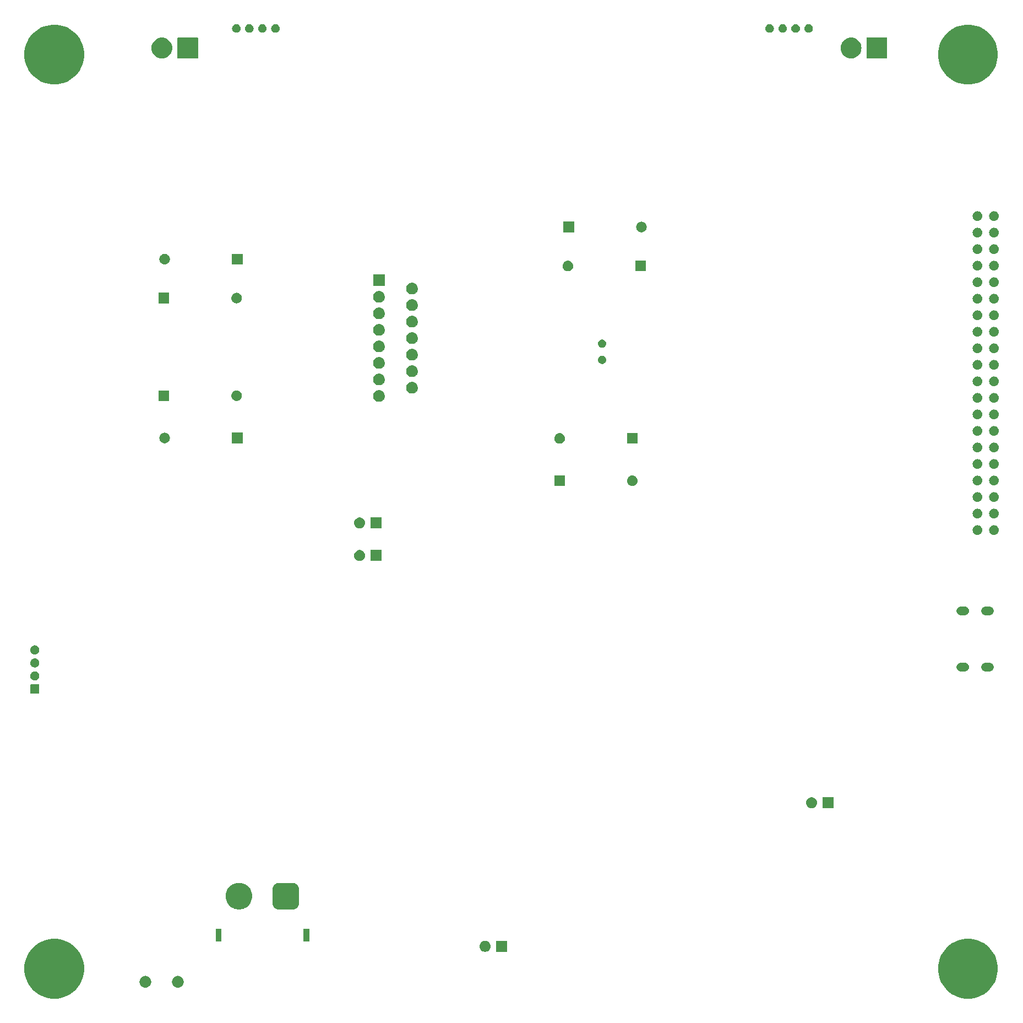
<source format=gbs>
G04 #@! TF.GenerationSoftware,KiCad,Pcbnew,8.0.6*
G04 #@! TF.CreationDate,2025-01-22T16:51:43-05:00*
G04 #@! TF.ProjectId,Main_Board_Rev1,4d61696e-5f42-46f6-9172-645f52657631,rev?*
G04 #@! TF.SameCoordinates,Original*
G04 #@! TF.FileFunction,Soldermask,Bot*
G04 #@! TF.FilePolarity,Negative*
%FSLAX46Y46*%
G04 Gerber Fmt 4.6, Leading zero omitted, Abs format (unit mm)*
G04 Created by KiCad (PCBNEW 8.0.6) date 2025-01-22 16:51:43*
%MOMM*%
%LPD*%
G01*
G04 APERTURE LIST*
G04 APERTURE END LIST*
G36*
X24424434Y-160919623D02*
G01*
X24845248Y-160978324D01*
X25258850Y-161075602D01*
X25661712Y-161210628D01*
X26050396Y-161382249D01*
X26421588Y-161589001D01*
X26772119Y-161829121D01*
X27099000Y-162100559D01*
X27399441Y-162401000D01*
X27670879Y-162727881D01*
X27910999Y-163078412D01*
X28117751Y-163449604D01*
X28289372Y-163838288D01*
X28424398Y-164241150D01*
X28521676Y-164654752D01*
X28580377Y-165075566D01*
X28600000Y-165500000D01*
X28580377Y-165924434D01*
X28521676Y-166345248D01*
X28424398Y-166758850D01*
X28289372Y-167161712D01*
X28117751Y-167550396D01*
X27910999Y-167921588D01*
X27670879Y-168272119D01*
X27399441Y-168599000D01*
X27099000Y-168899441D01*
X26772119Y-169170879D01*
X26421588Y-169410999D01*
X26050396Y-169617751D01*
X25661712Y-169789372D01*
X25258850Y-169924398D01*
X24845248Y-170021676D01*
X24424434Y-170080377D01*
X24000000Y-170100000D01*
X23575566Y-170080377D01*
X23154752Y-170021676D01*
X22741150Y-169924398D01*
X22338288Y-169789372D01*
X21949604Y-169617751D01*
X21578412Y-169410999D01*
X21227881Y-169170879D01*
X20901000Y-168899441D01*
X20600559Y-168599000D01*
X20329121Y-168272119D01*
X20089001Y-167921588D01*
X19882249Y-167550396D01*
X19710628Y-167161712D01*
X19575602Y-166758850D01*
X19478324Y-166345248D01*
X19419623Y-165924434D01*
X19400000Y-165500000D01*
X19419623Y-165075566D01*
X19478324Y-164654752D01*
X19575602Y-164241150D01*
X19710628Y-163838288D01*
X19882249Y-163449604D01*
X20089001Y-163078412D01*
X20329121Y-162727881D01*
X20600559Y-162401000D01*
X20901000Y-162100559D01*
X21227881Y-161829121D01*
X21578412Y-161589001D01*
X21949604Y-161382249D01*
X22338288Y-161210628D01*
X22741150Y-161075602D01*
X23154752Y-160978324D01*
X23575566Y-160919623D01*
X24000000Y-160900000D01*
X24424434Y-160919623D01*
G37*
G36*
X164924434Y-160919623D02*
G01*
X165345248Y-160978324D01*
X165758850Y-161075602D01*
X166161712Y-161210628D01*
X166550396Y-161382249D01*
X166921588Y-161589001D01*
X167272119Y-161829121D01*
X167599000Y-162100559D01*
X167899441Y-162401000D01*
X168170879Y-162727881D01*
X168410999Y-163078412D01*
X168617751Y-163449604D01*
X168789372Y-163838288D01*
X168924398Y-164241150D01*
X169021676Y-164654752D01*
X169080377Y-165075566D01*
X169100000Y-165500000D01*
X169080377Y-165924434D01*
X169021676Y-166345248D01*
X168924398Y-166758850D01*
X168789372Y-167161712D01*
X168617751Y-167550396D01*
X168410999Y-167921588D01*
X168170879Y-168272119D01*
X167899441Y-168599000D01*
X167599000Y-168899441D01*
X167272119Y-169170879D01*
X166921588Y-169410999D01*
X166550396Y-169617751D01*
X166161712Y-169789372D01*
X165758850Y-169924398D01*
X165345248Y-170021676D01*
X164924434Y-170080377D01*
X164500000Y-170100000D01*
X164075566Y-170080377D01*
X163654752Y-170021676D01*
X163241150Y-169924398D01*
X162838288Y-169789372D01*
X162449604Y-169617751D01*
X162078412Y-169410999D01*
X161727881Y-169170879D01*
X161401000Y-168899441D01*
X161100559Y-168599000D01*
X160829121Y-168272119D01*
X160589001Y-167921588D01*
X160382249Y-167550396D01*
X160210628Y-167161712D01*
X160075602Y-166758850D01*
X159978324Y-166345248D01*
X159919623Y-165924434D01*
X159900000Y-165500000D01*
X159919623Y-165075566D01*
X159978324Y-164654752D01*
X160075602Y-164241150D01*
X160210628Y-163838288D01*
X160382249Y-163449604D01*
X160589001Y-163078412D01*
X160829121Y-162727881D01*
X161100559Y-162401000D01*
X161401000Y-162100559D01*
X161727881Y-161829121D01*
X162078412Y-161589001D01*
X162449604Y-161382249D01*
X162838288Y-161210628D01*
X163241150Y-161075602D01*
X163654752Y-160978324D01*
X164075566Y-160919623D01*
X164500000Y-160900000D01*
X164924434Y-160919623D01*
G37*
G36*
X38047669Y-166603240D02*
G01*
X38094253Y-166603240D01*
X38134479Y-166611790D01*
X38175861Y-166615866D01*
X38227847Y-166631635D01*
X38278641Y-166642432D01*
X38311142Y-166656902D01*
X38344973Y-166667165D01*
X38398737Y-166695902D01*
X38450850Y-166719105D01*
X38475079Y-166736708D01*
X38500823Y-166750469D01*
X38553340Y-166793568D01*
X38603355Y-166829906D01*
X38619592Y-166847939D01*
X38637425Y-166862574D01*
X38685341Y-166920960D01*
X38729491Y-166969994D01*
X38738767Y-166986062D01*
X38749530Y-166999176D01*
X38789349Y-167073672D01*
X38823744Y-167133246D01*
X38827699Y-167145420D01*
X38832834Y-167155026D01*
X38861134Y-167248322D01*
X38881996Y-167312526D01*
X38882730Y-167319514D01*
X38884133Y-167324138D01*
X38897788Y-167462786D01*
X38901700Y-167500000D01*
X38897788Y-167537216D01*
X38884133Y-167675861D01*
X38882730Y-167680483D01*
X38881996Y-167687474D01*
X38861130Y-167751691D01*
X38832834Y-167844973D01*
X38827700Y-167854576D01*
X38823744Y-167866754D01*
X38789341Y-167926340D01*
X38749530Y-168000823D01*
X38738769Y-168013934D01*
X38729491Y-168030006D01*
X38685331Y-168079049D01*
X38637425Y-168137425D01*
X38619595Y-168152057D01*
X38603355Y-168170094D01*
X38553329Y-168206439D01*
X38500823Y-168249530D01*
X38475084Y-168263287D01*
X38450850Y-168280895D01*
X38398725Y-168304102D01*
X38344973Y-168332834D01*
X38311149Y-168343094D01*
X38278641Y-168357568D01*
X38227836Y-168368366D01*
X38175861Y-168384133D01*
X38134488Y-168388207D01*
X38094253Y-168396760D01*
X38047658Y-168396760D01*
X38000000Y-168401454D01*
X37952341Y-168396760D01*
X37905747Y-168396760D01*
X37865512Y-168388208D01*
X37824138Y-168384133D01*
X37772160Y-168368365D01*
X37721359Y-168357568D01*
X37688852Y-168343095D01*
X37655026Y-168332834D01*
X37601268Y-168304099D01*
X37549150Y-168280895D01*
X37524917Y-168263289D01*
X37499176Y-168249530D01*
X37446661Y-168206433D01*
X37396645Y-168170094D01*
X37380407Y-168152060D01*
X37362574Y-168137425D01*
X37314656Y-168079037D01*
X37270509Y-168030006D01*
X37261232Y-168013938D01*
X37250469Y-168000823D01*
X37210644Y-167926317D01*
X37176256Y-167866754D01*
X37172300Y-167854581D01*
X37167165Y-167844973D01*
X37138854Y-167751645D01*
X37118004Y-167687474D01*
X37117269Y-167680488D01*
X37115866Y-167675861D01*
X37102195Y-167537064D01*
X37098300Y-167500000D01*
X37102195Y-167462938D01*
X37115866Y-167324138D01*
X37117270Y-167319509D01*
X37118004Y-167312526D01*
X37138850Y-167248368D01*
X37167165Y-167155026D01*
X37172301Y-167145415D01*
X37176256Y-167133246D01*
X37210637Y-167073695D01*
X37250469Y-166999176D01*
X37261234Y-166986058D01*
X37270509Y-166969994D01*
X37314647Y-166920973D01*
X37362574Y-166862574D01*
X37380410Y-166847935D01*
X37396645Y-166829906D01*
X37446650Y-166793574D01*
X37499176Y-166750469D01*
X37524923Y-166736706D01*
X37549150Y-166719105D01*
X37601256Y-166695905D01*
X37655026Y-166667165D01*
X37688859Y-166656901D01*
X37721359Y-166642432D01*
X37772149Y-166631636D01*
X37824138Y-166615866D01*
X37865521Y-166611790D01*
X37905747Y-166603240D01*
X37952331Y-166603240D01*
X38000000Y-166598545D01*
X38047669Y-166603240D01*
G37*
G36*
X43047669Y-166603240D02*
G01*
X43094253Y-166603240D01*
X43134479Y-166611790D01*
X43175861Y-166615866D01*
X43227847Y-166631635D01*
X43278641Y-166642432D01*
X43311142Y-166656902D01*
X43344973Y-166667165D01*
X43398737Y-166695902D01*
X43450850Y-166719105D01*
X43475079Y-166736708D01*
X43500823Y-166750469D01*
X43553340Y-166793568D01*
X43603355Y-166829906D01*
X43619592Y-166847939D01*
X43637425Y-166862574D01*
X43685341Y-166920960D01*
X43729491Y-166969994D01*
X43738767Y-166986062D01*
X43749530Y-166999176D01*
X43789349Y-167073672D01*
X43823744Y-167133246D01*
X43827699Y-167145420D01*
X43832834Y-167155026D01*
X43861134Y-167248322D01*
X43881996Y-167312526D01*
X43882730Y-167319514D01*
X43884133Y-167324138D01*
X43897788Y-167462786D01*
X43901700Y-167500000D01*
X43897788Y-167537216D01*
X43884133Y-167675861D01*
X43882730Y-167680483D01*
X43881996Y-167687474D01*
X43861130Y-167751691D01*
X43832834Y-167844973D01*
X43827700Y-167854576D01*
X43823744Y-167866754D01*
X43789341Y-167926340D01*
X43749530Y-168000823D01*
X43738769Y-168013934D01*
X43729491Y-168030006D01*
X43685331Y-168079049D01*
X43637425Y-168137425D01*
X43619595Y-168152057D01*
X43603355Y-168170094D01*
X43553329Y-168206439D01*
X43500823Y-168249530D01*
X43475084Y-168263287D01*
X43450850Y-168280895D01*
X43398725Y-168304102D01*
X43344973Y-168332834D01*
X43311149Y-168343094D01*
X43278641Y-168357568D01*
X43227836Y-168368366D01*
X43175861Y-168384133D01*
X43134488Y-168388207D01*
X43094253Y-168396760D01*
X43047658Y-168396760D01*
X43000000Y-168401454D01*
X42952341Y-168396760D01*
X42905747Y-168396760D01*
X42865512Y-168388208D01*
X42824138Y-168384133D01*
X42772160Y-168368365D01*
X42721359Y-168357568D01*
X42688852Y-168343095D01*
X42655026Y-168332834D01*
X42601268Y-168304099D01*
X42549150Y-168280895D01*
X42524917Y-168263289D01*
X42499176Y-168249530D01*
X42446661Y-168206433D01*
X42396645Y-168170094D01*
X42380407Y-168152060D01*
X42362574Y-168137425D01*
X42314656Y-168079037D01*
X42270509Y-168030006D01*
X42261232Y-168013938D01*
X42250469Y-168000823D01*
X42210644Y-167926317D01*
X42176256Y-167866754D01*
X42172300Y-167854581D01*
X42167165Y-167844973D01*
X42138854Y-167751645D01*
X42118004Y-167687474D01*
X42117269Y-167680488D01*
X42115866Y-167675861D01*
X42102195Y-167537064D01*
X42098300Y-167500000D01*
X42102195Y-167462938D01*
X42115866Y-167324138D01*
X42117270Y-167319509D01*
X42118004Y-167312526D01*
X42138850Y-167248368D01*
X42167165Y-167155026D01*
X42172301Y-167145415D01*
X42176256Y-167133246D01*
X42210637Y-167073695D01*
X42250469Y-166999176D01*
X42261234Y-166986058D01*
X42270509Y-166969994D01*
X42314647Y-166920973D01*
X42362574Y-166862574D01*
X42380410Y-166847935D01*
X42396645Y-166829906D01*
X42446650Y-166793574D01*
X42499176Y-166750469D01*
X42524923Y-166736706D01*
X42549150Y-166719105D01*
X42601256Y-166695905D01*
X42655026Y-166667165D01*
X42688859Y-166656901D01*
X42721359Y-166642432D01*
X42772149Y-166631636D01*
X42824138Y-166615866D01*
X42865521Y-166611790D01*
X42905747Y-166603240D01*
X42952331Y-166603240D01*
X43000000Y-166598545D01*
X43047669Y-166603240D01*
G37*
G36*
X93649976Y-162920108D02*
G01*
X91949976Y-162920108D01*
X91949976Y-161220108D01*
X93649976Y-161220108D01*
X93649976Y-162920108D01*
G37*
G36*
X90522640Y-161261710D02*
G01*
X90684976Y-161333986D01*
X90828737Y-161438435D01*
X90947640Y-161570491D01*
X91036490Y-161724382D01*
X91091401Y-161893383D01*
X91109976Y-162070108D01*
X91091401Y-162246833D01*
X91036490Y-162415834D01*
X90947640Y-162569725D01*
X90828737Y-162701781D01*
X90684976Y-162806230D01*
X90522640Y-162878506D01*
X90348825Y-162915452D01*
X90171127Y-162915452D01*
X89997312Y-162878506D01*
X89834976Y-162806230D01*
X89691215Y-162701781D01*
X89572312Y-162569725D01*
X89483462Y-162415834D01*
X89428551Y-162246833D01*
X89409976Y-162070108D01*
X89428551Y-161893383D01*
X89483462Y-161724382D01*
X89572312Y-161570491D01*
X89691215Y-161438435D01*
X89834976Y-161333986D01*
X89997312Y-161261710D01*
X90171127Y-161224764D01*
X90348825Y-161224764D01*
X90522640Y-161261710D01*
G37*
G36*
X49700000Y-161350000D02*
G01*
X48800000Y-161350000D01*
X48800000Y-159350000D01*
X49700000Y-159350000D01*
X49700000Y-161350000D01*
G37*
G36*
X63200000Y-161350000D02*
G01*
X62300000Y-161350000D01*
X62300000Y-159350000D01*
X63200000Y-159350000D01*
X63200000Y-161350000D01*
G37*
G36*
X60627311Y-152300227D02*
G01*
X60745767Y-152307283D01*
X60784501Y-152315709D01*
X60824968Y-152319695D01*
X60881117Y-152336727D01*
X60937025Y-152348890D01*
X60975438Y-152365339D01*
X61017251Y-152378023D01*
X61066368Y-152404277D01*
X61116123Y-152425583D01*
X61153289Y-152450738D01*
X61194459Y-152472744D01*
X61235183Y-152506165D01*
X61277461Y-152534780D01*
X61311377Y-152568696D01*
X61349784Y-152600216D01*
X61381303Y-152638622D01*
X61415219Y-152672538D01*
X61443832Y-152714814D01*
X61477256Y-152755541D01*
X61499262Y-152796712D01*
X61524416Y-152833876D01*
X61545719Y-152883626D01*
X61571977Y-152932749D01*
X61584661Y-152974565D01*
X61601109Y-153012974D01*
X61613269Y-153068872D01*
X61630305Y-153125032D01*
X61634291Y-153165506D01*
X61642716Y-153204233D01*
X61649770Y-153322665D01*
X61650000Y-153325000D01*
X61650000Y-155375000D01*
X61649769Y-155377337D01*
X61642716Y-155495767D01*
X61634291Y-155534492D01*
X61630305Y-155574968D01*
X61613268Y-155631129D01*
X61601109Y-155687025D01*
X61584662Y-155725430D01*
X61571977Y-155767251D01*
X61545717Y-155816377D01*
X61524416Y-155866123D01*
X61499265Y-155903282D01*
X61477256Y-155944459D01*
X61443828Y-155985190D01*
X61415219Y-156027461D01*
X61381307Y-156061372D01*
X61349784Y-156099784D01*
X61311372Y-156131307D01*
X61277461Y-156165219D01*
X61235190Y-156193828D01*
X61194459Y-156227256D01*
X61153282Y-156249265D01*
X61116123Y-156274416D01*
X61066377Y-156295717D01*
X61017251Y-156321977D01*
X60975430Y-156334662D01*
X60937025Y-156351109D01*
X60881130Y-156363268D01*
X60824968Y-156380305D01*
X60784491Y-156384291D01*
X60745766Y-156392716D01*
X60627336Y-156399769D01*
X60625000Y-156400000D01*
X58575000Y-156400000D01*
X58572664Y-156399769D01*
X58454232Y-156392716D01*
X58415505Y-156384291D01*
X58375032Y-156380305D01*
X58318873Y-156363269D01*
X58262974Y-156351109D01*
X58224565Y-156334661D01*
X58182749Y-156321977D01*
X58133626Y-156295719D01*
X58083876Y-156274416D01*
X58046712Y-156249262D01*
X58005541Y-156227256D01*
X57964814Y-156193832D01*
X57922538Y-156165219D01*
X57888622Y-156131303D01*
X57850216Y-156099784D01*
X57818696Y-156061377D01*
X57784780Y-156027461D01*
X57756165Y-155985183D01*
X57722744Y-155944459D01*
X57700738Y-155903289D01*
X57675583Y-155866123D01*
X57654277Y-155816368D01*
X57628023Y-155767251D01*
X57615339Y-155725438D01*
X57598890Y-155687025D01*
X57586727Y-155631118D01*
X57569695Y-155574968D01*
X57565709Y-155534499D01*
X57557283Y-155495766D01*
X57550227Y-155377310D01*
X57550000Y-155375000D01*
X57550000Y-153325000D01*
X57550227Y-153322689D01*
X57557283Y-153204232D01*
X57565709Y-153165496D01*
X57569695Y-153125032D01*
X57586726Y-153068884D01*
X57598890Y-153012974D01*
X57615340Y-152974557D01*
X57628023Y-152932749D01*
X57654275Y-152883635D01*
X57675583Y-152833876D01*
X57700740Y-152796705D01*
X57722744Y-152755541D01*
X57756161Y-152714821D01*
X57784780Y-152672538D01*
X57818701Y-152638616D01*
X57850216Y-152600216D01*
X57888616Y-152568701D01*
X57922538Y-152534780D01*
X57964821Y-152506161D01*
X58005541Y-152472744D01*
X58046705Y-152450740D01*
X58083876Y-152425583D01*
X58133635Y-152404275D01*
X58182749Y-152378023D01*
X58224557Y-152365340D01*
X58262974Y-152348890D01*
X58318884Y-152336727D01*
X58375032Y-152319695D01*
X58415498Y-152315709D01*
X58454233Y-152307283D01*
X58572691Y-152300227D01*
X58575000Y-152300000D01*
X60625000Y-152300000D01*
X60627311Y-152300227D01*
G37*
G36*
X52817085Y-152342878D02*
G01*
X53086503Y-152418365D01*
X53343133Y-152529835D01*
X53582195Y-152675212D01*
X53799234Y-152851786D01*
X53990208Y-153056270D01*
X54151560Y-153284853D01*
X54280283Y-153533278D01*
X54373980Y-153796917D01*
X54430906Y-154070858D01*
X54450000Y-154350000D01*
X54430906Y-154629142D01*
X54373980Y-154903083D01*
X54280283Y-155166722D01*
X54151560Y-155415147D01*
X53990208Y-155643730D01*
X53799234Y-155848214D01*
X53582195Y-156024788D01*
X53343133Y-156170165D01*
X53086503Y-156281635D01*
X52817085Y-156357122D01*
X52539897Y-156395221D01*
X52260103Y-156395221D01*
X51982915Y-156357122D01*
X51713497Y-156281635D01*
X51456867Y-156170165D01*
X51217805Y-156024788D01*
X51000766Y-155848214D01*
X50809792Y-155643730D01*
X50648440Y-155415147D01*
X50519717Y-155166722D01*
X50426020Y-154903083D01*
X50369094Y-154629142D01*
X50350000Y-154350000D01*
X50369094Y-154070858D01*
X50426020Y-153796917D01*
X50519717Y-153533278D01*
X50648440Y-153284853D01*
X50809792Y-153056270D01*
X51000766Y-152851786D01*
X51217805Y-152675212D01*
X51456867Y-152529835D01*
X51713497Y-152418365D01*
X51982915Y-152342878D01*
X52260103Y-152304779D01*
X52539897Y-152304779D01*
X52817085Y-152342878D01*
G37*
G36*
X143825000Y-140850000D02*
G01*
X142125000Y-140850000D01*
X142125000Y-139150000D01*
X143825000Y-139150000D01*
X143825000Y-140850000D01*
G37*
G36*
X140697664Y-139191602D02*
G01*
X140860000Y-139263878D01*
X141003761Y-139368327D01*
X141122664Y-139500383D01*
X141211514Y-139654274D01*
X141266425Y-139823275D01*
X141285000Y-140000000D01*
X141266425Y-140176725D01*
X141211514Y-140345726D01*
X141122664Y-140499617D01*
X141003761Y-140631673D01*
X140860000Y-140736122D01*
X140697664Y-140808398D01*
X140523849Y-140845344D01*
X140346151Y-140845344D01*
X140172336Y-140808398D01*
X140010000Y-140736122D01*
X139866239Y-140631673D01*
X139747336Y-140499617D01*
X139658486Y-140345726D01*
X139603575Y-140176725D01*
X139585000Y-140000000D01*
X139603575Y-139823275D01*
X139658486Y-139654274D01*
X139747336Y-139500383D01*
X139866239Y-139368327D01*
X140010000Y-139263878D01*
X140172336Y-139191602D01*
X140346151Y-139154656D01*
X140523849Y-139154656D01*
X140697664Y-139191602D01*
G37*
G36*
X21639034Y-121805764D02*
G01*
X21672125Y-121827875D01*
X21694236Y-121860966D01*
X21702000Y-121900000D01*
X21702000Y-123100000D01*
X21694236Y-123139034D01*
X21672125Y-123172125D01*
X21639034Y-123194236D01*
X21600000Y-123202000D01*
X20400000Y-123202000D01*
X20360966Y-123194236D01*
X20327875Y-123172125D01*
X20305764Y-123139034D01*
X20298000Y-123100000D01*
X20298000Y-121900000D01*
X20305764Y-121860966D01*
X20327875Y-121827875D01*
X20360966Y-121805764D01*
X20400000Y-121798000D01*
X21600000Y-121798000D01*
X21639034Y-121805764D01*
G37*
G36*
X21042574Y-119803118D02*
G01*
X21084617Y-119803118D01*
X21120019Y-119811844D01*
X21156141Y-119815914D01*
X21202869Y-119832265D01*
X21248933Y-119843619D01*
X21276172Y-119857915D01*
X21304444Y-119867808D01*
X21352223Y-119897829D01*
X21398781Y-119922265D01*
X21417489Y-119938839D01*
X21437491Y-119951407D01*
X21482651Y-119996567D01*
X21525455Y-120034488D01*
X21536336Y-120050252D01*
X21548592Y-120062508D01*
X21587123Y-120123830D01*
X21621590Y-120173764D01*
X21626296Y-120186173D01*
X21632191Y-120195555D01*
X21660068Y-120275223D01*
X21681601Y-120332000D01*
X21682485Y-120339288D01*
X21684085Y-120343858D01*
X21697531Y-120463198D01*
X21702000Y-120500000D01*
X21697531Y-120536804D01*
X21684085Y-120656141D01*
X21682486Y-120660710D01*
X21681601Y-120668000D01*
X21660063Y-120724788D01*
X21632191Y-120804444D01*
X21626297Y-120813823D01*
X21621590Y-120826236D01*
X21587116Y-120876179D01*
X21548592Y-120937491D01*
X21536338Y-120949744D01*
X21525455Y-120965512D01*
X21482643Y-121003439D01*
X21437491Y-121048592D01*
X21417493Y-121061157D01*
X21398781Y-121077735D01*
X21352213Y-121102175D01*
X21304444Y-121132191D01*
X21276177Y-121142081D01*
X21248933Y-121156381D01*
X21202859Y-121167737D01*
X21156141Y-121184085D01*
X21120026Y-121188154D01*
X21084617Y-121196882D01*
X21042565Y-121196882D01*
X21000000Y-121201678D01*
X20957434Y-121196882D01*
X20915383Y-121196882D01*
X20879973Y-121188154D01*
X20843858Y-121184085D01*
X20797136Y-121167736D01*
X20751067Y-121156381D01*
X20723824Y-121142082D01*
X20695555Y-121132191D01*
X20647780Y-121102172D01*
X20601219Y-121077735D01*
X20582509Y-121061159D01*
X20562508Y-121048592D01*
X20517348Y-121003432D01*
X20474545Y-120965512D01*
X20463663Y-120949747D01*
X20451407Y-120937491D01*
X20412872Y-120876163D01*
X20378410Y-120826236D01*
X20373704Y-120813827D01*
X20367808Y-120804444D01*
X20339923Y-120724754D01*
X20318399Y-120668000D01*
X20317514Y-120660714D01*
X20315914Y-120656141D01*
X20302455Y-120536690D01*
X20298000Y-120500000D01*
X20302454Y-120463312D01*
X20315914Y-120343858D01*
X20317514Y-120339283D01*
X20318399Y-120332000D01*
X20339918Y-120275257D01*
X20367808Y-120195555D01*
X20373705Y-120186169D01*
X20378410Y-120173764D01*
X20412865Y-120123846D01*
X20451407Y-120062508D01*
X20463665Y-120050249D01*
X20474545Y-120034488D01*
X20517339Y-119996575D01*
X20562508Y-119951407D01*
X20582512Y-119938837D01*
X20601219Y-119922265D01*
X20647770Y-119897832D01*
X20695555Y-119867808D01*
X20723829Y-119857914D01*
X20751067Y-119843619D01*
X20797127Y-119832265D01*
X20843858Y-119815914D01*
X20879981Y-119811843D01*
X20915383Y-119803118D01*
X20957426Y-119803118D01*
X21000000Y-119798321D01*
X21042574Y-119803118D01*
G37*
G36*
X164000294Y-118480004D02*
G01*
X164000640Y-118480014D01*
X164000699Y-118480015D01*
X164033531Y-118480981D01*
X164033549Y-118480982D01*
X164034294Y-118481004D01*
X164034879Y-118481039D01*
X164035614Y-118481103D01*
X164035650Y-118481106D01*
X164068517Y-118484006D01*
X164068591Y-118484013D01*
X164068879Y-118484039D01*
X164069168Y-118484068D01*
X164069474Y-118484104D01*
X164069513Y-118484108D01*
X164102354Y-118487972D01*
X164102361Y-118487973D01*
X164103168Y-118488068D01*
X164103789Y-118488161D01*
X164136789Y-118494161D01*
X164137356Y-118494281D01*
X164138055Y-118494450D01*
X164138067Y-118494453D01*
X164169640Y-118502107D01*
X164169654Y-118502110D01*
X164170356Y-118502281D01*
X164170900Y-118502430D01*
X164171578Y-118502635D01*
X164171591Y-118502639D01*
X164203438Y-118512290D01*
X164203900Y-118512430D01*
X164204251Y-118512543D01*
X164236251Y-118523543D01*
X164236867Y-118523778D01*
X164267867Y-118536778D01*
X164268356Y-118536998D01*
X164268952Y-118537286D01*
X164268960Y-118537290D01*
X164298877Y-118551766D01*
X164299356Y-118551998D01*
X164299706Y-118552176D01*
X164329706Y-118568176D01*
X164330274Y-118568504D01*
X164359274Y-118586504D01*
X164359615Y-118586725D01*
X164360032Y-118587008D01*
X164360049Y-118587019D01*
X164386943Y-118605269D01*
X164387615Y-118605725D01*
X164388139Y-118606106D01*
X164415139Y-118627106D01*
X164415459Y-118627366D01*
X164415848Y-118627695D01*
X164415886Y-118627726D01*
X164441052Y-118649021D01*
X164441069Y-118649036D01*
X164441459Y-118649366D01*
X164441771Y-118649641D01*
X164466771Y-118672641D01*
X164467359Y-118673229D01*
X164490359Y-118698229D01*
X164490634Y-118698541D01*
X164490966Y-118698934D01*
X164490978Y-118698947D01*
X164512273Y-118724113D01*
X164512299Y-118724145D01*
X164512634Y-118724541D01*
X164512894Y-118724861D01*
X164533894Y-118751861D01*
X164534275Y-118752385D01*
X164553275Y-118780385D01*
X164553496Y-118780726D01*
X164571496Y-118809726D01*
X164571824Y-118810294D01*
X164587824Y-118840294D01*
X164588002Y-118840644D01*
X164603002Y-118871644D01*
X164603222Y-118872133D01*
X164616222Y-118903133D01*
X164616457Y-118903749D01*
X164627457Y-118935749D01*
X164627570Y-118936100D01*
X164637570Y-118969100D01*
X164637719Y-118969644D01*
X164645719Y-119002644D01*
X164645839Y-119003211D01*
X164651839Y-119036211D01*
X164651932Y-119036832D01*
X164655932Y-119070832D01*
X164655961Y-119071121D01*
X164658961Y-119105121D01*
X164658996Y-119105706D01*
X164659996Y-119139706D01*
X164659996Y-119140294D01*
X164658996Y-119174294D01*
X164658961Y-119174879D01*
X164655961Y-119208879D01*
X164655932Y-119209168D01*
X164651932Y-119243168D01*
X164651839Y-119243789D01*
X164645839Y-119276789D01*
X164645719Y-119277356D01*
X164637719Y-119310356D01*
X164637570Y-119310900D01*
X164627570Y-119343900D01*
X164627457Y-119344251D01*
X164616457Y-119376251D01*
X164616222Y-119376867D01*
X164603222Y-119407867D01*
X164603002Y-119408356D01*
X164588002Y-119439356D01*
X164587824Y-119439706D01*
X164571824Y-119469706D01*
X164571496Y-119470274D01*
X164553496Y-119499274D01*
X164553275Y-119499615D01*
X164534275Y-119527615D01*
X164533894Y-119528139D01*
X164512894Y-119555139D01*
X164512634Y-119555459D01*
X164490634Y-119581459D01*
X164490359Y-119581771D01*
X164467359Y-119606771D01*
X164466771Y-119607359D01*
X164441771Y-119630359D01*
X164441459Y-119630634D01*
X164415459Y-119652634D01*
X164415139Y-119652894D01*
X164388139Y-119673894D01*
X164387615Y-119674275D01*
X164359615Y-119693275D01*
X164359274Y-119693496D01*
X164330274Y-119711496D01*
X164329706Y-119711824D01*
X164299706Y-119727824D01*
X164299356Y-119728002D01*
X164268356Y-119743002D01*
X164267867Y-119743222D01*
X164236867Y-119756222D01*
X164236251Y-119756457D01*
X164204251Y-119767457D01*
X164203900Y-119767570D01*
X164170900Y-119777570D01*
X164170356Y-119777719D01*
X164137356Y-119785719D01*
X164136789Y-119785839D01*
X164103789Y-119791839D01*
X164103168Y-119791932D01*
X164069168Y-119795932D01*
X164068879Y-119795961D01*
X164068521Y-119795992D01*
X164068517Y-119795993D01*
X164035650Y-119798893D01*
X164034879Y-119798961D01*
X164034294Y-119798996D01*
X164000294Y-119799996D01*
X164000000Y-119800000D01*
X163999605Y-119800000D01*
X163400395Y-119800000D01*
X163400000Y-119800000D01*
X163399706Y-119799996D01*
X163365706Y-119798996D01*
X163365121Y-119798961D01*
X163364353Y-119798893D01*
X163364349Y-119798893D01*
X163331482Y-119795993D01*
X163331471Y-119795991D01*
X163331121Y-119795961D01*
X163330832Y-119795932D01*
X163296832Y-119791932D01*
X163296211Y-119791839D01*
X163263211Y-119785839D01*
X163262644Y-119785719D01*
X163229644Y-119777719D01*
X163229100Y-119777570D01*
X163196100Y-119767570D01*
X163195749Y-119767457D01*
X163163749Y-119756457D01*
X163163133Y-119756222D01*
X163132133Y-119743222D01*
X163131644Y-119743002D01*
X163100644Y-119728002D01*
X163100294Y-119727824D01*
X163070294Y-119711824D01*
X163069726Y-119711496D01*
X163040726Y-119693496D01*
X163040385Y-119693275D01*
X163012385Y-119674275D01*
X163011861Y-119673894D01*
X162984861Y-119652894D01*
X162984541Y-119652634D01*
X162984145Y-119652299D01*
X162984113Y-119652273D01*
X162958947Y-119630978D01*
X162958934Y-119630966D01*
X162958541Y-119630634D01*
X162958229Y-119630359D01*
X162933229Y-119607359D01*
X162932641Y-119606771D01*
X162909641Y-119581771D01*
X162909366Y-119581459D01*
X162909036Y-119581069D01*
X162909021Y-119581052D01*
X162887726Y-119555886D01*
X162887695Y-119555848D01*
X162887366Y-119555459D01*
X162887106Y-119555139D01*
X162866106Y-119528139D01*
X162865725Y-119527615D01*
X162846725Y-119499615D01*
X162846504Y-119499274D01*
X162828504Y-119470274D01*
X162828176Y-119469706D01*
X162812176Y-119439706D01*
X162811998Y-119439356D01*
X162796998Y-119408356D01*
X162796778Y-119407867D01*
X162783778Y-119376867D01*
X162783543Y-119376251D01*
X162772543Y-119344251D01*
X162772430Y-119343900D01*
X162762430Y-119310900D01*
X162762281Y-119310356D01*
X162754281Y-119277356D01*
X162754161Y-119276789D01*
X162748161Y-119243789D01*
X162748068Y-119243168D01*
X162747972Y-119242354D01*
X162744108Y-119209513D01*
X162744104Y-119209474D01*
X162744068Y-119209168D01*
X162744039Y-119208879D01*
X162744013Y-119208591D01*
X162744006Y-119208517D01*
X162741106Y-119175650D01*
X162741103Y-119175614D01*
X162741039Y-119174879D01*
X162741004Y-119174294D01*
X162740982Y-119173549D01*
X162740981Y-119173531D01*
X162740026Y-119141042D01*
X162740004Y-119140294D01*
X162740004Y-119139706D01*
X162740225Y-119132191D01*
X162740981Y-119106468D01*
X162740982Y-119106448D01*
X162741004Y-119105706D01*
X162741039Y-119105121D01*
X162741103Y-119104387D01*
X162741106Y-119104349D01*
X162744006Y-119071482D01*
X162744014Y-119071401D01*
X162744039Y-119071121D01*
X162744068Y-119070832D01*
X162744103Y-119070532D01*
X162744108Y-119070486D01*
X162747972Y-119037645D01*
X162747973Y-119037634D01*
X162748068Y-119036832D01*
X162748161Y-119036211D01*
X162754161Y-119003211D01*
X162754281Y-119002644D01*
X162754448Y-119001951D01*
X162754453Y-119001932D01*
X162762107Y-118970359D01*
X162762113Y-118970336D01*
X162762281Y-118969644D01*
X162762430Y-118969100D01*
X162762632Y-118968430D01*
X162762639Y-118968408D01*
X162772290Y-118936561D01*
X162772294Y-118936545D01*
X162772430Y-118936100D01*
X162772543Y-118935749D01*
X162772694Y-118935308D01*
X162772702Y-118935285D01*
X162783272Y-118904536D01*
X162783276Y-118904523D01*
X162783543Y-118903749D01*
X162783778Y-118903133D01*
X162796778Y-118872133D01*
X162796998Y-118871644D01*
X162797279Y-118871061D01*
X162797290Y-118871039D01*
X162811766Y-118841122D01*
X162811780Y-118841093D01*
X162811998Y-118840644D01*
X162812176Y-118840294D01*
X162828176Y-118810294D01*
X162828504Y-118809726D01*
X162846504Y-118780726D01*
X162846725Y-118780385D01*
X162846993Y-118779989D01*
X162847019Y-118779950D01*
X162865269Y-118753056D01*
X162865279Y-118753041D01*
X162865725Y-118752385D01*
X162866106Y-118751861D01*
X162866593Y-118751234D01*
X162866606Y-118751217D01*
X162886774Y-118725287D01*
X162886790Y-118725266D01*
X162887106Y-118724861D01*
X162887366Y-118724541D01*
X162887676Y-118724174D01*
X162887726Y-118724113D01*
X162909021Y-118698947D01*
X162909056Y-118698906D01*
X162909366Y-118698541D01*
X162909641Y-118698229D01*
X162932641Y-118673229D01*
X162933229Y-118672641D01*
X162933992Y-118671939D01*
X162957870Y-118649971D01*
X162957877Y-118649964D01*
X162958229Y-118649641D01*
X162958541Y-118649366D01*
X162958906Y-118649056D01*
X162958947Y-118649021D01*
X162984113Y-118627726D01*
X162984174Y-118627676D01*
X162984541Y-118627366D01*
X162984861Y-118627106D01*
X162985266Y-118626790D01*
X162985287Y-118626774D01*
X163011217Y-118606606D01*
X163011234Y-118606593D01*
X163011861Y-118606106D01*
X163012385Y-118605725D01*
X163013041Y-118605279D01*
X163013056Y-118605269D01*
X163039950Y-118587019D01*
X163039989Y-118586993D01*
X163040385Y-118586725D01*
X163040726Y-118586504D01*
X163069726Y-118568504D01*
X163070294Y-118568176D01*
X163100294Y-118552176D01*
X163100644Y-118551998D01*
X163101093Y-118551780D01*
X163101122Y-118551766D01*
X163131039Y-118537290D01*
X163131061Y-118537279D01*
X163131644Y-118536998D01*
X163132133Y-118536778D01*
X163163133Y-118523778D01*
X163163749Y-118523543D01*
X163164523Y-118523276D01*
X163164536Y-118523272D01*
X163195285Y-118512702D01*
X163195308Y-118512694D01*
X163195749Y-118512543D01*
X163196100Y-118512430D01*
X163196545Y-118512294D01*
X163196561Y-118512290D01*
X163228408Y-118502639D01*
X163228430Y-118502632D01*
X163229100Y-118502430D01*
X163229644Y-118502281D01*
X163230336Y-118502113D01*
X163230359Y-118502107D01*
X163261932Y-118494453D01*
X163261951Y-118494448D01*
X163262644Y-118494281D01*
X163263211Y-118494161D01*
X163296211Y-118488161D01*
X163296832Y-118488068D01*
X163297634Y-118487973D01*
X163297645Y-118487972D01*
X163330486Y-118484108D01*
X163330532Y-118484103D01*
X163330832Y-118484068D01*
X163331121Y-118484039D01*
X163331401Y-118484014D01*
X163331482Y-118484006D01*
X163364349Y-118481106D01*
X163364387Y-118481103D01*
X163365121Y-118481039D01*
X163365706Y-118481004D01*
X163366448Y-118480982D01*
X163366468Y-118480981D01*
X163399300Y-118480015D01*
X163399359Y-118480014D01*
X163399706Y-118480004D01*
X163400000Y-118480000D01*
X164000000Y-118480000D01*
X164000294Y-118480004D01*
G37*
G36*
X167800294Y-118480004D02*
G01*
X167800640Y-118480014D01*
X167800699Y-118480015D01*
X167833531Y-118480981D01*
X167833549Y-118480982D01*
X167834294Y-118481004D01*
X167834879Y-118481039D01*
X167835614Y-118481103D01*
X167835650Y-118481106D01*
X167868517Y-118484006D01*
X167868591Y-118484013D01*
X167868879Y-118484039D01*
X167869168Y-118484068D01*
X167869474Y-118484104D01*
X167869513Y-118484108D01*
X167902354Y-118487972D01*
X167902361Y-118487973D01*
X167903168Y-118488068D01*
X167903789Y-118488161D01*
X167936789Y-118494161D01*
X167937356Y-118494281D01*
X167938055Y-118494450D01*
X167938067Y-118494453D01*
X167969640Y-118502107D01*
X167969654Y-118502110D01*
X167970356Y-118502281D01*
X167970900Y-118502430D01*
X167971578Y-118502635D01*
X167971591Y-118502639D01*
X168003438Y-118512290D01*
X168003900Y-118512430D01*
X168004251Y-118512543D01*
X168036251Y-118523543D01*
X168036867Y-118523778D01*
X168067867Y-118536778D01*
X168068356Y-118536998D01*
X168068952Y-118537286D01*
X168068960Y-118537290D01*
X168098877Y-118551766D01*
X168099356Y-118551998D01*
X168099706Y-118552176D01*
X168129706Y-118568176D01*
X168130274Y-118568504D01*
X168159274Y-118586504D01*
X168159615Y-118586725D01*
X168160032Y-118587008D01*
X168160049Y-118587019D01*
X168186943Y-118605269D01*
X168187615Y-118605725D01*
X168188139Y-118606106D01*
X168215139Y-118627106D01*
X168215459Y-118627366D01*
X168215848Y-118627695D01*
X168215886Y-118627726D01*
X168241052Y-118649021D01*
X168241069Y-118649036D01*
X168241459Y-118649366D01*
X168241771Y-118649641D01*
X168266771Y-118672641D01*
X168267359Y-118673229D01*
X168290359Y-118698229D01*
X168290634Y-118698541D01*
X168290966Y-118698934D01*
X168290978Y-118698947D01*
X168312273Y-118724113D01*
X168312299Y-118724145D01*
X168312634Y-118724541D01*
X168312894Y-118724861D01*
X168333894Y-118751861D01*
X168334275Y-118752385D01*
X168353275Y-118780385D01*
X168353496Y-118780726D01*
X168371496Y-118809726D01*
X168371824Y-118810294D01*
X168387824Y-118840294D01*
X168388002Y-118840644D01*
X168403002Y-118871644D01*
X168403222Y-118872133D01*
X168416222Y-118903133D01*
X168416457Y-118903749D01*
X168427457Y-118935749D01*
X168427570Y-118936100D01*
X168437570Y-118969100D01*
X168437719Y-118969644D01*
X168445719Y-119002644D01*
X168445839Y-119003211D01*
X168451839Y-119036211D01*
X168451932Y-119036832D01*
X168455932Y-119070832D01*
X168455961Y-119071121D01*
X168458961Y-119105121D01*
X168458996Y-119105706D01*
X168459996Y-119139706D01*
X168459996Y-119140294D01*
X168458996Y-119174294D01*
X168458961Y-119174879D01*
X168455961Y-119208879D01*
X168455932Y-119209168D01*
X168451932Y-119243168D01*
X168451839Y-119243789D01*
X168445839Y-119276789D01*
X168445719Y-119277356D01*
X168437719Y-119310356D01*
X168437570Y-119310900D01*
X168427570Y-119343900D01*
X168427457Y-119344251D01*
X168416457Y-119376251D01*
X168416222Y-119376867D01*
X168403222Y-119407867D01*
X168403002Y-119408356D01*
X168388002Y-119439356D01*
X168387824Y-119439706D01*
X168371824Y-119469706D01*
X168371496Y-119470274D01*
X168353496Y-119499274D01*
X168353275Y-119499615D01*
X168334275Y-119527615D01*
X168333894Y-119528139D01*
X168312894Y-119555139D01*
X168312634Y-119555459D01*
X168290634Y-119581459D01*
X168290359Y-119581771D01*
X168267359Y-119606771D01*
X168266771Y-119607359D01*
X168241771Y-119630359D01*
X168241459Y-119630634D01*
X168215459Y-119652634D01*
X168215139Y-119652894D01*
X168188139Y-119673894D01*
X168187615Y-119674275D01*
X168159615Y-119693275D01*
X168159274Y-119693496D01*
X168130274Y-119711496D01*
X168129706Y-119711824D01*
X168099706Y-119727824D01*
X168099356Y-119728002D01*
X168068356Y-119743002D01*
X168067867Y-119743222D01*
X168036867Y-119756222D01*
X168036251Y-119756457D01*
X168004251Y-119767457D01*
X168003900Y-119767570D01*
X167970900Y-119777570D01*
X167970356Y-119777719D01*
X167937356Y-119785719D01*
X167936789Y-119785839D01*
X167903789Y-119791839D01*
X167903168Y-119791932D01*
X167869168Y-119795932D01*
X167868879Y-119795961D01*
X167868521Y-119795992D01*
X167868517Y-119795993D01*
X167835650Y-119798893D01*
X167834879Y-119798961D01*
X167834294Y-119798996D01*
X167800294Y-119799996D01*
X167800000Y-119800000D01*
X167799605Y-119800000D01*
X167200395Y-119800000D01*
X167200000Y-119800000D01*
X167199706Y-119799996D01*
X167165706Y-119798996D01*
X167165121Y-119798961D01*
X167164353Y-119798893D01*
X167164349Y-119798893D01*
X167131482Y-119795993D01*
X167131471Y-119795991D01*
X167131121Y-119795961D01*
X167130832Y-119795932D01*
X167096832Y-119791932D01*
X167096211Y-119791839D01*
X167063211Y-119785839D01*
X167062644Y-119785719D01*
X167029644Y-119777719D01*
X167029100Y-119777570D01*
X166996100Y-119767570D01*
X166995749Y-119767457D01*
X166963749Y-119756457D01*
X166963133Y-119756222D01*
X166932133Y-119743222D01*
X166931644Y-119743002D01*
X166900644Y-119728002D01*
X166900294Y-119727824D01*
X166870294Y-119711824D01*
X166869726Y-119711496D01*
X166840726Y-119693496D01*
X166840385Y-119693275D01*
X166812385Y-119674275D01*
X166811861Y-119673894D01*
X166784861Y-119652894D01*
X166784541Y-119652634D01*
X166784145Y-119652299D01*
X166784113Y-119652273D01*
X166758947Y-119630978D01*
X166758934Y-119630966D01*
X166758541Y-119630634D01*
X166758229Y-119630359D01*
X166733229Y-119607359D01*
X166732641Y-119606771D01*
X166709641Y-119581771D01*
X166709366Y-119581459D01*
X166709036Y-119581069D01*
X166709021Y-119581052D01*
X166687726Y-119555886D01*
X166687695Y-119555848D01*
X166687366Y-119555459D01*
X166687106Y-119555139D01*
X166666106Y-119528139D01*
X166665725Y-119527615D01*
X166646725Y-119499615D01*
X166646504Y-119499274D01*
X166628504Y-119470274D01*
X166628176Y-119469706D01*
X166612176Y-119439706D01*
X166611998Y-119439356D01*
X166596998Y-119408356D01*
X166596778Y-119407867D01*
X166583778Y-119376867D01*
X166583543Y-119376251D01*
X166572543Y-119344251D01*
X166572430Y-119343900D01*
X166562430Y-119310900D01*
X166562281Y-119310356D01*
X166554281Y-119277356D01*
X166554161Y-119276789D01*
X166548161Y-119243789D01*
X166548068Y-119243168D01*
X166547972Y-119242354D01*
X166544108Y-119209513D01*
X166544104Y-119209474D01*
X166544068Y-119209168D01*
X166544039Y-119208879D01*
X166544013Y-119208591D01*
X166544006Y-119208517D01*
X166541106Y-119175650D01*
X166541103Y-119175614D01*
X166541039Y-119174879D01*
X166541004Y-119174294D01*
X166540982Y-119173549D01*
X166540981Y-119173531D01*
X166540026Y-119141042D01*
X166540004Y-119140294D01*
X166540004Y-119139706D01*
X166540225Y-119132191D01*
X166540981Y-119106468D01*
X166540982Y-119106448D01*
X166541004Y-119105706D01*
X166541039Y-119105121D01*
X166541103Y-119104387D01*
X166541106Y-119104349D01*
X166544006Y-119071482D01*
X166544014Y-119071401D01*
X166544039Y-119071121D01*
X166544068Y-119070832D01*
X166544103Y-119070532D01*
X166544108Y-119070486D01*
X166547972Y-119037645D01*
X166547973Y-119037634D01*
X166548068Y-119036832D01*
X166548161Y-119036211D01*
X166554161Y-119003211D01*
X166554281Y-119002644D01*
X166554448Y-119001951D01*
X166554453Y-119001932D01*
X166562107Y-118970359D01*
X166562113Y-118970336D01*
X166562281Y-118969644D01*
X166562430Y-118969100D01*
X166562632Y-118968430D01*
X166562639Y-118968408D01*
X166572290Y-118936561D01*
X166572294Y-118936545D01*
X166572430Y-118936100D01*
X166572543Y-118935749D01*
X166572694Y-118935308D01*
X166572702Y-118935285D01*
X166583272Y-118904536D01*
X166583276Y-118904523D01*
X166583543Y-118903749D01*
X166583778Y-118903133D01*
X166596778Y-118872133D01*
X166596998Y-118871644D01*
X166597279Y-118871061D01*
X166597290Y-118871039D01*
X166611766Y-118841122D01*
X166611780Y-118841093D01*
X166611998Y-118840644D01*
X166612176Y-118840294D01*
X166628176Y-118810294D01*
X166628504Y-118809726D01*
X166646504Y-118780726D01*
X166646725Y-118780385D01*
X166646993Y-118779989D01*
X166647019Y-118779950D01*
X166665269Y-118753056D01*
X166665279Y-118753041D01*
X166665725Y-118752385D01*
X166666106Y-118751861D01*
X166666593Y-118751234D01*
X166666606Y-118751217D01*
X166686774Y-118725287D01*
X166686790Y-118725266D01*
X166687106Y-118724861D01*
X166687366Y-118724541D01*
X166687676Y-118724174D01*
X166687726Y-118724113D01*
X166709021Y-118698947D01*
X166709056Y-118698906D01*
X166709366Y-118698541D01*
X166709641Y-118698229D01*
X166732641Y-118673229D01*
X166733229Y-118672641D01*
X166733992Y-118671939D01*
X166757870Y-118649971D01*
X166757877Y-118649964D01*
X166758229Y-118649641D01*
X166758541Y-118649366D01*
X166758906Y-118649056D01*
X166758947Y-118649021D01*
X166784113Y-118627726D01*
X166784174Y-118627676D01*
X166784541Y-118627366D01*
X166784861Y-118627106D01*
X166785266Y-118626790D01*
X166785287Y-118626774D01*
X166811217Y-118606606D01*
X166811234Y-118606593D01*
X166811861Y-118606106D01*
X166812385Y-118605725D01*
X166813041Y-118605279D01*
X166813056Y-118605269D01*
X166839950Y-118587019D01*
X166839989Y-118586993D01*
X166840385Y-118586725D01*
X166840726Y-118586504D01*
X166869726Y-118568504D01*
X166870294Y-118568176D01*
X166900294Y-118552176D01*
X166900644Y-118551998D01*
X166901093Y-118551780D01*
X166901122Y-118551766D01*
X166931039Y-118537290D01*
X166931061Y-118537279D01*
X166931644Y-118536998D01*
X166932133Y-118536778D01*
X166963133Y-118523778D01*
X166963749Y-118523543D01*
X166964523Y-118523276D01*
X166964536Y-118523272D01*
X166995285Y-118512702D01*
X166995308Y-118512694D01*
X166995749Y-118512543D01*
X166996100Y-118512430D01*
X166996545Y-118512294D01*
X166996561Y-118512290D01*
X167028408Y-118502639D01*
X167028430Y-118502632D01*
X167029100Y-118502430D01*
X167029644Y-118502281D01*
X167030336Y-118502113D01*
X167030359Y-118502107D01*
X167061932Y-118494453D01*
X167061951Y-118494448D01*
X167062644Y-118494281D01*
X167063211Y-118494161D01*
X167096211Y-118488161D01*
X167096832Y-118488068D01*
X167097634Y-118487973D01*
X167097645Y-118487972D01*
X167130486Y-118484108D01*
X167130532Y-118484103D01*
X167130832Y-118484068D01*
X167131121Y-118484039D01*
X167131401Y-118484014D01*
X167131482Y-118484006D01*
X167164349Y-118481106D01*
X167164387Y-118481103D01*
X167165121Y-118481039D01*
X167165706Y-118481004D01*
X167166448Y-118480982D01*
X167166468Y-118480981D01*
X167199300Y-118480015D01*
X167199359Y-118480014D01*
X167199706Y-118480004D01*
X167200000Y-118480000D01*
X167800000Y-118480000D01*
X167800294Y-118480004D01*
G37*
G36*
X21042574Y-117803118D02*
G01*
X21084617Y-117803118D01*
X21120019Y-117811844D01*
X21156141Y-117815914D01*
X21202869Y-117832265D01*
X21248933Y-117843619D01*
X21276172Y-117857915D01*
X21304444Y-117867808D01*
X21352223Y-117897829D01*
X21398781Y-117922265D01*
X21417489Y-117938839D01*
X21437491Y-117951407D01*
X21482651Y-117996567D01*
X21525455Y-118034488D01*
X21536336Y-118050252D01*
X21548592Y-118062508D01*
X21587123Y-118123830D01*
X21621590Y-118173764D01*
X21626296Y-118186173D01*
X21632191Y-118195555D01*
X21660068Y-118275223D01*
X21681601Y-118332000D01*
X21682485Y-118339288D01*
X21684085Y-118343858D01*
X21697531Y-118463198D01*
X21702000Y-118500000D01*
X21697534Y-118536778D01*
X21684085Y-118656141D01*
X21682486Y-118660710D01*
X21681601Y-118668000D01*
X21660063Y-118724788D01*
X21632191Y-118804444D01*
X21626297Y-118813823D01*
X21621590Y-118826236D01*
X21587116Y-118876179D01*
X21548592Y-118937491D01*
X21536338Y-118949744D01*
X21525455Y-118965512D01*
X21482643Y-119003439D01*
X21437491Y-119048592D01*
X21417493Y-119061157D01*
X21398781Y-119077735D01*
X21352213Y-119102175D01*
X21304444Y-119132191D01*
X21276177Y-119142081D01*
X21248933Y-119156381D01*
X21202859Y-119167737D01*
X21156141Y-119184085D01*
X21120026Y-119188154D01*
X21084617Y-119196882D01*
X21042565Y-119196882D01*
X21000000Y-119201678D01*
X20957434Y-119196882D01*
X20915383Y-119196882D01*
X20879973Y-119188154D01*
X20843858Y-119184085D01*
X20797136Y-119167736D01*
X20751067Y-119156381D01*
X20723824Y-119142082D01*
X20695555Y-119132191D01*
X20647780Y-119102172D01*
X20601219Y-119077735D01*
X20582509Y-119061159D01*
X20562508Y-119048592D01*
X20517348Y-119003432D01*
X20474545Y-118965512D01*
X20463663Y-118949747D01*
X20451407Y-118937491D01*
X20412872Y-118876163D01*
X20378410Y-118826236D01*
X20373704Y-118813827D01*
X20367808Y-118804444D01*
X20339923Y-118724754D01*
X20318399Y-118668000D01*
X20317514Y-118660714D01*
X20315914Y-118656141D01*
X20302455Y-118536690D01*
X20298000Y-118500000D01*
X20302454Y-118463312D01*
X20315914Y-118343858D01*
X20317514Y-118339283D01*
X20318399Y-118332000D01*
X20339918Y-118275257D01*
X20367808Y-118195555D01*
X20373705Y-118186169D01*
X20378410Y-118173764D01*
X20412865Y-118123846D01*
X20451407Y-118062508D01*
X20463665Y-118050249D01*
X20474545Y-118034488D01*
X20517339Y-117996575D01*
X20562508Y-117951407D01*
X20582512Y-117938837D01*
X20601219Y-117922265D01*
X20647770Y-117897832D01*
X20695555Y-117867808D01*
X20723829Y-117857914D01*
X20751067Y-117843619D01*
X20797127Y-117832265D01*
X20843858Y-117815914D01*
X20879981Y-117811843D01*
X20915383Y-117803118D01*
X20957426Y-117803118D01*
X21000000Y-117798321D01*
X21042574Y-117803118D01*
G37*
G36*
X21042574Y-115803118D02*
G01*
X21084617Y-115803118D01*
X21120019Y-115811844D01*
X21156141Y-115815914D01*
X21202869Y-115832265D01*
X21248933Y-115843619D01*
X21276172Y-115857915D01*
X21304444Y-115867808D01*
X21352223Y-115897829D01*
X21398781Y-115922265D01*
X21417489Y-115938839D01*
X21437491Y-115951407D01*
X21482651Y-115996567D01*
X21525455Y-116034488D01*
X21536336Y-116050252D01*
X21548592Y-116062508D01*
X21587123Y-116123830D01*
X21621590Y-116173764D01*
X21626296Y-116186173D01*
X21632191Y-116195555D01*
X21660068Y-116275223D01*
X21681601Y-116332000D01*
X21682485Y-116339288D01*
X21684085Y-116343858D01*
X21697531Y-116463198D01*
X21702000Y-116500000D01*
X21697531Y-116536804D01*
X21684085Y-116656141D01*
X21682486Y-116660710D01*
X21681601Y-116668000D01*
X21660063Y-116724788D01*
X21632191Y-116804444D01*
X21626297Y-116813823D01*
X21621590Y-116826236D01*
X21587116Y-116876179D01*
X21548592Y-116937491D01*
X21536338Y-116949744D01*
X21525455Y-116965512D01*
X21482643Y-117003439D01*
X21437491Y-117048592D01*
X21417493Y-117061157D01*
X21398781Y-117077735D01*
X21352213Y-117102175D01*
X21304444Y-117132191D01*
X21276177Y-117142081D01*
X21248933Y-117156381D01*
X21202859Y-117167737D01*
X21156141Y-117184085D01*
X21120026Y-117188154D01*
X21084617Y-117196882D01*
X21042565Y-117196882D01*
X21000000Y-117201678D01*
X20957434Y-117196882D01*
X20915383Y-117196882D01*
X20879973Y-117188154D01*
X20843858Y-117184085D01*
X20797136Y-117167736D01*
X20751067Y-117156381D01*
X20723824Y-117142082D01*
X20695555Y-117132191D01*
X20647780Y-117102172D01*
X20601219Y-117077735D01*
X20582509Y-117061159D01*
X20562508Y-117048592D01*
X20517348Y-117003432D01*
X20474545Y-116965512D01*
X20463663Y-116949747D01*
X20451407Y-116937491D01*
X20412872Y-116876163D01*
X20378410Y-116826236D01*
X20373704Y-116813827D01*
X20367808Y-116804444D01*
X20339923Y-116724754D01*
X20318399Y-116668000D01*
X20317514Y-116660714D01*
X20315914Y-116656141D01*
X20302455Y-116536690D01*
X20298000Y-116500000D01*
X20302454Y-116463312D01*
X20315914Y-116343858D01*
X20317514Y-116339283D01*
X20318399Y-116332000D01*
X20339918Y-116275257D01*
X20367808Y-116195555D01*
X20373705Y-116186169D01*
X20378410Y-116173764D01*
X20412865Y-116123846D01*
X20451407Y-116062508D01*
X20463665Y-116050249D01*
X20474545Y-116034488D01*
X20517339Y-115996575D01*
X20562508Y-115951407D01*
X20582512Y-115938837D01*
X20601219Y-115922265D01*
X20647770Y-115897832D01*
X20695555Y-115867808D01*
X20723829Y-115857914D01*
X20751067Y-115843619D01*
X20797127Y-115832265D01*
X20843858Y-115815914D01*
X20879981Y-115811843D01*
X20915383Y-115803118D01*
X20957426Y-115803118D01*
X21000000Y-115798321D01*
X21042574Y-115803118D01*
G37*
G36*
X164000294Y-109840004D02*
G01*
X164000640Y-109840014D01*
X164000699Y-109840015D01*
X164033531Y-109840981D01*
X164033549Y-109840982D01*
X164034294Y-109841004D01*
X164034879Y-109841039D01*
X164035614Y-109841103D01*
X164035650Y-109841106D01*
X164068517Y-109844006D01*
X164068591Y-109844013D01*
X164068879Y-109844039D01*
X164069168Y-109844068D01*
X164069474Y-109844104D01*
X164069513Y-109844108D01*
X164102354Y-109847972D01*
X164102361Y-109847973D01*
X164103168Y-109848068D01*
X164103789Y-109848161D01*
X164136789Y-109854161D01*
X164137356Y-109854281D01*
X164138055Y-109854450D01*
X164138067Y-109854453D01*
X164169640Y-109862107D01*
X164169654Y-109862110D01*
X164170356Y-109862281D01*
X164170900Y-109862430D01*
X164171578Y-109862635D01*
X164171591Y-109862639D01*
X164203438Y-109872290D01*
X164203900Y-109872430D01*
X164204251Y-109872543D01*
X164236251Y-109883543D01*
X164236867Y-109883778D01*
X164267867Y-109896778D01*
X164268356Y-109896998D01*
X164268952Y-109897286D01*
X164268960Y-109897290D01*
X164298877Y-109911766D01*
X164299356Y-109911998D01*
X164299706Y-109912176D01*
X164329706Y-109928176D01*
X164330274Y-109928504D01*
X164359274Y-109946504D01*
X164359615Y-109946725D01*
X164360032Y-109947008D01*
X164360049Y-109947019D01*
X164386943Y-109965269D01*
X164387615Y-109965725D01*
X164388139Y-109966106D01*
X164415139Y-109987106D01*
X164415459Y-109987366D01*
X164415848Y-109987695D01*
X164415886Y-109987726D01*
X164441052Y-110009021D01*
X164441069Y-110009036D01*
X164441459Y-110009366D01*
X164441771Y-110009641D01*
X164466771Y-110032641D01*
X164467359Y-110033229D01*
X164490359Y-110058229D01*
X164490634Y-110058541D01*
X164490966Y-110058934D01*
X164490978Y-110058947D01*
X164512273Y-110084113D01*
X164512299Y-110084145D01*
X164512634Y-110084541D01*
X164512894Y-110084861D01*
X164533894Y-110111861D01*
X164534275Y-110112385D01*
X164553275Y-110140385D01*
X164553496Y-110140726D01*
X164571496Y-110169726D01*
X164571824Y-110170294D01*
X164587824Y-110200294D01*
X164588002Y-110200644D01*
X164603002Y-110231644D01*
X164603222Y-110232133D01*
X164616222Y-110263133D01*
X164616457Y-110263749D01*
X164627457Y-110295749D01*
X164627570Y-110296100D01*
X164637570Y-110329100D01*
X164637719Y-110329644D01*
X164645719Y-110362644D01*
X164645839Y-110363211D01*
X164651839Y-110396211D01*
X164651932Y-110396832D01*
X164655932Y-110430832D01*
X164655961Y-110431121D01*
X164658961Y-110465121D01*
X164658996Y-110465706D01*
X164659996Y-110499706D01*
X164659996Y-110500294D01*
X164658996Y-110534294D01*
X164658961Y-110534879D01*
X164655961Y-110568879D01*
X164655932Y-110569168D01*
X164651932Y-110603168D01*
X164651839Y-110603789D01*
X164645839Y-110636789D01*
X164645719Y-110637356D01*
X164637719Y-110670356D01*
X164637570Y-110670900D01*
X164627570Y-110703900D01*
X164627457Y-110704251D01*
X164616457Y-110736251D01*
X164616222Y-110736867D01*
X164603222Y-110767867D01*
X164603002Y-110768356D01*
X164588002Y-110799356D01*
X164587824Y-110799706D01*
X164571824Y-110829706D01*
X164571496Y-110830274D01*
X164553496Y-110859274D01*
X164553275Y-110859615D01*
X164534275Y-110887615D01*
X164533894Y-110888139D01*
X164512894Y-110915139D01*
X164512634Y-110915459D01*
X164490634Y-110941459D01*
X164490359Y-110941771D01*
X164467359Y-110966771D01*
X164466771Y-110967359D01*
X164441771Y-110990359D01*
X164441459Y-110990634D01*
X164415459Y-111012634D01*
X164415139Y-111012894D01*
X164388139Y-111033894D01*
X164387615Y-111034275D01*
X164359615Y-111053275D01*
X164359274Y-111053496D01*
X164330274Y-111071496D01*
X164329706Y-111071824D01*
X164299706Y-111087824D01*
X164299356Y-111088002D01*
X164268356Y-111103002D01*
X164267867Y-111103222D01*
X164236867Y-111116222D01*
X164236251Y-111116457D01*
X164204251Y-111127457D01*
X164203900Y-111127570D01*
X164170900Y-111137570D01*
X164170356Y-111137719D01*
X164137356Y-111145719D01*
X164136789Y-111145839D01*
X164103789Y-111151839D01*
X164103168Y-111151932D01*
X164069168Y-111155932D01*
X164068879Y-111155961D01*
X164068521Y-111155992D01*
X164068517Y-111155993D01*
X164035650Y-111158893D01*
X164034879Y-111158961D01*
X164034294Y-111158996D01*
X164000294Y-111159996D01*
X164000000Y-111160000D01*
X163999605Y-111160000D01*
X163400395Y-111160000D01*
X163400000Y-111160000D01*
X163399706Y-111159996D01*
X163365706Y-111158996D01*
X163365121Y-111158961D01*
X163364353Y-111158893D01*
X163364349Y-111158893D01*
X163331482Y-111155993D01*
X163331471Y-111155991D01*
X163331121Y-111155961D01*
X163330832Y-111155932D01*
X163296832Y-111151932D01*
X163296211Y-111151839D01*
X163263211Y-111145839D01*
X163262644Y-111145719D01*
X163229644Y-111137719D01*
X163229100Y-111137570D01*
X163196100Y-111127570D01*
X163195749Y-111127457D01*
X163163749Y-111116457D01*
X163163133Y-111116222D01*
X163132133Y-111103222D01*
X163131644Y-111103002D01*
X163100644Y-111088002D01*
X163100294Y-111087824D01*
X163070294Y-111071824D01*
X163069726Y-111071496D01*
X163040726Y-111053496D01*
X163040385Y-111053275D01*
X163012385Y-111034275D01*
X163011861Y-111033894D01*
X162984861Y-111012894D01*
X162984541Y-111012634D01*
X162984145Y-111012299D01*
X162984113Y-111012273D01*
X162958947Y-110990978D01*
X162958934Y-110990966D01*
X162958541Y-110990634D01*
X162958229Y-110990359D01*
X162933229Y-110967359D01*
X162932641Y-110966771D01*
X162909641Y-110941771D01*
X162909366Y-110941459D01*
X162909036Y-110941069D01*
X162909021Y-110941052D01*
X162887726Y-110915886D01*
X162887695Y-110915848D01*
X162887366Y-110915459D01*
X162887106Y-110915139D01*
X162866106Y-110888139D01*
X162865725Y-110887615D01*
X162846725Y-110859615D01*
X162846504Y-110859274D01*
X162828504Y-110830274D01*
X162828176Y-110829706D01*
X162812176Y-110799706D01*
X162811998Y-110799356D01*
X162796998Y-110768356D01*
X162796778Y-110767867D01*
X162783778Y-110736867D01*
X162783543Y-110736251D01*
X162772543Y-110704251D01*
X162772430Y-110703900D01*
X162762430Y-110670900D01*
X162762281Y-110670356D01*
X162754281Y-110637356D01*
X162754161Y-110636789D01*
X162748161Y-110603789D01*
X162748068Y-110603168D01*
X162747972Y-110602354D01*
X162744108Y-110569513D01*
X162744104Y-110569474D01*
X162744068Y-110569168D01*
X162744039Y-110568879D01*
X162744013Y-110568591D01*
X162744006Y-110568517D01*
X162741106Y-110535650D01*
X162741103Y-110535614D01*
X162741039Y-110534879D01*
X162741004Y-110534294D01*
X162740982Y-110533549D01*
X162740981Y-110533531D01*
X162740026Y-110501042D01*
X162740004Y-110500294D01*
X162740004Y-110499706D01*
X162740026Y-110498958D01*
X162740981Y-110466468D01*
X162740982Y-110466448D01*
X162741004Y-110465706D01*
X162741039Y-110465121D01*
X162741103Y-110464387D01*
X162741106Y-110464349D01*
X162744006Y-110431482D01*
X162744014Y-110431401D01*
X162744039Y-110431121D01*
X162744068Y-110430832D01*
X162744103Y-110430532D01*
X162744108Y-110430486D01*
X162747972Y-110397645D01*
X162747973Y-110397634D01*
X162748068Y-110396832D01*
X162748161Y-110396211D01*
X162754161Y-110363211D01*
X162754281Y-110362644D01*
X162754448Y-110361951D01*
X162754453Y-110361932D01*
X162762107Y-110330359D01*
X162762113Y-110330336D01*
X162762281Y-110329644D01*
X162762430Y-110329100D01*
X162762632Y-110328430D01*
X162762639Y-110328408D01*
X162772290Y-110296561D01*
X162772294Y-110296545D01*
X162772430Y-110296100D01*
X162772543Y-110295749D01*
X162772694Y-110295308D01*
X162772702Y-110295285D01*
X162783272Y-110264536D01*
X162783276Y-110264523D01*
X162783543Y-110263749D01*
X162783778Y-110263133D01*
X162796778Y-110232133D01*
X162796998Y-110231644D01*
X162797279Y-110231061D01*
X162797290Y-110231039D01*
X162811766Y-110201122D01*
X162811780Y-110201093D01*
X162811998Y-110200644D01*
X162812176Y-110200294D01*
X162828176Y-110170294D01*
X162828504Y-110169726D01*
X162846504Y-110140726D01*
X162846725Y-110140385D01*
X162846993Y-110139989D01*
X162847019Y-110139950D01*
X162865269Y-110113056D01*
X162865279Y-110113041D01*
X162865725Y-110112385D01*
X162866106Y-110111861D01*
X162866593Y-110111234D01*
X162866606Y-110111217D01*
X162886774Y-110085287D01*
X162886790Y-110085266D01*
X162887106Y-110084861D01*
X162887366Y-110084541D01*
X162887676Y-110084174D01*
X162887726Y-110084113D01*
X162909021Y-110058947D01*
X162909056Y-110058906D01*
X162909366Y-110058541D01*
X162909641Y-110058229D01*
X162932641Y-110033229D01*
X162933229Y-110032641D01*
X162958229Y-110009641D01*
X162958541Y-110009366D01*
X162958906Y-110009056D01*
X162958947Y-110009021D01*
X162984113Y-109987726D01*
X162984174Y-109987676D01*
X162984541Y-109987366D01*
X162984861Y-109987106D01*
X162985266Y-109986790D01*
X162985287Y-109986774D01*
X163011217Y-109966606D01*
X163011234Y-109966593D01*
X163011861Y-109966106D01*
X163012385Y-109965725D01*
X163013041Y-109965279D01*
X163013056Y-109965269D01*
X163039950Y-109947019D01*
X163039989Y-109946993D01*
X163040385Y-109946725D01*
X163040726Y-109946504D01*
X163069726Y-109928504D01*
X163070294Y-109928176D01*
X163100294Y-109912176D01*
X163100644Y-109911998D01*
X163101093Y-109911780D01*
X163101122Y-109911766D01*
X163131039Y-109897290D01*
X163131061Y-109897279D01*
X163131644Y-109896998D01*
X163132133Y-109896778D01*
X163163133Y-109883778D01*
X163163749Y-109883543D01*
X163164523Y-109883276D01*
X163164536Y-109883272D01*
X163195285Y-109872702D01*
X163195308Y-109872694D01*
X163195749Y-109872543D01*
X163196100Y-109872430D01*
X163196545Y-109872294D01*
X163196561Y-109872290D01*
X163228408Y-109862639D01*
X163228430Y-109862632D01*
X163229100Y-109862430D01*
X163229644Y-109862281D01*
X163230336Y-109862113D01*
X163230359Y-109862107D01*
X163261932Y-109854453D01*
X163261951Y-109854448D01*
X163262644Y-109854281D01*
X163263211Y-109854161D01*
X163296211Y-109848161D01*
X163296832Y-109848068D01*
X163297634Y-109847973D01*
X163297645Y-109847972D01*
X163330486Y-109844108D01*
X163330532Y-109844103D01*
X163330832Y-109844068D01*
X163331121Y-109844039D01*
X163331401Y-109844014D01*
X163331482Y-109844006D01*
X163364349Y-109841106D01*
X163364387Y-109841103D01*
X163365121Y-109841039D01*
X163365706Y-109841004D01*
X163366448Y-109840982D01*
X163366468Y-109840981D01*
X163399300Y-109840015D01*
X163399359Y-109840014D01*
X163399706Y-109840004D01*
X163400000Y-109840000D01*
X164000000Y-109840000D01*
X164000294Y-109840004D01*
G37*
G36*
X167800294Y-109840004D02*
G01*
X167800640Y-109840014D01*
X167800699Y-109840015D01*
X167833531Y-109840981D01*
X167833549Y-109840982D01*
X167834294Y-109841004D01*
X167834879Y-109841039D01*
X167835614Y-109841103D01*
X167835650Y-109841106D01*
X167868517Y-109844006D01*
X167868591Y-109844013D01*
X167868879Y-109844039D01*
X167869168Y-109844068D01*
X167869474Y-109844104D01*
X167869513Y-109844108D01*
X167902354Y-109847972D01*
X167902361Y-109847973D01*
X167903168Y-109848068D01*
X167903789Y-109848161D01*
X167936789Y-109854161D01*
X167937356Y-109854281D01*
X167938055Y-109854450D01*
X167938067Y-109854453D01*
X167969640Y-109862107D01*
X167969654Y-109862110D01*
X167970356Y-109862281D01*
X167970900Y-109862430D01*
X167971578Y-109862635D01*
X167971591Y-109862639D01*
X168003438Y-109872290D01*
X168003900Y-109872430D01*
X168004251Y-109872543D01*
X168036251Y-109883543D01*
X168036867Y-109883778D01*
X168067867Y-109896778D01*
X168068356Y-109896998D01*
X168068952Y-109897286D01*
X168068960Y-109897290D01*
X168098877Y-109911766D01*
X168099356Y-109911998D01*
X168099706Y-109912176D01*
X168129706Y-109928176D01*
X168130274Y-109928504D01*
X168159274Y-109946504D01*
X168159615Y-109946725D01*
X168160032Y-109947008D01*
X168160049Y-109947019D01*
X168186943Y-109965269D01*
X168187615Y-109965725D01*
X168188139Y-109966106D01*
X168215139Y-109987106D01*
X168215459Y-109987366D01*
X168215848Y-109987695D01*
X168215886Y-109987726D01*
X168241052Y-110009021D01*
X168241069Y-110009036D01*
X168241459Y-110009366D01*
X168241771Y-110009641D01*
X168266771Y-110032641D01*
X168267359Y-110033229D01*
X168290359Y-110058229D01*
X168290634Y-110058541D01*
X168290966Y-110058934D01*
X168290978Y-110058947D01*
X168312273Y-110084113D01*
X168312299Y-110084145D01*
X168312634Y-110084541D01*
X168312894Y-110084861D01*
X168333894Y-110111861D01*
X168334275Y-110112385D01*
X168353275Y-110140385D01*
X168353496Y-110140726D01*
X168371496Y-110169726D01*
X168371824Y-110170294D01*
X168387824Y-110200294D01*
X168388002Y-110200644D01*
X168403002Y-110231644D01*
X168403222Y-110232133D01*
X168416222Y-110263133D01*
X168416457Y-110263749D01*
X168427457Y-110295749D01*
X168427570Y-110296100D01*
X168437570Y-110329100D01*
X168437719Y-110329644D01*
X168445719Y-110362644D01*
X168445839Y-110363211D01*
X168451839Y-110396211D01*
X168451932Y-110396832D01*
X168455932Y-110430832D01*
X168455961Y-110431121D01*
X168458961Y-110465121D01*
X168458996Y-110465706D01*
X168459996Y-110499706D01*
X168459996Y-110500294D01*
X168458996Y-110534294D01*
X168458961Y-110534879D01*
X168455961Y-110568879D01*
X168455932Y-110569168D01*
X168451932Y-110603168D01*
X168451839Y-110603789D01*
X168445839Y-110636789D01*
X168445719Y-110637356D01*
X168437719Y-110670356D01*
X168437570Y-110670900D01*
X168427570Y-110703900D01*
X168427457Y-110704251D01*
X168416457Y-110736251D01*
X168416222Y-110736867D01*
X168403222Y-110767867D01*
X168403002Y-110768356D01*
X168388002Y-110799356D01*
X168387824Y-110799706D01*
X168371824Y-110829706D01*
X168371496Y-110830274D01*
X168353496Y-110859274D01*
X168353275Y-110859615D01*
X168334275Y-110887615D01*
X168333894Y-110888139D01*
X168312894Y-110915139D01*
X168312634Y-110915459D01*
X168290634Y-110941459D01*
X168290359Y-110941771D01*
X168267359Y-110966771D01*
X168266771Y-110967359D01*
X168241771Y-110990359D01*
X168241459Y-110990634D01*
X168215459Y-111012634D01*
X168215139Y-111012894D01*
X168188139Y-111033894D01*
X168187615Y-111034275D01*
X168159615Y-111053275D01*
X168159274Y-111053496D01*
X168130274Y-111071496D01*
X168129706Y-111071824D01*
X168099706Y-111087824D01*
X168099356Y-111088002D01*
X168068356Y-111103002D01*
X168067867Y-111103222D01*
X168036867Y-111116222D01*
X168036251Y-111116457D01*
X168004251Y-111127457D01*
X168003900Y-111127570D01*
X167970900Y-111137570D01*
X167970356Y-111137719D01*
X167937356Y-111145719D01*
X167936789Y-111145839D01*
X167903789Y-111151839D01*
X167903168Y-111151932D01*
X167869168Y-111155932D01*
X167868879Y-111155961D01*
X167868521Y-111155992D01*
X167868517Y-111155993D01*
X167835650Y-111158893D01*
X167834879Y-111158961D01*
X167834294Y-111158996D01*
X167800294Y-111159996D01*
X167800000Y-111160000D01*
X167799605Y-111160000D01*
X167200395Y-111160000D01*
X167200000Y-111160000D01*
X167199706Y-111159996D01*
X167165706Y-111158996D01*
X167165121Y-111158961D01*
X167164353Y-111158893D01*
X167164349Y-111158893D01*
X167131482Y-111155993D01*
X167131471Y-111155991D01*
X167131121Y-111155961D01*
X167130832Y-111155932D01*
X167096832Y-111151932D01*
X167096211Y-111151839D01*
X167063211Y-111145839D01*
X167062644Y-111145719D01*
X167029644Y-111137719D01*
X167029100Y-111137570D01*
X166996100Y-111127570D01*
X166995749Y-111127457D01*
X166963749Y-111116457D01*
X166963133Y-111116222D01*
X166932133Y-111103222D01*
X166931644Y-111103002D01*
X166900644Y-111088002D01*
X166900294Y-111087824D01*
X166870294Y-111071824D01*
X166869726Y-111071496D01*
X166840726Y-111053496D01*
X166840385Y-111053275D01*
X166812385Y-111034275D01*
X166811861Y-111033894D01*
X166784861Y-111012894D01*
X166784541Y-111012634D01*
X166784145Y-111012299D01*
X166784113Y-111012273D01*
X166758947Y-110990978D01*
X166758934Y-110990966D01*
X166758541Y-110990634D01*
X166758229Y-110990359D01*
X166733229Y-110967359D01*
X166732641Y-110966771D01*
X166709641Y-110941771D01*
X166709366Y-110941459D01*
X166709036Y-110941069D01*
X166709021Y-110941052D01*
X166687726Y-110915886D01*
X166687695Y-110915848D01*
X166687366Y-110915459D01*
X166687106Y-110915139D01*
X166666106Y-110888139D01*
X166665725Y-110887615D01*
X166646725Y-110859615D01*
X166646504Y-110859274D01*
X166628504Y-110830274D01*
X166628176Y-110829706D01*
X166612176Y-110799706D01*
X166611998Y-110799356D01*
X166596998Y-110768356D01*
X166596778Y-110767867D01*
X166583778Y-110736867D01*
X166583543Y-110736251D01*
X166572543Y-110704251D01*
X166572430Y-110703900D01*
X166562430Y-110670900D01*
X166562281Y-110670356D01*
X166554281Y-110637356D01*
X166554161Y-110636789D01*
X166548161Y-110603789D01*
X166548068Y-110603168D01*
X166547972Y-110602354D01*
X166544108Y-110569513D01*
X166544104Y-110569474D01*
X166544068Y-110569168D01*
X166544039Y-110568879D01*
X166544013Y-110568591D01*
X166544006Y-110568517D01*
X166541106Y-110535650D01*
X166541103Y-110535614D01*
X166541039Y-110534879D01*
X166541004Y-110534294D01*
X166540982Y-110533549D01*
X166540981Y-110533531D01*
X166540026Y-110501042D01*
X166540004Y-110500294D01*
X166540004Y-110499706D01*
X166540026Y-110498958D01*
X166540981Y-110466468D01*
X166540982Y-110466448D01*
X166541004Y-110465706D01*
X166541039Y-110465121D01*
X166541103Y-110464387D01*
X166541106Y-110464349D01*
X166544006Y-110431482D01*
X166544014Y-110431401D01*
X166544039Y-110431121D01*
X166544068Y-110430832D01*
X166544103Y-110430532D01*
X166544108Y-110430486D01*
X166547972Y-110397645D01*
X166547973Y-110397634D01*
X166548068Y-110396832D01*
X166548161Y-110396211D01*
X166554161Y-110363211D01*
X166554281Y-110362644D01*
X166554448Y-110361951D01*
X166554453Y-110361932D01*
X166562107Y-110330359D01*
X166562113Y-110330336D01*
X166562281Y-110329644D01*
X166562430Y-110329100D01*
X166562632Y-110328430D01*
X166562639Y-110328408D01*
X166572290Y-110296561D01*
X166572294Y-110296545D01*
X166572430Y-110296100D01*
X166572543Y-110295749D01*
X166572694Y-110295308D01*
X166572702Y-110295285D01*
X166583272Y-110264536D01*
X166583276Y-110264523D01*
X166583543Y-110263749D01*
X166583778Y-110263133D01*
X166596778Y-110232133D01*
X166596998Y-110231644D01*
X166597279Y-110231061D01*
X166597290Y-110231039D01*
X166611766Y-110201122D01*
X166611780Y-110201093D01*
X166611998Y-110200644D01*
X166612176Y-110200294D01*
X166628176Y-110170294D01*
X166628504Y-110169726D01*
X166646504Y-110140726D01*
X166646725Y-110140385D01*
X166646993Y-110139989D01*
X166647019Y-110139950D01*
X166665269Y-110113056D01*
X166665279Y-110113041D01*
X166665725Y-110112385D01*
X166666106Y-110111861D01*
X166666593Y-110111234D01*
X166666606Y-110111217D01*
X166686774Y-110085287D01*
X166686790Y-110085266D01*
X166687106Y-110084861D01*
X166687366Y-110084541D01*
X166687676Y-110084174D01*
X166687726Y-110084113D01*
X166709021Y-110058947D01*
X166709056Y-110058906D01*
X166709366Y-110058541D01*
X166709641Y-110058229D01*
X166732641Y-110033229D01*
X166733229Y-110032641D01*
X166758229Y-110009641D01*
X166758541Y-110009366D01*
X166758906Y-110009056D01*
X166758947Y-110009021D01*
X166784113Y-109987726D01*
X166784174Y-109987676D01*
X166784541Y-109987366D01*
X166784861Y-109987106D01*
X166785266Y-109986790D01*
X166785287Y-109986774D01*
X166811217Y-109966606D01*
X166811234Y-109966593D01*
X166811861Y-109966106D01*
X166812385Y-109965725D01*
X166813041Y-109965279D01*
X166813056Y-109965269D01*
X166839950Y-109947019D01*
X166839989Y-109946993D01*
X166840385Y-109946725D01*
X166840726Y-109946504D01*
X166869726Y-109928504D01*
X166870294Y-109928176D01*
X166900294Y-109912176D01*
X166900644Y-109911998D01*
X166901093Y-109911780D01*
X166901122Y-109911766D01*
X166931039Y-109897290D01*
X166931061Y-109897279D01*
X166931644Y-109896998D01*
X166932133Y-109896778D01*
X166963133Y-109883778D01*
X166963749Y-109883543D01*
X166964523Y-109883276D01*
X166964536Y-109883272D01*
X166995285Y-109872702D01*
X166995308Y-109872694D01*
X166995749Y-109872543D01*
X166996100Y-109872430D01*
X166996545Y-109872294D01*
X166996561Y-109872290D01*
X167028408Y-109862639D01*
X167028430Y-109862632D01*
X167029100Y-109862430D01*
X167029644Y-109862281D01*
X167030336Y-109862113D01*
X167030359Y-109862107D01*
X167061932Y-109854453D01*
X167061951Y-109854448D01*
X167062644Y-109854281D01*
X167063211Y-109854161D01*
X167096211Y-109848161D01*
X167096832Y-109848068D01*
X167097634Y-109847973D01*
X167097645Y-109847972D01*
X167130486Y-109844108D01*
X167130532Y-109844103D01*
X167130832Y-109844068D01*
X167131121Y-109844039D01*
X167131401Y-109844014D01*
X167131482Y-109844006D01*
X167164349Y-109841106D01*
X167164387Y-109841103D01*
X167165121Y-109841039D01*
X167165706Y-109841004D01*
X167166448Y-109840982D01*
X167166468Y-109840981D01*
X167199300Y-109840015D01*
X167199359Y-109840014D01*
X167199706Y-109840004D01*
X167200000Y-109840000D01*
X167800000Y-109840000D01*
X167800294Y-109840004D01*
G37*
G36*
X74350000Y-102850000D02*
G01*
X72650000Y-102850000D01*
X72650000Y-101150000D01*
X74350000Y-101150000D01*
X74350000Y-102850000D01*
G37*
G36*
X71222664Y-101191602D02*
G01*
X71385000Y-101263878D01*
X71528761Y-101368327D01*
X71647664Y-101500383D01*
X71736514Y-101654274D01*
X71791425Y-101823275D01*
X71810000Y-102000000D01*
X71791425Y-102176725D01*
X71736514Y-102345726D01*
X71647664Y-102499617D01*
X71528761Y-102631673D01*
X71385000Y-102736122D01*
X71222664Y-102808398D01*
X71048849Y-102845344D01*
X70871151Y-102845344D01*
X70697336Y-102808398D01*
X70535000Y-102736122D01*
X70391239Y-102631673D01*
X70272336Y-102499617D01*
X70183486Y-102345726D01*
X70128575Y-102176725D01*
X70110000Y-102000000D01*
X70128575Y-101823275D01*
X70183486Y-101654274D01*
X70272336Y-101500383D01*
X70391239Y-101368327D01*
X70535000Y-101263878D01*
X70697336Y-101191602D01*
X70871151Y-101154656D01*
X71048849Y-101154656D01*
X71222664Y-101191602D01*
G37*
G36*
X166129561Y-97357105D02*
G01*
X166290619Y-97413462D01*
X166435099Y-97504244D01*
X166555756Y-97624901D01*
X166646538Y-97769381D01*
X166702895Y-97930439D01*
X166722000Y-98100000D01*
X166702895Y-98269561D01*
X166646538Y-98430619D01*
X166555756Y-98575099D01*
X166435099Y-98695756D01*
X166290619Y-98786538D01*
X166129561Y-98842895D01*
X165960000Y-98862000D01*
X165790439Y-98842895D01*
X165629381Y-98786538D01*
X165484901Y-98695756D01*
X165364244Y-98575099D01*
X165273462Y-98430619D01*
X165217105Y-98269561D01*
X165198000Y-98100000D01*
X165217105Y-97930439D01*
X165273462Y-97769381D01*
X165364244Y-97624901D01*
X165484901Y-97504244D01*
X165629381Y-97413462D01*
X165790439Y-97357105D01*
X165960000Y-97338000D01*
X166129561Y-97357105D01*
G37*
G36*
X168669561Y-97357105D02*
G01*
X168830619Y-97413462D01*
X168975099Y-97504244D01*
X169095756Y-97624901D01*
X169186538Y-97769381D01*
X169242895Y-97930439D01*
X169262000Y-98100000D01*
X169242895Y-98269561D01*
X169186538Y-98430619D01*
X169095756Y-98575099D01*
X168975099Y-98695756D01*
X168830619Y-98786538D01*
X168669561Y-98842895D01*
X168500000Y-98862000D01*
X168330439Y-98842895D01*
X168169381Y-98786538D01*
X168024901Y-98695756D01*
X167904244Y-98575099D01*
X167813462Y-98430619D01*
X167757105Y-98269561D01*
X167738000Y-98100000D01*
X167757105Y-97930439D01*
X167813462Y-97769381D01*
X167904244Y-97624901D01*
X168024901Y-97504244D01*
X168169381Y-97413462D01*
X168330439Y-97357105D01*
X168500000Y-97338000D01*
X168669561Y-97357105D01*
G37*
G36*
X74350000Y-97850000D02*
G01*
X72650000Y-97850000D01*
X72650000Y-96150000D01*
X74350000Y-96150000D01*
X74350000Y-97850000D01*
G37*
G36*
X71222664Y-96191602D02*
G01*
X71385000Y-96263878D01*
X71528761Y-96368327D01*
X71647664Y-96500383D01*
X71736514Y-96654274D01*
X71791425Y-96823275D01*
X71810000Y-97000000D01*
X71791425Y-97176725D01*
X71736514Y-97345726D01*
X71647664Y-97499617D01*
X71528761Y-97631673D01*
X71385000Y-97736122D01*
X71222664Y-97808398D01*
X71048849Y-97845344D01*
X70871151Y-97845344D01*
X70697336Y-97808398D01*
X70535000Y-97736122D01*
X70391239Y-97631673D01*
X70272336Y-97499617D01*
X70183486Y-97345726D01*
X70128575Y-97176725D01*
X70110000Y-97000000D01*
X70128575Y-96823275D01*
X70183486Y-96654274D01*
X70272336Y-96500383D01*
X70391239Y-96368327D01*
X70535000Y-96263878D01*
X70697336Y-96191602D01*
X70871151Y-96154656D01*
X71048849Y-96154656D01*
X71222664Y-96191602D01*
G37*
G36*
X166129561Y-94817105D02*
G01*
X166290619Y-94873462D01*
X166435099Y-94964244D01*
X166555756Y-95084901D01*
X166646538Y-95229381D01*
X166702895Y-95390439D01*
X166722000Y-95560000D01*
X166702895Y-95729561D01*
X166646538Y-95890619D01*
X166555756Y-96035099D01*
X166435099Y-96155756D01*
X166290619Y-96246538D01*
X166129561Y-96302895D01*
X165960000Y-96322000D01*
X165790439Y-96302895D01*
X165629381Y-96246538D01*
X165484901Y-96155756D01*
X165364244Y-96035099D01*
X165273462Y-95890619D01*
X165217105Y-95729561D01*
X165198000Y-95560000D01*
X165217105Y-95390439D01*
X165273462Y-95229381D01*
X165364244Y-95084901D01*
X165484901Y-94964244D01*
X165629381Y-94873462D01*
X165790439Y-94817105D01*
X165960000Y-94798000D01*
X166129561Y-94817105D01*
G37*
G36*
X168669561Y-94817105D02*
G01*
X168830619Y-94873462D01*
X168975099Y-94964244D01*
X169095756Y-95084901D01*
X169186538Y-95229381D01*
X169242895Y-95390439D01*
X169262000Y-95560000D01*
X169242895Y-95729561D01*
X169186538Y-95890619D01*
X169095756Y-96035099D01*
X168975099Y-96155756D01*
X168830619Y-96246538D01*
X168669561Y-96302895D01*
X168500000Y-96322000D01*
X168330439Y-96302895D01*
X168169381Y-96246538D01*
X168024901Y-96155756D01*
X167904244Y-96035099D01*
X167813462Y-95890619D01*
X167757105Y-95729561D01*
X167738000Y-95560000D01*
X167757105Y-95390439D01*
X167813462Y-95229381D01*
X167904244Y-95084901D01*
X168024901Y-94964244D01*
X168169381Y-94873462D01*
X168330439Y-94817105D01*
X168500000Y-94798000D01*
X168669561Y-94817105D01*
G37*
G36*
X166129561Y-92277105D02*
G01*
X166290619Y-92333462D01*
X166435099Y-92424244D01*
X166555756Y-92544901D01*
X166646538Y-92689381D01*
X166702895Y-92850439D01*
X166722000Y-93020000D01*
X166702895Y-93189561D01*
X166646538Y-93350619D01*
X166555756Y-93495099D01*
X166435099Y-93615756D01*
X166290619Y-93706538D01*
X166129561Y-93762895D01*
X165960000Y-93782000D01*
X165790439Y-93762895D01*
X165629381Y-93706538D01*
X165484901Y-93615756D01*
X165364244Y-93495099D01*
X165273462Y-93350619D01*
X165217105Y-93189561D01*
X165198000Y-93020000D01*
X165217105Y-92850439D01*
X165273462Y-92689381D01*
X165364244Y-92544901D01*
X165484901Y-92424244D01*
X165629381Y-92333462D01*
X165790439Y-92277105D01*
X165960000Y-92258000D01*
X166129561Y-92277105D01*
G37*
G36*
X168669561Y-92277105D02*
G01*
X168830619Y-92333462D01*
X168975099Y-92424244D01*
X169095756Y-92544901D01*
X169186538Y-92689381D01*
X169242895Y-92850439D01*
X169262000Y-93020000D01*
X169242895Y-93189561D01*
X169186538Y-93350619D01*
X169095756Y-93495099D01*
X168975099Y-93615756D01*
X168830619Y-93706538D01*
X168669561Y-93762895D01*
X168500000Y-93782000D01*
X168330439Y-93762895D01*
X168169381Y-93706538D01*
X168024901Y-93615756D01*
X167904244Y-93495099D01*
X167813462Y-93350619D01*
X167757105Y-93189561D01*
X167738000Y-93020000D01*
X167757105Y-92850439D01*
X167813462Y-92689381D01*
X167904244Y-92544901D01*
X168024901Y-92424244D01*
X168169381Y-92333462D01*
X168330439Y-92277105D01*
X168500000Y-92258000D01*
X168669561Y-92277105D01*
G37*
G36*
X102526300Y-91312800D02*
G01*
X100900700Y-91312800D01*
X100900700Y-89687200D01*
X102526300Y-89687200D01*
X102526300Y-91312800D01*
G37*
G36*
X112931488Y-89691931D02*
G01*
X112974431Y-89691931D01*
X113022873Y-89702227D01*
X113070365Y-89707579D01*
X113104899Y-89719663D01*
X113140583Y-89727248D01*
X113192010Y-89750144D01*
X113242161Y-89767693D01*
X113268262Y-89784093D01*
X113295760Y-89796336D01*
X113347030Y-89833586D01*
X113396273Y-89864527D01*
X113413957Y-89882211D01*
X113433182Y-89896179D01*
X113480705Y-89948959D01*
X113524973Y-89993227D01*
X113535155Y-90009432D01*
X113546843Y-90022413D01*
X113586830Y-90091673D01*
X113621807Y-90147339D01*
X113626173Y-90159818D01*
X113631772Y-90169515D01*
X113660440Y-90257748D01*
X113681921Y-90319135D01*
X113682735Y-90326363D01*
X113684264Y-90331068D01*
X113698119Y-90462898D01*
X113702300Y-90500000D01*
X113698119Y-90537104D01*
X113684264Y-90668931D01*
X113682735Y-90673634D01*
X113681921Y-90680865D01*
X113660436Y-90742264D01*
X113631772Y-90830484D01*
X113626174Y-90840178D01*
X113621807Y-90852661D01*
X113586823Y-90908338D01*
X113546843Y-90977586D01*
X113535157Y-90990563D01*
X113524973Y-91006773D01*
X113480696Y-91051049D01*
X113433182Y-91103820D01*
X113413961Y-91117784D01*
X113396273Y-91135473D01*
X113347020Y-91166420D01*
X113295760Y-91203663D01*
X113268268Y-91215902D01*
X113242161Y-91232307D01*
X113192000Y-91249859D01*
X113140583Y-91272751D01*
X113104905Y-91280334D01*
X113070365Y-91292421D01*
X113022870Y-91297772D01*
X112974431Y-91308069D01*
X112931488Y-91308069D01*
X112889500Y-91312800D01*
X112847512Y-91308069D01*
X112804569Y-91308069D01*
X112756128Y-91297772D01*
X112708635Y-91292421D01*
X112674095Y-91280335D01*
X112638416Y-91272751D01*
X112586995Y-91249857D01*
X112536839Y-91232307D01*
X112510734Y-91215904D01*
X112483239Y-91203663D01*
X112431972Y-91166415D01*
X112382727Y-91135473D01*
X112365041Y-91117787D01*
X112345817Y-91103820D01*
X112298293Y-91051039D01*
X112254027Y-91006773D01*
X112243844Y-90990567D01*
X112232156Y-90977586D01*
X112192164Y-90908318D01*
X112157193Y-90852661D01*
X112152826Y-90840183D01*
X112147227Y-90830484D01*
X112118549Y-90742224D01*
X112097079Y-90680865D01*
X112096264Y-90673639D01*
X112094735Y-90668931D01*
X112080865Y-90536972D01*
X112076700Y-90500000D01*
X112080865Y-90463030D01*
X112094735Y-90331068D01*
X112096265Y-90326359D01*
X112097079Y-90319135D01*
X112118545Y-90257788D01*
X112147227Y-90169515D01*
X112152827Y-90159814D01*
X112157193Y-90147339D01*
X112192157Y-90091692D01*
X112232156Y-90022413D01*
X112243846Y-90009429D01*
X112254027Y-89993227D01*
X112298284Y-89948969D01*
X112345817Y-89896179D01*
X112365044Y-89882209D01*
X112382727Y-89864527D01*
X112431966Y-89833587D01*
X112483240Y-89796336D01*
X112510737Y-89784093D01*
X112536839Y-89767693D01*
X112586986Y-89750145D01*
X112638416Y-89727248D01*
X112674101Y-89719662D01*
X112708635Y-89707579D01*
X112756125Y-89702227D01*
X112804569Y-89691931D01*
X112847512Y-89691931D01*
X112889500Y-89687200D01*
X112931488Y-89691931D01*
G37*
G36*
X166129561Y-89737105D02*
G01*
X166290619Y-89793462D01*
X166435099Y-89884244D01*
X166555756Y-90004901D01*
X166646538Y-90149381D01*
X166702895Y-90310439D01*
X166722000Y-90480000D01*
X166702895Y-90649561D01*
X166646538Y-90810619D01*
X166555756Y-90955099D01*
X166435099Y-91075756D01*
X166290619Y-91166538D01*
X166129561Y-91222895D01*
X165960000Y-91242000D01*
X165790439Y-91222895D01*
X165629381Y-91166538D01*
X165484901Y-91075756D01*
X165364244Y-90955099D01*
X165273462Y-90810619D01*
X165217105Y-90649561D01*
X165198000Y-90480000D01*
X165217105Y-90310439D01*
X165273462Y-90149381D01*
X165364244Y-90004901D01*
X165484901Y-89884244D01*
X165629381Y-89793462D01*
X165790439Y-89737105D01*
X165960000Y-89718000D01*
X166129561Y-89737105D01*
G37*
G36*
X168669561Y-89737105D02*
G01*
X168830619Y-89793462D01*
X168975099Y-89884244D01*
X169095756Y-90004901D01*
X169186538Y-90149381D01*
X169242895Y-90310439D01*
X169262000Y-90480000D01*
X169242895Y-90649561D01*
X169186538Y-90810619D01*
X169095756Y-90955099D01*
X168975099Y-91075756D01*
X168830619Y-91166538D01*
X168669561Y-91222895D01*
X168500000Y-91242000D01*
X168330439Y-91222895D01*
X168169381Y-91166538D01*
X168024901Y-91075756D01*
X167904244Y-90955099D01*
X167813462Y-90810619D01*
X167757105Y-90649561D01*
X167738000Y-90480000D01*
X167757105Y-90310439D01*
X167813462Y-90149381D01*
X167904244Y-90004901D01*
X168024901Y-89884244D01*
X168169381Y-89793462D01*
X168330439Y-89737105D01*
X168500000Y-89718000D01*
X168669561Y-89737105D01*
G37*
G36*
X166129561Y-87197105D02*
G01*
X166290619Y-87253462D01*
X166435099Y-87344244D01*
X166555756Y-87464901D01*
X166646538Y-87609381D01*
X166702895Y-87770439D01*
X166722000Y-87940000D01*
X166702895Y-88109561D01*
X166646538Y-88270619D01*
X166555756Y-88415099D01*
X166435099Y-88535756D01*
X166290619Y-88626538D01*
X166129561Y-88682895D01*
X165960000Y-88702000D01*
X165790439Y-88682895D01*
X165629381Y-88626538D01*
X165484901Y-88535756D01*
X165364244Y-88415099D01*
X165273462Y-88270619D01*
X165217105Y-88109561D01*
X165198000Y-87940000D01*
X165217105Y-87770439D01*
X165273462Y-87609381D01*
X165364244Y-87464901D01*
X165484901Y-87344244D01*
X165629381Y-87253462D01*
X165790439Y-87197105D01*
X165960000Y-87178000D01*
X166129561Y-87197105D01*
G37*
G36*
X168669561Y-87197105D02*
G01*
X168830619Y-87253462D01*
X168975099Y-87344244D01*
X169095756Y-87464901D01*
X169186538Y-87609381D01*
X169242895Y-87770439D01*
X169262000Y-87940000D01*
X169242895Y-88109561D01*
X169186538Y-88270619D01*
X169095756Y-88415099D01*
X168975099Y-88535756D01*
X168830619Y-88626538D01*
X168669561Y-88682895D01*
X168500000Y-88702000D01*
X168330439Y-88682895D01*
X168169381Y-88626538D01*
X168024901Y-88535756D01*
X167904244Y-88415099D01*
X167813462Y-88270619D01*
X167757105Y-88109561D01*
X167738000Y-87940000D01*
X167757105Y-87770439D01*
X167813462Y-87609381D01*
X167904244Y-87464901D01*
X168024901Y-87344244D01*
X168169381Y-87253462D01*
X168330439Y-87197105D01*
X168500000Y-87178000D01*
X168669561Y-87197105D01*
G37*
G36*
X166129561Y-84657105D02*
G01*
X166290619Y-84713462D01*
X166435099Y-84804244D01*
X166555756Y-84924901D01*
X166646538Y-85069381D01*
X166702895Y-85230439D01*
X166722000Y-85400000D01*
X166702895Y-85569561D01*
X166646538Y-85730619D01*
X166555756Y-85875099D01*
X166435099Y-85995756D01*
X166290619Y-86086538D01*
X166129561Y-86142895D01*
X165960000Y-86162000D01*
X165790439Y-86142895D01*
X165629381Y-86086538D01*
X165484901Y-85995756D01*
X165364244Y-85875099D01*
X165273462Y-85730619D01*
X165217105Y-85569561D01*
X165198000Y-85400000D01*
X165217105Y-85230439D01*
X165273462Y-85069381D01*
X165364244Y-84924901D01*
X165484901Y-84804244D01*
X165629381Y-84713462D01*
X165790439Y-84657105D01*
X165960000Y-84638000D01*
X166129561Y-84657105D01*
G37*
G36*
X168669561Y-84657105D02*
G01*
X168830619Y-84713462D01*
X168975099Y-84804244D01*
X169095756Y-84924901D01*
X169186538Y-85069381D01*
X169242895Y-85230439D01*
X169262000Y-85400000D01*
X169242895Y-85569561D01*
X169186538Y-85730619D01*
X169095756Y-85875099D01*
X168975099Y-85995756D01*
X168830619Y-86086538D01*
X168669561Y-86142895D01*
X168500000Y-86162000D01*
X168330439Y-86142895D01*
X168169381Y-86086538D01*
X168024901Y-85995756D01*
X167904244Y-85875099D01*
X167813462Y-85730619D01*
X167757105Y-85569561D01*
X167738000Y-85400000D01*
X167757105Y-85230439D01*
X167813462Y-85069381D01*
X167904244Y-84924901D01*
X168024901Y-84804244D01*
X168169381Y-84713462D01*
X168330439Y-84657105D01*
X168500000Y-84638000D01*
X168669561Y-84657105D01*
G37*
G36*
X101755488Y-83191931D02*
G01*
X101798431Y-83191931D01*
X101846873Y-83202227D01*
X101894365Y-83207579D01*
X101928899Y-83219663D01*
X101964583Y-83227248D01*
X102016010Y-83250144D01*
X102066161Y-83267693D01*
X102092262Y-83284093D01*
X102119760Y-83296336D01*
X102171030Y-83333586D01*
X102220273Y-83364527D01*
X102237957Y-83382211D01*
X102257182Y-83396179D01*
X102304705Y-83448959D01*
X102348973Y-83493227D01*
X102359155Y-83509432D01*
X102370843Y-83522413D01*
X102410830Y-83591673D01*
X102445807Y-83647339D01*
X102450173Y-83659818D01*
X102455772Y-83669515D01*
X102484440Y-83757748D01*
X102505921Y-83819135D01*
X102506735Y-83826363D01*
X102508264Y-83831068D01*
X102522119Y-83962898D01*
X102526300Y-84000000D01*
X102522119Y-84037104D01*
X102508264Y-84168931D01*
X102506735Y-84173634D01*
X102505921Y-84180865D01*
X102484436Y-84242264D01*
X102455772Y-84330484D01*
X102450174Y-84340178D01*
X102445807Y-84352661D01*
X102410823Y-84408338D01*
X102370843Y-84477586D01*
X102359157Y-84490563D01*
X102348973Y-84506773D01*
X102304696Y-84551049D01*
X102257182Y-84603820D01*
X102237961Y-84617784D01*
X102220273Y-84635473D01*
X102171020Y-84666420D01*
X102119760Y-84703663D01*
X102092268Y-84715902D01*
X102066161Y-84732307D01*
X102016000Y-84749859D01*
X101964583Y-84772751D01*
X101928905Y-84780334D01*
X101894365Y-84792421D01*
X101846870Y-84797772D01*
X101798431Y-84808069D01*
X101755488Y-84808069D01*
X101713500Y-84812800D01*
X101671512Y-84808069D01*
X101628569Y-84808069D01*
X101580128Y-84797772D01*
X101532635Y-84792421D01*
X101498095Y-84780335D01*
X101462416Y-84772751D01*
X101410995Y-84749857D01*
X101360839Y-84732307D01*
X101334734Y-84715904D01*
X101307239Y-84703663D01*
X101255972Y-84666415D01*
X101206727Y-84635473D01*
X101189041Y-84617787D01*
X101169817Y-84603820D01*
X101122293Y-84551039D01*
X101078027Y-84506773D01*
X101067844Y-84490567D01*
X101056156Y-84477586D01*
X101016164Y-84408318D01*
X100981193Y-84352661D01*
X100976826Y-84340183D01*
X100971227Y-84330484D01*
X100942549Y-84242224D01*
X100921079Y-84180865D01*
X100920264Y-84173639D01*
X100918735Y-84168931D01*
X100904865Y-84036972D01*
X100900700Y-84000000D01*
X100904865Y-83963030D01*
X100918735Y-83831068D01*
X100920265Y-83826359D01*
X100921079Y-83819135D01*
X100942545Y-83757788D01*
X100971227Y-83669515D01*
X100976827Y-83659814D01*
X100981193Y-83647339D01*
X101016157Y-83591692D01*
X101056156Y-83522413D01*
X101067846Y-83509429D01*
X101078027Y-83493227D01*
X101122284Y-83448969D01*
X101169817Y-83396179D01*
X101189044Y-83382209D01*
X101206727Y-83364527D01*
X101255966Y-83333587D01*
X101307240Y-83296336D01*
X101334737Y-83284093D01*
X101360839Y-83267693D01*
X101410986Y-83250145D01*
X101462416Y-83227248D01*
X101498101Y-83219662D01*
X101532635Y-83207579D01*
X101580125Y-83202227D01*
X101628569Y-83191931D01*
X101671512Y-83191931D01*
X101713500Y-83187200D01*
X101755488Y-83191931D01*
G37*
G36*
X113702300Y-84812800D02*
G01*
X112076700Y-84812800D01*
X112076700Y-83187200D01*
X113702300Y-83187200D01*
X113702300Y-84812800D01*
G37*
G36*
X41010488Y-83116931D02*
G01*
X41053431Y-83116931D01*
X41101873Y-83127227D01*
X41149365Y-83132579D01*
X41183899Y-83144663D01*
X41219583Y-83152248D01*
X41271010Y-83175144D01*
X41321161Y-83192693D01*
X41347262Y-83209093D01*
X41374760Y-83221336D01*
X41426030Y-83258586D01*
X41475273Y-83289527D01*
X41492957Y-83307211D01*
X41512182Y-83321179D01*
X41559705Y-83373959D01*
X41603973Y-83418227D01*
X41614155Y-83434432D01*
X41625843Y-83447413D01*
X41665830Y-83516673D01*
X41700807Y-83572339D01*
X41705173Y-83584818D01*
X41710772Y-83594515D01*
X41739440Y-83682748D01*
X41760921Y-83744135D01*
X41761735Y-83751363D01*
X41763264Y-83756068D01*
X41777119Y-83887898D01*
X41781300Y-83925000D01*
X41777119Y-83962104D01*
X41763264Y-84093931D01*
X41761735Y-84098634D01*
X41760921Y-84105865D01*
X41739436Y-84167264D01*
X41710772Y-84255484D01*
X41705174Y-84265178D01*
X41700807Y-84277661D01*
X41665823Y-84333338D01*
X41625843Y-84402586D01*
X41614157Y-84415563D01*
X41603973Y-84431773D01*
X41559696Y-84476049D01*
X41512182Y-84528820D01*
X41492961Y-84542784D01*
X41475273Y-84560473D01*
X41426020Y-84591420D01*
X41374760Y-84628663D01*
X41347268Y-84640902D01*
X41321161Y-84657307D01*
X41271000Y-84674859D01*
X41219583Y-84697751D01*
X41183905Y-84705334D01*
X41149365Y-84717421D01*
X41101870Y-84722772D01*
X41053431Y-84733069D01*
X41010488Y-84733069D01*
X40968500Y-84737800D01*
X40926512Y-84733069D01*
X40883569Y-84733069D01*
X40835128Y-84722772D01*
X40787635Y-84717421D01*
X40753095Y-84705335D01*
X40717416Y-84697751D01*
X40665995Y-84674857D01*
X40615839Y-84657307D01*
X40589734Y-84640904D01*
X40562239Y-84628663D01*
X40510972Y-84591415D01*
X40461727Y-84560473D01*
X40444041Y-84542787D01*
X40424817Y-84528820D01*
X40377293Y-84476039D01*
X40333027Y-84431773D01*
X40322844Y-84415567D01*
X40311156Y-84402586D01*
X40271164Y-84333318D01*
X40236193Y-84277661D01*
X40231826Y-84265183D01*
X40226227Y-84255484D01*
X40197549Y-84167224D01*
X40176079Y-84105865D01*
X40175264Y-84098639D01*
X40173735Y-84093931D01*
X40159865Y-83961972D01*
X40155700Y-83925000D01*
X40159865Y-83888030D01*
X40173735Y-83756068D01*
X40175265Y-83751359D01*
X40176079Y-83744135D01*
X40197545Y-83682788D01*
X40226227Y-83594515D01*
X40231827Y-83584814D01*
X40236193Y-83572339D01*
X40271157Y-83516692D01*
X40311156Y-83447413D01*
X40322846Y-83434429D01*
X40333027Y-83418227D01*
X40377284Y-83373969D01*
X40424817Y-83321179D01*
X40444044Y-83307209D01*
X40461727Y-83289527D01*
X40510966Y-83258587D01*
X40562240Y-83221336D01*
X40589737Y-83209093D01*
X40615839Y-83192693D01*
X40665986Y-83175145D01*
X40717416Y-83152248D01*
X40753101Y-83144662D01*
X40787635Y-83132579D01*
X40835125Y-83127227D01*
X40883569Y-83116931D01*
X40926512Y-83116931D01*
X40968500Y-83112200D01*
X41010488Y-83116931D01*
G37*
G36*
X52957300Y-84737800D02*
G01*
X51331700Y-84737800D01*
X51331700Y-83112200D01*
X52957300Y-83112200D01*
X52957300Y-84737800D01*
G37*
G36*
X166129561Y-82117105D02*
G01*
X166290619Y-82173462D01*
X166435099Y-82264244D01*
X166555756Y-82384901D01*
X166646538Y-82529381D01*
X166702895Y-82690439D01*
X166722000Y-82860000D01*
X166702895Y-83029561D01*
X166646538Y-83190619D01*
X166555756Y-83335099D01*
X166435099Y-83455756D01*
X166290619Y-83546538D01*
X166129561Y-83602895D01*
X165960000Y-83622000D01*
X165790439Y-83602895D01*
X165629381Y-83546538D01*
X165484901Y-83455756D01*
X165364244Y-83335099D01*
X165273462Y-83190619D01*
X165217105Y-83029561D01*
X165198000Y-82860000D01*
X165217105Y-82690439D01*
X165273462Y-82529381D01*
X165364244Y-82384901D01*
X165484901Y-82264244D01*
X165629381Y-82173462D01*
X165790439Y-82117105D01*
X165960000Y-82098000D01*
X166129561Y-82117105D01*
G37*
G36*
X168669561Y-82117105D02*
G01*
X168830619Y-82173462D01*
X168975099Y-82264244D01*
X169095756Y-82384901D01*
X169186538Y-82529381D01*
X169242895Y-82690439D01*
X169262000Y-82860000D01*
X169242895Y-83029561D01*
X169186538Y-83190619D01*
X169095756Y-83335099D01*
X168975099Y-83455756D01*
X168830619Y-83546538D01*
X168669561Y-83602895D01*
X168500000Y-83622000D01*
X168330439Y-83602895D01*
X168169381Y-83546538D01*
X168024901Y-83455756D01*
X167904244Y-83335099D01*
X167813462Y-83190619D01*
X167757105Y-83029561D01*
X167738000Y-82860000D01*
X167757105Y-82690439D01*
X167813462Y-82529381D01*
X167904244Y-82384901D01*
X168024901Y-82264244D01*
X168169381Y-82173462D01*
X168330439Y-82117105D01*
X168500000Y-82098000D01*
X168669561Y-82117105D01*
G37*
G36*
X166129561Y-79577105D02*
G01*
X166290619Y-79633462D01*
X166435099Y-79724244D01*
X166555756Y-79844901D01*
X166646538Y-79989381D01*
X166702895Y-80150439D01*
X166722000Y-80320000D01*
X166702895Y-80489561D01*
X166646538Y-80650619D01*
X166555756Y-80795099D01*
X166435099Y-80915756D01*
X166290619Y-81006538D01*
X166129561Y-81062895D01*
X165960000Y-81082000D01*
X165790439Y-81062895D01*
X165629381Y-81006538D01*
X165484901Y-80915756D01*
X165364244Y-80795099D01*
X165273462Y-80650619D01*
X165217105Y-80489561D01*
X165198000Y-80320000D01*
X165217105Y-80150439D01*
X165273462Y-79989381D01*
X165364244Y-79844901D01*
X165484901Y-79724244D01*
X165629381Y-79633462D01*
X165790439Y-79577105D01*
X165960000Y-79558000D01*
X166129561Y-79577105D01*
G37*
G36*
X168669561Y-79577105D02*
G01*
X168830619Y-79633462D01*
X168975099Y-79724244D01*
X169095756Y-79844901D01*
X169186538Y-79989381D01*
X169242895Y-80150439D01*
X169262000Y-80320000D01*
X169242895Y-80489561D01*
X169186538Y-80650619D01*
X169095756Y-80795099D01*
X168975099Y-80915756D01*
X168830619Y-81006538D01*
X168669561Y-81062895D01*
X168500000Y-81082000D01*
X168330439Y-81062895D01*
X168169381Y-81006538D01*
X168024901Y-80915756D01*
X167904244Y-80795099D01*
X167813462Y-80650619D01*
X167757105Y-80489561D01*
X167738000Y-80320000D01*
X167757105Y-80150439D01*
X167813462Y-79989381D01*
X167904244Y-79844901D01*
X168024901Y-79724244D01*
X168169381Y-79633462D01*
X168330439Y-79577105D01*
X168500000Y-79558000D01*
X168669561Y-79577105D01*
G37*
G36*
X166129561Y-77037105D02*
G01*
X166290619Y-77093462D01*
X166435099Y-77184244D01*
X166555756Y-77304901D01*
X166646538Y-77449381D01*
X166702895Y-77610439D01*
X166722000Y-77780000D01*
X166702895Y-77949561D01*
X166646538Y-78110619D01*
X166555756Y-78255099D01*
X166435099Y-78375756D01*
X166290619Y-78466538D01*
X166129561Y-78522895D01*
X165960000Y-78542000D01*
X165790439Y-78522895D01*
X165629381Y-78466538D01*
X165484901Y-78375756D01*
X165364244Y-78255099D01*
X165273462Y-78110619D01*
X165217105Y-77949561D01*
X165198000Y-77780000D01*
X165217105Y-77610439D01*
X165273462Y-77449381D01*
X165364244Y-77304901D01*
X165484901Y-77184244D01*
X165629381Y-77093462D01*
X165790439Y-77037105D01*
X165960000Y-77018000D01*
X166129561Y-77037105D01*
G37*
G36*
X168669561Y-77037105D02*
G01*
X168830619Y-77093462D01*
X168975099Y-77184244D01*
X169095756Y-77304901D01*
X169186538Y-77449381D01*
X169242895Y-77610439D01*
X169262000Y-77780000D01*
X169242895Y-77949561D01*
X169186538Y-78110619D01*
X169095756Y-78255099D01*
X168975099Y-78375756D01*
X168830619Y-78466538D01*
X168669561Y-78522895D01*
X168500000Y-78542000D01*
X168330439Y-78522895D01*
X168169381Y-78466538D01*
X168024901Y-78375756D01*
X167904244Y-78255099D01*
X167813462Y-78110619D01*
X167757105Y-77949561D01*
X167738000Y-77780000D01*
X167757105Y-77610439D01*
X167813462Y-77449381D01*
X167904244Y-77304901D01*
X168024901Y-77184244D01*
X168169381Y-77093462D01*
X168330439Y-77037105D01*
X168500000Y-77018000D01*
X168669561Y-77037105D01*
G37*
G36*
X73967568Y-76574930D02*
G01*
X74014076Y-76574930D01*
X74054232Y-76583465D01*
X74095530Y-76587533D01*
X74147415Y-76603272D01*
X74198115Y-76614049D01*
X74230558Y-76628493D01*
X74264319Y-76638735D01*
X74317967Y-76667410D01*
X74370000Y-76690577D01*
X74394192Y-76708153D01*
X74419878Y-76721883D01*
X74472271Y-76764881D01*
X74522218Y-76801170D01*
X74538436Y-76819182D01*
X74556221Y-76833778D01*
X74604018Y-76892018D01*
X74648115Y-76940993D01*
X74657377Y-76957036D01*
X74668116Y-76970121D01*
X74707840Y-77044440D01*
X74742191Y-77103937D01*
X74746142Y-77116098D01*
X74751264Y-77125680D01*
X74779504Y-77218775D01*
X74800333Y-77282879D01*
X74801066Y-77289854D01*
X74802466Y-77294469D01*
X74816090Y-77432802D01*
X74820000Y-77470000D01*
X74816090Y-77507200D01*
X74802466Y-77645530D01*
X74801066Y-77650144D01*
X74800333Y-77657121D01*
X74779500Y-77721238D01*
X74751264Y-77814319D01*
X74746143Y-77823899D01*
X74742191Y-77836063D01*
X74707833Y-77895572D01*
X74668116Y-77969878D01*
X74657379Y-77982960D01*
X74648115Y-77999007D01*
X74604009Y-78047991D01*
X74556221Y-78106221D01*
X74538439Y-78120813D01*
X74522218Y-78138830D01*
X74472260Y-78175126D01*
X74419878Y-78218116D01*
X74394197Y-78231842D01*
X74370000Y-78249423D01*
X74317955Y-78272594D01*
X74264319Y-78301264D01*
X74230565Y-78311503D01*
X74198115Y-78325951D01*
X74147404Y-78336729D01*
X74095530Y-78352466D01*
X74054241Y-78356532D01*
X74014076Y-78365070D01*
X73967558Y-78365070D01*
X73920000Y-78369754D01*
X73872442Y-78365070D01*
X73825924Y-78365070D01*
X73785759Y-78356532D01*
X73744469Y-78352466D01*
X73692592Y-78336729D01*
X73641885Y-78325951D01*
X73609436Y-78311503D01*
X73575680Y-78301264D01*
X73522038Y-78272591D01*
X73470000Y-78249423D01*
X73445805Y-78231844D01*
X73420121Y-78218116D01*
X73367730Y-78175119D01*
X73317782Y-78138830D01*
X73301562Y-78120816D01*
X73283778Y-78106221D01*
X73235979Y-78047978D01*
X73191885Y-77999007D01*
X73182622Y-77982964D01*
X73171883Y-77969878D01*
X73132153Y-77895548D01*
X73097809Y-77836063D01*
X73093858Y-77823903D01*
X73088735Y-77814319D01*
X73060484Y-77721191D01*
X73039667Y-77657121D01*
X73038934Y-77650149D01*
X73037533Y-77645530D01*
X73023893Y-77507049D01*
X73020000Y-77470000D01*
X73023893Y-77432953D01*
X73037533Y-77294469D01*
X73038934Y-77289849D01*
X73039667Y-77282879D01*
X73060480Y-77218822D01*
X73088735Y-77125680D01*
X73093859Y-77116093D01*
X73097809Y-77103937D01*
X73132145Y-77044463D01*
X73171883Y-76970121D01*
X73182624Y-76957032D01*
X73191885Y-76940993D01*
X73235970Y-76892031D01*
X73283778Y-76833778D01*
X73301566Y-76819179D01*
X73317782Y-76801170D01*
X73367719Y-76764888D01*
X73420121Y-76721883D01*
X73445810Y-76708151D01*
X73470000Y-76690577D01*
X73522026Y-76667413D01*
X73575680Y-76638735D01*
X73609443Y-76628492D01*
X73641885Y-76614049D01*
X73692581Y-76603273D01*
X73744469Y-76587533D01*
X73785768Y-76583465D01*
X73825924Y-76574930D01*
X73872432Y-76574930D01*
X73920000Y-76570245D01*
X73967568Y-76574930D01*
G37*
G36*
X41678300Y-78237800D02*
G01*
X40052700Y-78237800D01*
X40052700Y-76612200D01*
X41678300Y-76612200D01*
X41678300Y-78237800D01*
G37*
G36*
X52083488Y-76616931D02*
G01*
X52126431Y-76616931D01*
X52174873Y-76627227D01*
X52222365Y-76632579D01*
X52256899Y-76644663D01*
X52292583Y-76652248D01*
X52344010Y-76675144D01*
X52394161Y-76692693D01*
X52420262Y-76709093D01*
X52447760Y-76721336D01*
X52499030Y-76758586D01*
X52548273Y-76789527D01*
X52565957Y-76807211D01*
X52585182Y-76821179D01*
X52632705Y-76873959D01*
X52676973Y-76918227D01*
X52687155Y-76934432D01*
X52698843Y-76947413D01*
X52738830Y-77016673D01*
X52773807Y-77072339D01*
X52778173Y-77084818D01*
X52783772Y-77094515D01*
X52812440Y-77182748D01*
X52833921Y-77244135D01*
X52834735Y-77251363D01*
X52836264Y-77256068D01*
X52850119Y-77387898D01*
X52854300Y-77425000D01*
X52850119Y-77462104D01*
X52836264Y-77593931D01*
X52834735Y-77598634D01*
X52833921Y-77605865D01*
X52812436Y-77667264D01*
X52783772Y-77755484D01*
X52778174Y-77765178D01*
X52773807Y-77777661D01*
X52738823Y-77833338D01*
X52698843Y-77902586D01*
X52687157Y-77915563D01*
X52676973Y-77931773D01*
X52632696Y-77976049D01*
X52585182Y-78028820D01*
X52565961Y-78042784D01*
X52548273Y-78060473D01*
X52499020Y-78091420D01*
X52447760Y-78128663D01*
X52420268Y-78140902D01*
X52394161Y-78157307D01*
X52344000Y-78174859D01*
X52292583Y-78197751D01*
X52256905Y-78205334D01*
X52222365Y-78217421D01*
X52174870Y-78222772D01*
X52126431Y-78233069D01*
X52083488Y-78233069D01*
X52041500Y-78237800D01*
X51999512Y-78233069D01*
X51956569Y-78233069D01*
X51908128Y-78222772D01*
X51860635Y-78217421D01*
X51826095Y-78205335D01*
X51790416Y-78197751D01*
X51738995Y-78174857D01*
X51688839Y-78157307D01*
X51662734Y-78140904D01*
X51635239Y-78128663D01*
X51583972Y-78091415D01*
X51534727Y-78060473D01*
X51517041Y-78042787D01*
X51497817Y-78028820D01*
X51450293Y-77976039D01*
X51406027Y-77931773D01*
X51395844Y-77915567D01*
X51384156Y-77902586D01*
X51344164Y-77833318D01*
X51309193Y-77777661D01*
X51304826Y-77765183D01*
X51299227Y-77755484D01*
X51270549Y-77667224D01*
X51249079Y-77605865D01*
X51248264Y-77598639D01*
X51246735Y-77593931D01*
X51232865Y-77461972D01*
X51228700Y-77425000D01*
X51232865Y-77388030D01*
X51246735Y-77256068D01*
X51248265Y-77251359D01*
X51249079Y-77244135D01*
X51270545Y-77182788D01*
X51299227Y-77094515D01*
X51304827Y-77084814D01*
X51309193Y-77072339D01*
X51344157Y-77016692D01*
X51384156Y-76947413D01*
X51395846Y-76934429D01*
X51406027Y-76918227D01*
X51450284Y-76873969D01*
X51497817Y-76821179D01*
X51517044Y-76807209D01*
X51534727Y-76789527D01*
X51583966Y-76758587D01*
X51635240Y-76721336D01*
X51662737Y-76709093D01*
X51688839Y-76692693D01*
X51738986Y-76675145D01*
X51790416Y-76652248D01*
X51826101Y-76644662D01*
X51860635Y-76632579D01*
X51908125Y-76627227D01*
X51956569Y-76616931D01*
X51999512Y-76616931D01*
X52041500Y-76612200D01*
X52083488Y-76616931D01*
G37*
G36*
X79047568Y-75304930D02*
G01*
X79094076Y-75304930D01*
X79134232Y-75313465D01*
X79175530Y-75317533D01*
X79227415Y-75333272D01*
X79278115Y-75344049D01*
X79310558Y-75358493D01*
X79344319Y-75368735D01*
X79397967Y-75397410D01*
X79450000Y-75420577D01*
X79474192Y-75438153D01*
X79499878Y-75451883D01*
X79552271Y-75494881D01*
X79602218Y-75531170D01*
X79618436Y-75549182D01*
X79636221Y-75563778D01*
X79684018Y-75622018D01*
X79728115Y-75670993D01*
X79737377Y-75687036D01*
X79748116Y-75700121D01*
X79787840Y-75774440D01*
X79822191Y-75833937D01*
X79826142Y-75846098D01*
X79831264Y-75855680D01*
X79859504Y-75948775D01*
X79880333Y-76012879D01*
X79881066Y-76019854D01*
X79882466Y-76024469D01*
X79896090Y-76162802D01*
X79900000Y-76200000D01*
X79896090Y-76237200D01*
X79882466Y-76375530D01*
X79881066Y-76380144D01*
X79880333Y-76387121D01*
X79859500Y-76451238D01*
X79831264Y-76544319D01*
X79826143Y-76553899D01*
X79822191Y-76566063D01*
X79787833Y-76625572D01*
X79748116Y-76699878D01*
X79737379Y-76712960D01*
X79728115Y-76729007D01*
X79684009Y-76777991D01*
X79636221Y-76836221D01*
X79618439Y-76850813D01*
X79602218Y-76868830D01*
X79552260Y-76905126D01*
X79499878Y-76948116D01*
X79474197Y-76961842D01*
X79450000Y-76979423D01*
X79397955Y-77002594D01*
X79344319Y-77031264D01*
X79310565Y-77041503D01*
X79278115Y-77055951D01*
X79227404Y-77066729D01*
X79175530Y-77082466D01*
X79134241Y-77086532D01*
X79094076Y-77095070D01*
X79047558Y-77095070D01*
X79000000Y-77099754D01*
X78952442Y-77095070D01*
X78905924Y-77095070D01*
X78865759Y-77086532D01*
X78824469Y-77082466D01*
X78772592Y-77066729D01*
X78721885Y-77055951D01*
X78689436Y-77041503D01*
X78655680Y-77031264D01*
X78602038Y-77002591D01*
X78550000Y-76979423D01*
X78525805Y-76961844D01*
X78500121Y-76948116D01*
X78447730Y-76905119D01*
X78397782Y-76868830D01*
X78381562Y-76850816D01*
X78363778Y-76836221D01*
X78315979Y-76777978D01*
X78271885Y-76729007D01*
X78262622Y-76712964D01*
X78251883Y-76699878D01*
X78212153Y-76625548D01*
X78177809Y-76566063D01*
X78173858Y-76553903D01*
X78168735Y-76544319D01*
X78140484Y-76451191D01*
X78119667Y-76387121D01*
X78118934Y-76380149D01*
X78117533Y-76375530D01*
X78103893Y-76237049D01*
X78100000Y-76200000D01*
X78103893Y-76162953D01*
X78117533Y-76024469D01*
X78118934Y-76019849D01*
X78119667Y-76012879D01*
X78140480Y-75948822D01*
X78168735Y-75855680D01*
X78173859Y-75846093D01*
X78177809Y-75833937D01*
X78212145Y-75774463D01*
X78251883Y-75700121D01*
X78262624Y-75687032D01*
X78271885Y-75670993D01*
X78315970Y-75622031D01*
X78363778Y-75563778D01*
X78381566Y-75549179D01*
X78397782Y-75531170D01*
X78447719Y-75494888D01*
X78500121Y-75451883D01*
X78525810Y-75438151D01*
X78550000Y-75420577D01*
X78602026Y-75397413D01*
X78655680Y-75368735D01*
X78689443Y-75358492D01*
X78721885Y-75344049D01*
X78772581Y-75333273D01*
X78824469Y-75317533D01*
X78865768Y-75313465D01*
X78905924Y-75304930D01*
X78952432Y-75304930D01*
X79000000Y-75300245D01*
X79047568Y-75304930D01*
G37*
G36*
X166129561Y-74497105D02*
G01*
X166290619Y-74553462D01*
X166435099Y-74644244D01*
X166555756Y-74764901D01*
X166646538Y-74909381D01*
X166702895Y-75070439D01*
X166722000Y-75240000D01*
X166702895Y-75409561D01*
X166646538Y-75570619D01*
X166555756Y-75715099D01*
X166435099Y-75835756D01*
X166290619Y-75926538D01*
X166129561Y-75982895D01*
X165960000Y-76002000D01*
X165790439Y-75982895D01*
X165629381Y-75926538D01*
X165484901Y-75835756D01*
X165364244Y-75715099D01*
X165273462Y-75570619D01*
X165217105Y-75409561D01*
X165198000Y-75240000D01*
X165217105Y-75070439D01*
X165273462Y-74909381D01*
X165364244Y-74764901D01*
X165484901Y-74644244D01*
X165629381Y-74553462D01*
X165790439Y-74497105D01*
X165960000Y-74478000D01*
X166129561Y-74497105D01*
G37*
G36*
X168669561Y-74497105D02*
G01*
X168830619Y-74553462D01*
X168975099Y-74644244D01*
X169095756Y-74764901D01*
X169186538Y-74909381D01*
X169242895Y-75070439D01*
X169262000Y-75240000D01*
X169242895Y-75409561D01*
X169186538Y-75570619D01*
X169095756Y-75715099D01*
X168975099Y-75835756D01*
X168830619Y-75926538D01*
X168669561Y-75982895D01*
X168500000Y-76002000D01*
X168330439Y-75982895D01*
X168169381Y-75926538D01*
X168024901Y-75835756D01*
X167904244Y-75715099D01*
X167813462Y-75570619D01*
X167757105Y-75409561D01*
X167738000Y-75240000D01*
X167757105Y-75070439D01*
X167813462Y-74909381D01*
X167904244Y-74764901D01*
X168024901Y-74644244D01*
X168169381Y-74553462D01*
X168330439Y-74497105D01*
X168500000Y-74478000D01*
X168669561Y-74497105D01*
G37*
G36*
X73967568Y-74034930D02*
G01*
X74014076Y-74034930D01*
X74054232Y-74043465D01*
X74095530Y-74047533D01*
X74147415Y-74063272D01*
X74198115Y-74074049D01*
X74230558Y-74088493D01*
X74264319Y-74098735D01*
X74317967Y-74127410D01*
X74370000Y-74150577D01*
X74394192Y-74168153D01*
X74419878Y-74181883D01*
X74472271Y-74224881D01*
X74522218Y-74261170D01*
X74538436Y-74279182D01*
X74556221Y-74293778D01*
X74604018Y-74352018D01*
X74648115Y-74400993D01*
X74657377Y-74417036D01*
X74668116Y-74430121D01*
X74707840Y-74504440D01*
X74742191Y-74563937D01*
X74746142Y-74576098D01*
X74751264Y-74585680D01*
X74779504Y-74678775D01*
X74800333Y-74742879D01*
X74801066Y-74749854D01*
X74802466Y-74754469D01*
X74816090Y-74892802D01*
X74820000Y-74930000D01*
X74816090Y-74967200D01*
X74802466Y-75105530D01*
X74801066Y-75110144D01*
X74800333Y-75117121D01*
X74779500Y-75181238D01*
X74751264Y-75274319D01*
X74746143Y-75283899D01*
X74742191Y-75296063D01*
X74707833Y-75355572D01*
X74668116Y-75429878D01*
X74657379Y-75442960D01*
X74648115Y-75459007D01*
X74604009Y-75507991D01*
X74556221Y-75566221D01*
X74538439Y-75580813D01*
X74522218Y-75598830D01*
X74472260Y-75635126D01*
X74419878Y-75678116D01*
X74394197Y-75691842D01*
X74370000Y-75709423D01*
X74317955Y-75732594D01*
X74264319Y-75761264D01*
X74230565Y-75771503D01*
X74198115Y-75785951D01*
X74147404Y-75796729D01*
X74095530Y-75812466D01*
X74054241Y-75816532D01*
X74014076Y-75825070D01*
X73967558Y-75825070D01*
X73920000Y-75829754D01*
X73872442Y-75825070D01*
X73825924Y-75825070D01*
X73785759Y-75816532D01*
X73744469Y-75812466D01*
X73692592Y-75796729D01*
X73641885Y-75785951D01*
X73609436Y-75771503D01*
X73575680Y-75761264D01*
X73522038Y-75732591D01*
X73470000Y-75709423D01*
X73445805Y-75691844D01*
X73420121Y-75678116D01*
X73367730Y-75635119D01*
X73317782Y-75598830D01*
X73301562Y-75580816D01*
X73283778Y-75566221D01*
X73235979Y-75507978D01*
X73191885Y-75459007D01*
X73182622Y-75442964D01*
X73171883Y-75429878D01*
X73132153Y-75355548D01*
X73097809Y-75296063D01*
X73093858Y-75283903D01*
X73088735Y-75274319D01*
X73060484Y-75181191D01*
X73039667Y-75117121D01*
X73038934Y-75110149D01*
X73037533Y-75105530D01*
X73023893Y-74967049D01*
X73020000Y-74930000D01*
X73023893Y-74892953D01*
X73037533Y-74754469D01*
X73038934Y-74749849D01*
X73039667Y-74742879D01*
X73060480Y-74678822D01*
X73088735Y-74585680D01*
X73093859Y-74576093D01*
X73097809Y-74563937D01*
X73132145Y-74504463D01*
X73171883Y-74430121D01*
X73182624Y-74417032D01*
X73191885Y-74400993D01*
X73235970Y-74352031D01*
X73283778Y-74293778D01*
X73301566Y-74279179D01*
X73317782Y-74261170D01*
X73367719Y-74224888D01*
X73420121Y-74181883D01*
X73445810Y-74168151D01*
X73470000Y-74150577D01*
X73522026Y-74127413D01*
X73575680Y-74098735D01*
X73609443Y-74088492D01*
X73641885Y-74074049D01*
X73692581Y-74063273D01*
X73744469Y-74047533D01*
X73785768Y-74043465D01*
X73825924Y-74034930D01*
X73872432Y-74034930D01*
X73920000Y-74030245D01*
X73967568Y-74034930D01*
G37*
G36*
X79047568Y-72764930D02*
G01*
X79094076Y-72764930D01*
X79134232Y-72773465D01*
X79175530Y-72777533D01*
X79227415Y-72793272D01*
X79278115Y-72804049D01*
X79310558Y-72818493D01*
X79344319Y-72828735D01*
X79397967Y-72857410D01*
X79450000Y-72880577D01*
X79474192Y-72898153D01*
X79499878Y-72911883D01*
X79552271Y-72954881D01*
X79602218Y-72991170D01*
X79618436Y-73009182D01*
X79636221Y-73023778D01*
X79684018Y-73082018D01*
X79728115Y-73130993D01*
X79737377Y-73147036D01*
X79748116Y-73160121D01*
X79787840Y-73234440D01*
X79822191Y-73293937D01*
X79826142Y-73306098D01*
X79831264Y-73315680D01*
X79859504Y-73408775D01*
X79880333Y-73472879D01*
X79881066Y-73479854D01*
X79882466Y-73484469D01*
X79896090Y-73622802D01*
X79900000Y-73660000D01*
X79896090Y-73697200D01*
X79882466Y-73835530D01*
X79881066Y-73840144D01*
X79880333Y-73847121D01*
X79859500Y-73911238D01*
X79831264Y-74004319D01*
X79826143Y-74013899D01*
X79822191Y-74026063D01*
X79787833Y-74085572D01*
X79748116Y-74159878D01*
X79737379Y-74172960D01*
X79728115Y-74189007D01*
X79684009Y-74237991D01*
X79636221Y-74296221D01*
X79618439Y-74310813D01*
X79602218Y-74328830D01*
X79552260Y-74365126D01*
X79499878Y-74408116D01*
X79474197Y-74421842D01*
X79450000Y-74439423D01*
X79397955Y-74462594D01*
X79344319Y-74491264D01*
X79310565Y-74501503D01*
X79278115Y-74515951D01*
X79227404Y-74526729D01*
X79175530Y-74542466D01*
X79134241Y-74546532D01*
X79094076Y-74555070D01*
X79047558Y-74555070D01*
X79000000Y-74559754D01*
X78952442Y-74555070D01*
X78905924Y-74555070D01*
X78865759Y-74546532D01*
X78824469Y-74542466D01*
X78772592Y-74526729D01*
X78721885Y-74515951D01*
X78689436Y-74501503D01*
X78655680Y-74491264D01*
X78602038Y-74462591D01*
X78550000Y-74439423D01*
X78525805Y-74421844D01*
X78500121Y-74408116D01*
X78447730Y-74365119D01*
X78397782Y-74328830D01*
X78381562Y-74310816D01*
X78363778Y-74296221D01*
X78315979Y-74237978D01*
X78271885Y-74189007D01*
X78262622Y-74172964D01*
X78251883Y-74159878D01*
X78212153Y-74085548D01*
X78177809Y-74026063D01*
X78173858Y-74013903D01*
X78168735Y-74004319D01*
X78140484Y-73911191D01*
X78119667Y-73847121D01*
X78118934Y-73840149D01*
X78117533Y-73835530D01*
X78103893Y-73697049D01*
X78100000Y-73660000D01*
X78103893Y-73622953D01*
X78117533Y-73484469D01*
X78118934Y-73479849D01*
X78119667Y-73472879D01*
X78140480Y-73408822D01*
X78168735Y-73315680D01*
X78173859Y-73306093D01*
X78177809Y-73293937D01*
X78212145Y-73234463D01*
X78251883Y-73160121D01*
X78262624Y-73147032D01*
X78271885Y-73130993D01*
X78315970Y-73082031D01*
X78363778Y-73023778D01*
X78381566Y-73009179D01*
X78397782Y-72991170D01*
X78447719Y-72954888D01*
X78500121Y-72911883D01*
X78525810Y-72898151D01*
X78550000Y-72880577D01*
X78602026Y-72857413D01*
X78655680Y-72828735D01*
X78689443Y-72818492D01*
X78721885Y-72804049D01*
X78772581Y-72793273D01*
X78824469Y-72777533D01*
X78865768Y-72773465D01*
X78905924Y-72764930D01*
X78952432Y-72764930D01*
X79000000Y-72760245D01*
X79047568Y-72764930D01*
G37*
G36*
X166129561Y-71957105D02*
G01*
X166290619Y-72013462D01*
X166435099Y-72104244D01*
X166555756Y-72224901D01*
X166646538Y-72369381D01*
X166702895Y-72530439D01*
X166722000Y-72700000D01*
X166702895Y-72869561D01*
X166646538Y-73030619D01*
X166555756Y-73175099D01*
X166435099Y-73295756D01*
X166290619Y-73386538D01*
X166129561Y-73442895D01*
X165960000Y-73462000D01*
X165790439Y-73442895D01*
X165629381Y-73386538D01*
X165484901Y-73295756D01*
X165364244Y-73175099D01*
X165273462Y-73030619D01*
X165217105Y-72869561D01*
X165198000Y-72700000D01*
X165217105Y-72530439D01*
X165273462Y-72369381D01*
X165364244Y-72224901D01*
X165484901Y-72104244D01*
X165629381Y-72013462D01*
X165790439Y-71957105D01*
X165960000Y-71938000D01*
X166129561Y-71957105D01*
G37*
G36*
X168669561Y-71957105D02*
G01*
X168830619Y-72013462D01*
X168975099Y-72104244D01*
X169095756Y-72224901D01*
X169186538Y-72369381D01*
X169242895Y-72530439D01*
X169262000Y-72700000D01*
X169242895Y-72869561D01*
X169186538Y-73030619D01*
X169095756Y-73175099D01*
X168975099Y-73295756D01*
X168830619Y-73386538D01*
X168669561Y-73442895D01*
X168500000Y-73462000D01*
X168330439Y-73442895D01*
X168169381Y-73386538D01*
X168024901Y-73295756D01*
X167904244Y-73175099D01*
X167813462Y-73030619D01*
X167757105Y-72869561D01*
X167738000Y-72700000D01*
X167757105Y-72530439D01*
X167813462Y-72369381D01*
X167904244Y-72224901D01*
X168024901Y-72104244D01*
X168169381Y-72013462D01*
X168330439Y-71957105D01*
X168500000Y-71938000D01*
X168669561Y-71957105D01*
G37*
G36*
X73967568Y-71494930D02*
G01*
X74014076Y-71494930D01*
X74054232Y-71503465D01*
X74095530Y-71507533D01*
X74147415Y-71523272D01*
X74198115Y-71534049D01*
X74230558Y-71548493D01*
X74264319Y-71558735D01*
X74317967Y-71587410D01*
X74370000Y-71610577D01*
X74394192Y-71628153D01*
X74419878Y-71641883D01*
X74472271Y-71684881D01*
X74522218Y-71721170D01*
X74538436Y-71739182D01*
X74556221Y-71753778D01*
X74604018Y-71812018D01*
X74648115Y-71860993D01*
X74657377Y-71877036D01*
X74668116Y-71890121D01*
X74707840Y-71964440D01*
X74742191Y-72023937D01*
X74746142Y-72036098D01*
X74751264Y-72045680D01*
X74779504Y-72138775D01*
X74800333Y-72202879D01*
X74801066Y-72209854D01*
X74802466Y-72214469D01*
X74816090Y-72352802D01*
X74820000Y-72390000D01*
X74816090Y-72427200D01*
X74802466Y-72565530D01*
X74801066Y-72570144D01*
X74800333Y-72577121D01*
X74779500Y-72641238D01*
X74751264Y-72734319D01*
X74746143Y-72743899D01*
X74742191Y-72756063D01*
X74707833Y-72815572D01*
X74668116Y-72889878D01*
X74657379Y-72902960D01*
X74648115Y-72919007D01*
X74604009Y-72967991D01*
X74556221Y-73026221D01*
X74538439Y-73040813D01*
X74522218Y-73058830D01*
X74472260Y-73095126D01*
X74419878Y-73138116D01*
X74394197Y-73151842D01*
X74370000Y-73169423D01*
X74317955Y-73192594D01*
X74264319Y-73221264D01*
X74230565Y-73231503D01*
X74198115Y-73245951D01*
X74147404Y-73256729D01*
X74095530Y-73272466D01*
X74054241Y-73276532D01*
X74014076Y-73285070D01*
X73967558Y-73285070D01*
X73920000Y-73289754D01*
X73872442Y-73285070D01*
X73825924Y-73285070D01*
X73785759Y-73276532D01*
X73744469Y-73272466D01*
X73692592Y-73256729D01*
X73641885Y-73245951D01*
X73609436Y-73231503D01*
X73575680Y-73221264D01*
X73522038Y-73192591D01*
X73470000Y-73169423D01*
X73445805Y-73151844D01*
X73420121Y-73138116D01*
X73367730Y-73095119D01*
X73317782Y-73058830D01*
X73301562Y-73040816D01*
X73283778Y-73026221D01*
X73235979Y-72967978D01*
X73191885Y-72919007D01*
X73182622Y-72902964D01*
X73171883Y-72889878D01*
X73132153Y-72815548D01*
X73097809Y-72756063D01*
X73093858Y-72743903D01*
X73088735Y-72734319D01*
X73060484Y-72641191D01*
X73039667Y-72577121D01*
X73038934Y-72570149D01*
X73037533Y-72565530D01*
X73023893Y-72427049D01*
X73020000Y-72390000D01*
X73023893Y-72352953D01*
X73037533Y-72214469D01*
X73038934Y-72209849D01*
X73039667Y-72202879D01*
X73060480Y-72138822D01*
X73088735Y-72045680D01*
X73093859Y-72036093D01*
X73097809Y-72023937D01*
X73132145Y-71964463D01*
X73171883Y-71890121D01*
X73182624Y-71877032D01*
X73191885Y-71860993D01*
X73235970Y-71812031D01*
X73283778Y-71753778D01*
X73301566Y-71739179D01*
X73317782Y-71721170D01*
X73367719Y-71684888D01*
X73420121Y-71641883D01*
X73445810Y-71628151D01*
X73470000Y-71610577D01*
X73522026Y-71587413D01*
X73575680Y-71558735D01*
X73609443Y-71548492D01*
X73641885Y-71534049D01*
X73692581Y-71523273D01*
X73744469Y-71507533D01*
X73785768Y-71503465D01*
X73825924Y-71494930D01*
X73872432Y-71494930D01*
X73920000Y-71490245D01*
X73967568Y-71494930D01*
G37*
G36*
X108480174Y-71331265D02*
G01*
X108615721Y-71402405D01*
X108730304Y-71503917D01*
X108817265Y-71629901D01*
X108871548Y-71773035D01*
X108890000Y-71925000D01*
X108871548Y-72076965D01*
X108817265Y-72220099D01*
X108730304Y-72346083D01*
X108615721Y-72447595D01*
X108480174Y-72518735D01*
X108331541Y-72555370D01*
X108178459Y-72555370D01*
X108029826Y-72518735D01*
X107894279Y-72447595D01*
X107779696Y-72346083D01*
X107692735Y-72220099D01*
X107638452Y-72076965D01*
X107620000Y-71925000D01*
X107638452Y-71773035D01*
X107692735Y-71629901D01*
X107779696Y-71503917D01*
X107894279Y-71402405D01*
X108029826Y-71331265D01*
X108178459Y-71294630D01*
X108331541Y-71294630D01*
X108480174Y-71331265D01*
G37*
G36*
X79047568Y-70224930D02*
G01*
X79094076Y-70224930D01*
X79134232Y-70233465D01*
X79175530Y-70237533D01*
X79227415Y-70253272D01*
X79278115Y-70264049D01*
X79310558Y-70278493D01*
X79344319Y-70288735D01*
X79397967Y-70317410D01*
X79450000Y-70340577D01*
X79474192Y-70358153D01*
X79499878Y-70371883D01*
X79552271Y-70414881D01*
X79602218Y-70451170D01*
X79618436Y-70469182D01*
X79636221Y-70483778D01*
X79684018Y-70542018D01*
X79728115Y-70590993D01*
X79737377Y-70607036D01*
X79748116Y-70620121D01*
X79787840Y-70694440D01*
X79822191Y-70753937D01*
X79826142Y-70766098D01*
X79831264Y-70775680D01*
X79859504Y-70868775D01*
X79880333Y-70932879D01*
X79881066Y-70939854D01*
X79882466Y-70944469D01*
X79896090Y-71082802D01*
X79900000Y-71120000D01*
X79896090Y-71157200D01*
X79882466Y-71295530D01*
X79881066Y-71300144D01*
X79880333Y-71307121D01*
X79859500Y-71371238D01*
X79831264Y-71464319D01*
X79826143Y-71473899D01*
X79822191Y-71486063D01*
X79787833Y-71545572D01*
X79748116Y-71619878D01*
X79737379Y-71632960D01*
X79728115Y-71649007D01*
X79684009Y-71697991D01*
X79636221Y-71756221D01*
X79618439Y-71770813D01*
X79602218Y-71788830D01*
X79552260Y-71825126D01*
X79499878Y-71868116D01*
X79474197Y-71881842D01*
X79450000Y-71899423D01*
X79397955Y-71922594D01*
X79344319Y-71951264D01*
X79310565Y-71961503D01*
X79278115Y-71975951D01*
X79227404Y-71986729D01*
X79175530Y-72002466D01*
X79134241Y-72006532D01*
X79094076Y-72015070D01*
X79047558Y-72015070D01*
X79000000Y-72019754D01*
X78952442Y-72015070D01*
X78905924Y-72015070D01*
X78865759Y-72006532D01*
X78824469Y-72002466D01*
X78772592Y-71986729D01*
X78721885Y-71975951D01*
X78689436Y-71961503D01*
X78655680Y-71951264D01*
X78602038Y-71922591D01*
X78550000Y-71899423D01*
X78525805Y-71881844D01*
X78500121Y-71868116D01*
X78447730Y-71825119D01*
X78397782Y-71788830D01*
X78381562Y-71770816D01*
X78363778Y-71756221D01*
X78315979Y-71697978D01*
X78271885Y-71649007D01*
X78262622Y-71632964D01*
X78251883Y-71619878D01*
X78212153Y-71545548D01*
X78177809Y-71486063D01*
X78173858Y-71473903D01*
X78168735Y-71464319D01*
X78140484Y-71371191D01*
X78119667Y-71307121D01*
X78118934Y-71300149D01*
X78117533Y-71295530D01*
X78103893Y-71157049D01*
X78100000Y-71120000D01*
X78103893Y-71082953D01*
X78117533Y-70944469D01*
X78118934Y-70939849D01*
X78119667Y-70932879D01*
X78140480Y-70868822D01*
X78168735Y-70775680D01*
X78173859Y-70766093D01*
X78177809Y-70753937D01*
X78212145Y-70694463D01*
X78251883Y-70620121D01*
X78262624Y-70607032D01*
X78271885Y-70590993D01*
X78315970Y-70542031D01*
X78363778Y-70483778D01*
X78381566Y-70469179D01*
X78397782Y-70451170D01*
X78447719Y-70414888D01*
X78500121Y-70371883D01*
X78525810Y-70358151D01*
X78550000Y-70340577D01*
X78602026Y-70317413D01*
X78655680Y-70288735D01*
X78689443Y-70278492D01*
X78721885Y-70264049D01*
X78772581Y-70253273D01*
X78824469Y-70237533D01*
X78865768Y-70233465D01*
X78905924Y-70224930D01*
X78952432Y-70224930D01*
X79000000Y-70220245D01*
X79047568Y-70224930D01*
G37*
G36*
X166129561Y-69417105D02*
G01*
X166290619Y-69473462D01*
X166435099Y-69564244D01*
X166555756Y-69684901D01*
X166646538Y-69829381D01*
X166702895Y-69990439D01*
X166722000Y-70160000D01*
X166702895Y-70329561D01*
X166646538Y-70490619D01*
X166555756Y-70635099D01*
X166435099Y-70755756D01*
X166290619Y-70846538D01*
X166129561Y-70902895D01*
X165960000Y-70922000D01*
X165790439Y-70902895D01*
X165629381Y-70846538D01*
X165484901Y-70755756D01*
X165364244Y-70635099D01*
X165273462Y-70490619D01*
X165217105Y-70329561D01*
X165198000Y-70160000D01*
X165217105Y-69990439D01*
X165273462Y-69829381D01*
X165364244Y-69684901D01*
X165484901Y-69564244D01*
X165629381Y-69473462D01*
X165790439Y-69417105D01*
X165960000Y-69398000D01*
X166129561Y-69417105D01*
G37*
G36*
X168669561Y-69417105D02*
G01*
X168830619Y-69473462D01*
X168975099Y-69564244D01*
X169095756Y-69684901D01*
X169186538Y-69829381D01*
X169242895Y-69990439D01*
X169262000Y-70160000D01*
X169242895Y-70329561D01*
X169186538Y-70490619D01*
X169095756Y-70635099D01*
X168975099Y-70755756D01*
X168830619Y-70846538D01*
X168669561Y-70902895D01*
X168500000Y-70922000D01*
X168330439Y-70902895D01*
X168169381Y-70846538D01*
X168024901Y-70755756D01*
X167904244Y-70635099D01*
X167813462Y-70490619D01*
X167757105Y-70329561D01*
X167738000Y-70160000D01*
X167757105Y-69990439D01*
X167813462Y-69829381D01*
X167904244Y-69684901D01*
X168024901Y-69564244D01*
X168169381Y-69473462D01*
X168330439Y-69417105D01*
X168500000Y-69398000D01*
X168669561Y-69417105D01*
G37*
G36*
X73967568Y-68954930D02*
G01*
X74014076Y-68954930D01*
X74054232Y-68963465D01*
X74095530Y-68967533D01*
X74147415Y-68983272D01*
X74198115Y-68994049D01*
X74230558Y-69008493D01*
X74264319Y-69018735D01*
X74317967Y-69047410D01*
X74370000Y-69070577D01*
X74394192Y-69088153D01*
X74419878Y-69101883D01*
X74472271Y-69144881D01*
X74522218Y-69181170D01*
X74538436Y-69199182D01*
X74556221Y-69213778D01*
X74604018Y-69272018D01*
X74648115Y-69320993D01*
X74657377Y-69337036D01*
X74668116Y-69350121D01*
X74707840Y-69424440D01*
X74742191Y-69483937D01*
X74746142Y-69496098D01*
X74751264Y-69505680D01*
X74779504Y-69598775D01*
X74800333Y-69662879D01*
X74801066Y-69669854D01*
X74802466Y-69674469D01*
X74816090Y-69812802D01*
X74820000Y-69850000D01*
X74816090Y-69887200D01*
X74802466Y-70025530D01*
X74801066Y-70030144D01*
X74800333Y-70037121D01*
X74779500Y-70101238D01*
X74751264Y-70194319D01*
X74746143Y-70203899D01*
X74742191Y-70216063D01*
X74707833Y-70275572D01*
X74668116Y-70349878D01*
X74657379Y-70362960D01*
X74648115Y-70379007D01*
X74604009Y-70427991D01*
X74556221Y-70486221D01*
X74538439Y-70500813D01*
X74522218Y-70518830D01*
X74472260Y-70555126D01*
X74419878Y-70598116D01*
X74394197Y-70611842D01*
X74370000Y-70629423D01*
X74317955Y-70652594D01*
X74264319Y-70681264D01*
X74230565Y-70691503D01*
X74198115Y-70705951D01*
X74147404Y-70716729D01*
X74095530Y-70732466D01*
X74054241Y-70736532D01*
X74014076Y-70745070D01*
X73967558Y-70745070D01*
X73920000Y-70749754D01*
X73872442Y-70745070D01*
X73825924Y-70745070D01*
X73785759Y-70736532D01*
X73744469Y-70732466D01*
X73692592Y-70716729D01*
X73641885Y-70705951D01*
X73609436Y-70691503D01*
X73575680Y-70681264D01*
X73522038Y-70652591D01*
X73470000Y-70629423D01*
X73445805Y-70611844D01*
X73420121Y-70598116D01*
X73367730Y-70555119D01*
X73317782Y-70518830D01*
X73301562Y-70500816D01*
X73283778Y-70486221D01*
X73235979Y-70427978D01*
X73191885Y-70379007D01*
X73182622Y-70362964D01*
X73171883Y-70349878D01*
X73132153Y-70275548D01*
X73097809Y-70216063D01*
X73093858Y-70203903D01*
X73088735Y-70194319D01*
X73060484Y-70101191D01*
X73039667Y-70037121D01*
X73038934Y-70030149D01*
X73037533Y-70025530D01*
X73023893Y-69887049D01*
X73020000Y-69850000D01*
X73023893Y-69812953D01*
X73037533Y-69674469D01*
X73038934Y-69669849D01*
X73039667Y-69662879D01*
X73060480Y-69598822D01*
X73088735Y-69505680D01*
X73093859Y-69496093D01*
X73097809Y-69483937D01*
X73132145Y-69424463D01*
X73171883Y-69350121D01*
X73182624Y-69337032D01*
X73191885Y-69320993D01*
X73235970Y-69272031D01*
X73283778Y-69213778D01*
X73301566Y-69199179D01*
X73317782Y-69181170D01*
X73367719Y-69144888D01*
X73420121Y-69101883D01*
X73445810Y-69088151D01*
X73470000Y-69070577D01*
X73522026Y-69047413D01*
X73575680Y-69018735D01*
X73609443Y-69008492D01*
X73641885Y-68994049D01*
X73692581Y-68983273D01*
X73744469Y-68967533D01*
X73785768Y-68963465D01*
X73825924Y-68954930D01*
X73872432Y-68954930D01*
X73920000Y-68950245D01*
X73967568Y-68954930D01*
G37*
G36*
X108480174Y-68831265D02*
G01*
X108615721Y-68902405D01*
X108730304Y-69003917D01*
X108817265Y-69129901D01*
X108871548Y-69273035D01*
X108890000Y-69425000D01*
X108871548Y-69576965D01*
X108817265Y-69720099D01*
X108730304Y-69846083D01*
X108615721Y-69947595D01*
X108480174Y-70018735D01*
X108331541Y-70055370D01*
X108178459Y-70055370D01*
X108029826Y-70018735D01*
X107894279Y-69947595D01*
X107779696Y-69846083D01*
X107692735Y-69720099D01*
X107638452Y-69576965D01*
X107620000Y-69425000D01*
X107638452Y-69273035D01*
X107692735Y-69129901D01*
X107779696Y-69003917D01*
X107894279Y-68902405D01*
X108029826Y-68831265D01*
X108178459Y-68794630D01*
X108331541Y-68794630D01*
X108480174Y-68831265D01*
G37*
G36*
X79047568Y-67684930D02*
G01*
X79094076Y-67684930D01*
X79134232Y-67693465D01*
X79175530Y-67697533D01*
X79227415Y-67713272D01*
X79278115Y-67724049D01*
X79310558Y-67738493D01*
X79344319Y-67748735D01*
X79397967Y-67777410D01*
X79450000Y-67800577D01*
X79474192Y-67818153D01*
X79499878Y-67831883D01*
X79552271Y-67874881D01*
X79602218Y-67911170D01*
X79618436Y-67929182D01*
X79636221Y-67943778D01*
X79684018Y-68002018D01*
X79728115Y-68050993D01*
X79737377Y-68067036D01*
X79748116Y-68080121D01*
X79787840Y-68154440D01*
X79822191Y-68213937D01*
X79826142Y-68226098D01*
X79831264Y-68235680D01*
X79859504Y-68328775D01*
X79880333Y-68392879D01*
X79881066Y-68399854D01*
X79882466Y-68404469D01*
X79896090Y-68542802D01*
X79900000Y-68580000D01*
X79896090Y-68617200D01*
X79882466Y-68755530D01*
X79881066Y-68760144D01*
X79880333Y-68767121D01*
X79859500Y-68831238D01*
X79831264Y-68924319D01*
X79826143Y-68933899D01*
X79822191Y-68946063D01*
X79787833Y-69005572D01*
X79748116Y-69079878D01*
X79737379Y-69092960D01*
X79728115Y-69109007D01*
X79684009Y-69157991D01*
X79636221Y-69216221D01*
X79618439Y-69230813D01*
X79602218Y-69248830D01*
X79552260Y-69285126D01*
X79499878Y-69328116D01*
X79474197Y-69341842D01*
X79450000Y-69359423D01*
X79397955Y-69382594D01*
X79344319Y-69411264D01*
X79310565Y-69421503D01*
X79278115Y-69435951D01*
X79227404Y-69446729D01*
X79175530Y-69462466D01*
X79134241Y-69466532D01*
X79094076Y-69475070D01*
X79047558Y-69475070D01*
X79000000Y-69479754D01*
X78952442Y-69475070D01*
X78905924Y-69475070D01*
X78865759Y-69466532D01*
X78824469Y-69462466D01*
X78772592Y-69446729D01*
X78721885Y-69435951D01*
X78689436Y-69421503D01*
X78655680Y-69411264D01*
X78602038Y-69382591D01*
X78550000Y-69359423D01*
X78525805Y-69341844D01*
X78500121Y-69328116D01*
X78447730Y-69285119D01*
X78397782Y-69248830D01*
X78381562Y-69230816D01*
X78363778Y-69216221D01*
X78315979Y-69157978D01*
X78271885Y-69109007D01*
X78262622Y-69092964D01*
X78251883Y-69079878D01*
X78212153Y-69005548D01*
X78177809Y-68946063D01*
X78173858Y-68933903D01*
X78168735Y-68924319D01*
X78140484Y-68831191D01*
X78119667Y-68767121D01*
X78118934Y-68760149D01*
X78117533Y-68755530D01*
X78103893Y-68617049D01*
X78100000Y-68580000D01*
X78103893Y-68542953D01*
X78117533Y-68404469D01*
X78118934Y-68399849D01*
X78119667Y-68392879D01*
X78140480Y-68328822D01*
X78168735Y-68235680D01*
X78173859Y-68226093D01*
X78177809Y-68213937D01*
X78212145Y-68154463D01*
X78251883Y-68080121D01*
X78262624Y-68067032D01*
X78271885Y-68050993D01*
X78315970Y-68002031D01*
X78363778Y-67943778D01*
X78381566Y-67929179D01*
X78397782Y-67911170D01*
X78447719Y-67874888D01*
X78500121Y-67831883D01*
X78525810Y-67818151D01*
X78550000Y-67800577D01*
X78602026Y-67777413D01*
X78655680Y-67748735D01*
X78689443Y-67738492D01*
X78721885Y-67724049D01*
X78772581Y-67713273D01*
X78824469Y-67697533D01*
X78865768Y-67693465D01*
X78905924Y-67684930D01*
X78952432Y-67684930D01*
X79000000Y-67680245D01*
X79047568Y-67684930D01*
G37*
G36*
X166129561Y-66877105D02*
G01*
X166290619Y-66933462D01*
X166435099Y-67024244D01*
X166555756Y-67144901D01*
X166646538Y-67289381D01*
X166702895Y-67450439D01*
X166722000Y-67620000D01*
X166702895Y-67789561D01*
X166646538Y-67950619D01*
X166555756Y-68095099D01*
X166435099Y-68215756D01*
X166290619Y-68306538D01*
X166129561Y-68362895D01*
X165960000Y-68382000D01*
X165790439Y-68362895D01*
X165629381Y-68306538D01*
X165484901Y-68215756D01*
X165364244Y-68095099D01*
X165273462Y-67950619D01*
X165217105Y-67789561D01*
X165198000Y-67620000D01*
X165217105Y-67450439D01*
X165273462Y-67289381D01*
X165364244Y-67144901D01*
X165484901Y-67024244D01*
X165629381Y-66933462D01*
X165790439Y-66877105D01*
X165960000Y-66858000D01*
X166129561Y-66877105D01*
G37*
G36*
X168669561Y-66877105D02*
G01*
X168830619Y-66933462D01*
X168975099Y-67024244D01*
X169095756Y-67144901D01*
X169186538Y-67289381D01*
X169242895Y-67450439D01*
X169262000Y-67620000D01*
X169242895Y-67789561D01*
X169186538Y-67950619D01*
X169095756Y-68095099D01*
X168975099Y-68215756D01*
X168830619Y-68306538D01*
X168669561Y-68362895D01*
X168500000Y-68382000D01*
X168330439Y-68362895D01*
X168169381Y-68306538D01*
X168024901Y-68215756D01*
X167904244Y-68095099D01*
X167813462Y-67950619D01*
X167757105Y-67789561D01*
X167738000Y-67620000D01*
X167757105Y-67450439D01*
X167813462Y-67289381D01*
X167904244Y-67144901D01*
X168024901Y-67024244D01*
X168169381Y-66933462D01*
X168330439Y-66877105D01*
X168500000Y-66858000D01*
X168669561Y-66877105D01*
G37*
G36*
X73967568Y-66414930D02*
G01*
X74014076Y-66414930D01*
X74054232Y-66423465D01*
X74095530Y-66427533D01*
X74147415Y-66443272D01*
X74198115Y-66454049D01*
X74230558Y-66468493D01*
X74264319Y-66478735D01*
X74317967Y-66507410D01*
X74370000Y-66530577D01*
X74394192Y-66548153D01*
X74419878Y-66561883D01*
X74472271Y-66604881D01*
X74522218Y-66641170D01*
X74538436Y-66659182D01*
X74556221Y-66673778D01*
X74604018Y-66732018D01*
X74648115Y-66780993D01*
X74657377Y-66797036D01*
X74668116Y-66810121D01*
X74707840Y-66884440D01*
X74742191Y-66943937D01*
X74746142Y-66956098D01*
X74751264Y-66965680D01*
X74779504Y-67058775D01*
X74800333Y-67122879D01*
X74801066Y-67129854D01*
X74802466Y-67134469D01*
X74816090Y-67272802D01*
X74820000Y-67310000D01*
X74816090Y-67347200D01*
X74802466Y-67485530D01*
X74801066Y-67490144D01*
X74800333Y-67497121D01*
X74779500Y-67561238D01*
X74751264Y-67654319D01*
X74746143Y-67663899D01*
X74742191Y-67676063D01*
X74707833Y-67735572D01*
X74668116Y-67809878D01*
X74657379Y-67822960D01*
X74648115Y-67839007D01*
X74604009Y-67887991D01*
X74556221Y-67946221D01*
X74538439Y-67960813D01*
X74522218Y-67978830D01*
X74472260Y-68015126D01*
X74419878Y-68058116D01*
X74394197Y-68071842D01*
X74370000Y-68089423D01*
X74317955Y-68112594D01*
X74264319Y-68141264D01*
X74230565Y-68151503D01*
X74198115Y-68165951D01*
X74147404Y-68176729D01*
X74095530Y-68192466D01*
X74054241Y-68196532D01*
X74014076Y-68205070D01*
X73967558Y-68205070D01*
X73920000Y-68209754D01*
X73872442Y-68205070D01*
X73825924Y-68205070D01*
X73785759Y-68196532D01*
X73744469Y-68192466D01*
X73692592Y-68176729D01*
X73641885Y-68165951D01*
X73609436Y-68151503D01*
X73575680Y-68141264D01*
X73522038Y-68112591D01*
X73470000Y-68089423D01*
X73445805Y-68071844D01*
X73420121Y-68058116D01*
X73367730Y-68015119D01*
X73317782Y-67978830D01*
X73301562Y-67960816D01*
X73283778Y-67946221D01*
X73235979Y-67887978D01*
X73191885Y-67839007D01*
X73182622Y-67822964D01*
X73171883Y-67809878D01*
X73132153Y-67735548D01*
X73097809Y-67676063D01*
X73093858Y-67663903D01*
X73088735Y-67654319D01*
X73060484Y-67561191D01*
X73039667Y-67497121D01*
X73038934Y-67490149D01*
X73037533Y-67485530D01*
X73023893Y-67347049D01*
X73020000Y-67310000D01*
X73023893Y-67272953D01*
X73037533Y-67134469D01*
X73038934Y-67129849D01*
X73039667Y-67122879D01*
X73060480Y-67058822D01*
X73088735Y-66965680D01*
X73093859Y-66956093D01*
X73097809Y-66943937D01*
X73132145Y-66884463D01*
X73171883Y-66810121D01*
X73182624Y-66797032D01*
X73191885Y-66780993D01*
X73235970Y-66732031D01*
X73283778Y-66673778D01*
X73301566Y-66659179D01*
X73317782Y-66641170D01*
X73367719Y-66604888D01*
X73420121Y-66561883D01*
X73445810Y-66548151D01*
X73470000Y-66530577D01*
X73522026Y-66507413D01*
X73575680Y-66478735D01*
X73609443Y-66468492D01*
X73641885Y-66454049D01*
X73692581Y-66443273D01*
X73744469Y-66427533D01*
X73785768Y-66423465D01*
X73825924Y-66414930D01*
X73872432Y-66414930D01*
X73920000Y-66410245D01*
X73967568Y-66414930D01*
G37*
G36*
X79047568Y-65144930D02*
G01*
X79094076Y-65144930D01*
X79134232Y-65153465D01*
X79175530Y-65157533D01*
X79227415Y-65173272D01*
X79278115Y-65184049D01*
X79310558Y-65198493D01*
X79344319Y-65208735D01*
X79397967Y-65237410D01*
X79450000Y-65260577D01*
X79474192Y-65278153D01*
X79499878Y-65291883D01*
X79552271Y-65334881D01*
X79602218Y-65371170D01*
X79618436Y-65389182D01*
X79636221Y-65403778D01*
X79684018Y-65462018D01*
X79728115Y-65510993D01*
X79737377Y-65527036D01*
X79748116Y-65540121D01*
X79787840Y-65614440D01*
X79822191Y-65673937D01*
X79826142Y-65686098D01*
X79831264Y-65695680D01*
X79859504Y-65788775D01*
X79880333Y-65852879D01*
X79881066Y-65859854D01*
X79882466Y-65864469D01*
X79896090Y-66002802D01*
X79900000Y-66040000D01*
X79896090Y-66077200D01*
X79882466Y-66215530D01*
X79881066Y-66220144D01*
X79880333Y-66227121D01*
X79859500Y-66291238D01*
X79831264Y-66384319D01*
X79826143Y-66393899D01*
X79822191Y-66406063D01*
X79787833Y-66465572D01*
X79748116Y-66539878D01*
X79737379Y-66552960D01*
X79728115Y-66569007D01*
X79684009Y-66617991D01*
X79636221Y-66676221D01*
X79618439Y-66690813D01*
X79602218Y-66708830D01*
X79552260Y-66745126D01*
X79499878Y-66788116D01*
X79474197Y-66801842D01*
X79450000Y-66819423D01*
X79397955Y-66842594D01*
X79344319Y-66871264D01*
X79310565Y-66881503D01*
X79278115Y-66895951D01*
X79227404Y-66906729D01*
X79175530Y-66922466D01*
X79134241Y-66926532D01*
X79094076Y-66935070D01*
X79047558Y-66935070D01*
X79000000Y-66939754D01*
X78952442Y-66935070D01*
X78905924Y-66935070D01*
X78865759Y-66926532D01*
X78824469Y-66922466D01*
X78772592Y-66906729D01*
X78721885Y-66895951D01*
X78689436Y-66881503D01*
X78655680Y-66871264D01*
X78602038Y-66842591D01*
X78550000Y-66819423D01*
X78525805Y-66801844D01*
X78500121Y-66788116D01*
X78447730Y-66745119D01*
X78397782Y-66708830D01*
X78381562Y-66690816D01*
X78363778Y-66676221D01*
X78315979Y-66617978D01*
X78271885Y-66569007D01*
X78262622Y-66552964D01*
X78251883Y-66539878D01*
X78212153Y-66465548D01*
X78177809Y-66406063D01*
X78173858Y-66393903D01*
X78168735Y-66384319D01*
X78140484Y-66291191D01*
X78119667Y-66227121D01*
X78118934Y-66220149D01*
X78117533Y-66215530D01*
X78103893Y-66077049D01*
X78100000Y-66040000D01*
X78103893Y-66002953D01*
X78117533Y-65864469D01*
X78118934Y-65859849D01*
X78119667Y-65852879D01*
X78140480Y-65788822D01*
X78168735Y-65695680D01*
X78173859Y-65686093D01*
X78177809Y-65673937D01*
X78212145Y-65614463D01*
X78251883Y-65540121D01*
X78262624Y-65527032D01*
X78271885Y-65510993D01*
X78315970Y-65462031D01*
X78363778Y-65403778D01*
X78381566Y-65389179D01*
X78397782Y-65371170D01*
X78447719Y-65334888D01*
X78500121Y-65291883D01*
X78525810Y-65278151D01*
X78550000Y-65260577D01*
X78602026Y-65237413D01*
X78655680Y-65208735D01*
X78689443Y-65198492D01*
X78721885Y-65184049D01*
X78772581Y-65173273D01*
X78824469Y-65157533D01*
X78865768Y-65153465D01*
X78905924Y-65144930D01*
X78952432Y-65144930D01*
X79000000Y-65140245D01*
X79047568Y-65144930D01*
G37*
G36*
X166129561Y-64337105D02*
G01*
X166290619Y-64393462D01*
X166435099Y-64484244D01*
X166555756Y-64604901D01*
X166646538Y-64749381D01*
X166702895Y-64910439D01*
X166722000Y-65080000D01*
X166702895Y-65249561D01*
X166646538Y-65410619D01*
X166555756Y-65555099D01*
X166435099Y-65675756D01*
X166290619Y-65766538D01*
X166129561Y-65822895D01*
X165960000Y-65842000D01*
X165790439Y-65822895D01*
X165629381Y-65766538D01*
X165484901Y-65675756D01*
X165364244Y-65555099D01*
X165273462Y-65410619D01*
X165217105Y-65249561D01*
X165198000Y-65080000D01*
X165217105Y-64910439D01*
X165273462Y-64749381D01*
X165364244Y-64604901D01*
X165484901Y-64484244D01*
X165629381Y-64393462D01*
X165790439Y-64337105D01*
X165960000Y-64318000D01*
X166129561Y-64337105D01*
G37*
G36*
X168669561Y-64337105D02*
G01*
X168830619Y-64393462D01*
X168975099Y-64484244D01*
X169095756Y-64604901D01*
X169186538Y-64749381D01*
X169242895Y-64910439D01*
X169262000Y-65080000D01*
X169242895Y-65249561D01*
X169186538Y-65410619D01*
X169095756Y-65555099D01*
X168975099Y-65675756D01*
X168830619Y-65766538D01*
X168669561Y-65822895D01*
X168500000Y-65842000D01*
X168330439Y-65822895D01*
X168169381Y-65766538D01*
X168024901Y-65675756D01*
X167904244Y-65555099D01*
X167813462Y-65410619D01*
X167757105Y-65249561D01*
X167738000Y-65080000D01*
X167757105Y-64910439D01*
X167813462Y-64749381D01*
X167904244Y-64604901D01*
X168024901Y-64484244D01*
X168169381Y-64393462D01*
X168330439Y-64337105D01*
X168500000Y-64318000D01*
X168669561Y-64337105D01*
G37*
G36*
X73967568Y-63874930D02*
G01*
X74014076Y-63874930D01*
X74054232Y-63883465D01*
X74095530Y-63887533D01*
X74147415Y-63903272D01*
X74198115Y-63914049D01*
X74230558Y-63928493D01*
X74264319Y-63938735D01*
X74317967Y-63967410D01*
X74370000Y-63990577D01*
X74394192Y-64008153D01*
X74419878Y-64021883D01*
X74472271Y-64064881D01*
X74522218Y-64101170D01*
X74538436Y-64119182D01*
X74556221Y-64133778D01*
X74604018Y-64192018D01*
X74648115Y-64240993D01*
X74657377Y-64257036D01*
X74668116Y-64270121D01*
X74707840Y-64344440D01*
X74742191Y-64403937D01*
X74746142Y-64416098D01*
X74751264Y-64425680D01*
X74779504Y-64518775D01*
X74800333Y-64582879D01*
X74801066Y-64589854D01*
X74802466Y-64594469D01*
X74816090Y-64732802D01*
X74820000Y-64770000D01*
X74816090Y-64807200D01*
X74802466Y-64945530D01*
X74801066Y-64950144D01*
X74800333Y-64957121D01*
X74779500Y-65021238D01*
X74751264Y-65114319D01*
X74746143Y-65123899D01*
X74742191Y-65136063D01*
X74707833Y-65195572D01*
X74668116Y-65269878D01*
X74657379Y-65282960D01*
X74648115Y-65299007D01*
X74604009Y-65347991D01*
X74556221Y-65406221D01*
X74538439Y-65420813D01*
X74522218Y-65438830D01*
X74472260Y-65475126D01*
X74419878Y-65518116D01*
X74394197Y-65531842D01*
X74370000Y-65549423D01*
X74317955Y-65572594D01*
X74264319Y-65601264D01*
X74230565Y-65611503D01*
X74198115Y-65625951D01*
X74147404Y-65636729D01*
X74095530Y-65652466D01*
X74054241Y-65656532D01*
X74014076Y-65665070D01*
X73967558Y-65665070D01*
X73920000Y-65669754D01*
X73872442Y-65665070D01*
X73825924Y-65665070D01*
X73785759Y-65656532D01*
X73744469Y-65652466D01*
X73692592Y-65636729D01*
X73641885Y-65625951D01*
X73609436Y-65611503D01*
X73575680Y-65601264D01*
X73522038Y-65572591D01*
X73470000Y-65549423D01*
X73445805Y-65531844D01*
X73420121Y-65518116D01*
X73367730Y-65475119D01*
X73317782Y-65438830D01*
X73301562Y-65420816D01*
X73283778Y-65406221D01*
X73235979Y-65347978D01*
X73191885Y-65299007D01*
X73182622Y-65282964D01*
X73171883Y-65269878D01*
X73132153Y-65195548D01*
X73097809Y-65136063D01*
X73093858Y-65123903D01*
X73088735Y-65114319D01*
X73060484Y-65021191D01*
X73039667Y-64957121D01*
X73038934Y-64950149D01*
X73037533Y-64945530D01*
X73023893Y-64807049D01*
X73020000Y-64770000D01*
X73023893Y-64732953D01*
X73037533Y-64594469D01*
X73038934Y-64589849D01*
X73039667Y-64582879D01*
X73060480Y-64518822D01*
X73088735Y-64425680D01*
X73093859Y-64416093D01*
X73097809Y-64403937D01*
X73132145Y-64344463D01*
X73171883Y-64270121D01*
X73182624Y-64257032D01*
X73191885Y-64240993D01*
X73235970Y-64192031D01*
X73283778Y-64133778D01*
X73301566Y-64119179D01*
X73317782Y-64101170D01*
X73367719Y-64064888D01*
X73420121Y-64021883D01*
X73445810Y-64008151D01*
X73470000Y-63990577D01*
X73522026Y-63967413D01*
X73575680Y-63938735D01*
X73609443Y-63928492D01*
X73641885Y-63914049D01*
X73692581Y-63903273D01*
X73744469Y-63887533D01*
X73785768Y-63883465D01*
X73825924Y-63874930D01*
X73872432Y-63874930D01*
X73920000Y-63870245D01*
X73967568Y-63874930D01*
G37*
G36*
X79047568Y-62604930D02*
G01*
X79094076Y-62604930D01*
X79134232Y-62613465D01*
X79175530Y-62617533D01*
X79227415Y-62633272D01*
X79278115Y-62644049D01*
X79310558Y-62658493D01*
X79344319Y-62668735D01*
X79397967Y-62697410D01*
X79450000Y-62720577D01*
X79474192Y-62738153D01*
X79499878Y-62751883D01*
X79552271Y-62794881D01*
X79602218Y-62831170D01*
X79618436Y-62849182D01*
X79636221Y-62863778D01*
X79684018Y-62922018D01*
X79728115Y-62970993D01*
X79737377Y-62987036D01*
X79748116Y-63000121D01*
X79787840Y-63074440D01*
X79822191Y-63133937D01*
X79826142Y-63146098D01*
X79831264Y-63155680D01*
X79859504Y-63248775D01*
X79880333Y-63312879D01*
X79881066Y-63319854D01*
X79882466Y-63324469D01*
X79896090Y-63462802D01*
X79900000Y-63500000D01*
X79896090Y-63537200D01*
X79882466Y-63675530D01*
X79881066Y-63680144D01*
X79880333Y-63687121D01*
X79859500Y-63751238D01*
X79831264Y-63844319D01*
X79826143Y-63853899D01*
X79822191Y-63866063D01*
X79787833Y-63925572D01*
X79748116Y-63999878D01*
X79737379Y-64012960D01*
X79728115Y-64029007D01*
X79684009Y-64077991D01*
X79636221Y-64136221D01*
X79618439Y-64150813D01*
X79602218Y-64168830D01*
X79552260Y-64205126D01*
X79499878Y-64248116D01*
X79474197Y-64261842D01*
X79450000Y-64279423D01*
X79397955Y-64302594D01*
X79344319Y-64331264D01*
X79310565Y-64341503D01*
X79278115Y-64355951D01*
X79227404Y-64366729D01*
X79175530Y-64382466D01*
X79134241Y-64386532D01*
X79094076Y-64395070D01*
X79047558Y-64395070D01*
X79000000Y-64399754D01*
X78952442Y-64395070D01*
X78905924Y-64395070D01*
X78865759Y-64386532D01*
X78824469Y-64382466D01*
X78772592Y-64366729D01*
X78721885Y-64355951D01*
X78689436Y-64341503D01*
X78655680Y-64331264D01*
X78602038Y-64302591D01*
X78550000Y-64279423D01*
X78525805Y-64261844D01*
X78500121Y-64248116D01*
X78447730Y-64205119D01*
X78397782Y-64168830D01*
X78381562Y-64150816D01*
X78363778Y-64136221D01*
X78315979Y-64077978D01*
X78271885Y-64029007D01*
X78262622Y-64012964D01*
X78251883Y-63999878D01*
X78212153Y-63925548D01*
X78177809Y-63866063D01*
X78173858Y-63853903D01*
X78168735Y-63844319D01*
X78140484Y-63751191D01*
X78119667Y-63687121D01*
X78118934Y-63680149D01*
X78117533Y-63675530D01*
X78103893Y-63537049D01*
X78100000Y-63500000D01*
X78103893Y-63462953D01*
X78117533Y-63324469D01*
X78118934Y-63319849D01*
X78119667Y-63312879D01*
X78140480Y-63248822D01*
X78168735Y-63155680D01*
X78173859Y-63146093D01*
X78177809Y-63133937D01*
X78212145Y-63074463D01*
X78251883Y-63000121D01*
X78262624Y-62987032D01*
X78271885Y-62970993D01*
X78315970Y-62922031D01*
X78363778Y-62863778D01*
X78381566Y-62849179D01*
X78397782Y-62831170D01*
X78447719Y-62794888D01*
X78500121Y-62751883D01*
X78525810Y-62738151D01*
X78550000Y-62720577D01*
X78602026Y-62697413D01*
X78655680Y-62668735D01*
X78689443Y-62658492D01*
X78721885Y-62644049D01*
X78772581Y-62633273D01*
X78824469Y-62617533D01*
X78865768Y-62613465D01*
X78905924Y-62604930D01*
X78952432Y-62604930D01*
X79000000Y-62600245D01*
X79047568Y-62604930D01*
G37*
G36*
X166129561Y-61797105D02*
G01*
X166290619Y-61853462D01*
X166435099Y-61944244D01*
X166555756Y-62064901D01*
X166646538Y-62209381D01*
X166702895Y-62370439D01*
X166722000Y-62540000D01*
X166702895Y-62709561D01*
X166646538Y-62870619D01*
X166555756Y-63015099D01*
X166435099Y-63135756D01*
X166290619Y-63226538D01*
X166129561Y-63282895D01*
X165960000Y-63302000D01*
X165790439Y-63282895D01*
X165629381Y-63226538D01*
X165484901Y-63135756D01*
X165364244Y-63015099D01*
X165273462Y-62870619D01*
X165217105Y-62709561D01*
X165198000Y-62540000D01*
X165217105Y-62370439D01*
X165273462Y-62209381D01*
X165364244Y-62064901D01*
X165484901Y-61944244D01*
X165629381Y-61853462D01*
X165790439Y-61797105D01*
X165960000Y-61778000D01*
X166129561Y-61797105D01*
G37*
G36*
X168669561Y-61797105D02*
G01*
X168830619Y-61853462D01*
X168975099Y-61944244D01*
X169095756Y-62064901D01*
X169186538Y-62209381D01*
X169242895Y-62370439D01*
X169262000Y-62540000D01*
X169242895Y-62709561D01*
X169186538Y-62870619D01*
X169095756Y-63015099D01*
X168975099Y-63135756D01*
X168830619Y-63226538D01*
X168669561Y-63282895D01*
X168500000Y-63302000D01*
X168330439Y-63282895D01*
X168169381Y-63226538D01*
X168024901Y-63135756D01*
X167904244Y-63015099D01*
X167813462Y-62870619D01*
X167757105Y-62709561D01*
X167738000Y-62540000D01*
X167757105Y-62370439D01*
X167813462Y-62209381D01*
X167904244Y-62064901D01*
X168024901Y-61944244D01*
X168169381Y-61853462D01*
X168330439Y-61797105D01*
X168500000Y-61778000D01*
X168669561Y-61797105D01*
G37*
G36*
X41678300Y-63237800D02*
G01*
X40052700Y-63237800D01*
X40052700Y-61612200D01*
X41678300Y-61612200D01*
X41678300Y-63237800D01*
G37*
G36*
X52083488Y-61616931D02*
G01*
X52126431Y-61616931D01*
X52174873Y-61627227D01*
X52222365Y-61632579D01*
X52256899Y-61644663D01*
X52292583Y-61652248D01*
X52344010Y-61675144D01*
X52394161Y-61692693D01*
X52420262Y-61709093D01*
X52447760Y-61721336D01*
X52499030Y-61758586D01*
X52548273Y-61789527D01*
X52565957Y-61807211D01*
X52585182Y-61821179D01*
X52632705Y-61873959D01*
X52676973Y-61918227D01*
X52687155Y-61934432D01*
X52698843Y-61947413D01*
X52738830Y-62016673D01*
X52773807Y-62072339D01*
X52778173Y-62084818D01*
X52783772Y-62094515D01*
X52812440Y-62182748D01*
X52833921Y-62244135D01*
X52834735Y-62251363D01*
X52836264Y-62256068D01*
X52850119Y-62387898D01*
X52854300Y-62425000D01*
X52850119Y-62462104D01*
X52836264Y-62593931D01*
X52834735Y-62598634D01*
X52833921Y-62605865D01*
X52812436Y-62667264D01*
X52783772Y-62755484D01*
X52778174Y-62765178D01*
X52773807Y-62777661D01*
X52738823Y-62833338D01*
X52698843Y-62902586D01*
X52687157Y-62915563D01*
X52676973Y-62931773D01*
X52632696Y-62976049D01*
X52585182Y-63028820D01*
X52565961Y-63042784D01*
X52548273Y-63060473D01*
X52499020Y-63091420D01*
X52447760Y-63128663D01*
X52420268Y-63140902D01*
X52394161Y-63157307D01*
X52344000Y-63174859D01*
X52292583Y-63197751D01*
X52256905Y-63205334D01*
X52222365Y-63217421D01*
X52174870Y-63222772D01*
X52126431Y-63233069D01*
X52083488Y-63233069D01*
X52041500Y-63237800D01*
X51999512Y-63233069D01*
X51956569Y-63233069D01*
X51908128Y-63222772D01*
X51860635Y-63217421D01*
X51826095Y-63205335D01*
X51790416Y-63197751D01*
X51738995Y-63174857D01*
X51688839Y-63157307D01*
X51662734Y-63140904D01*
X51635239Y-63128663D01*
X51583972Y-63091415D01*
X51534727Y-63060473D01*
X51517041Y-63042787D01*
X51497817Y-63028820D01*
X51450293Y-62976039D01*
X51406027Y-62931773D01*
X51395844Y-62915567D01*
X51384156Y-62902586D01*
X51344164Y-62833318D01*
X51309193Y-62777661D01*
X51304826Y-62765183D01*
X51299227Y-62755484D01*
X51270549Y-62667224D01*
X51249079Y-62605865D01*
X51248264Y-62598639D01*
X51246735Y-62593931D01*
X51232865Y-62461972D01*
X51228700Y-62425000D01*
X51232865Y-62388030D01*
X51246735Y-62256068D01*
X51248265Y-62251359D01*
X51249079Y-62244135D01*
X51270545Y-62182788D01*
X51299227Y-62094515D01*
X51304827Y-62084814D01*
X51309193Y-62072339D01*
X51344157Y-62016692D01*
X51384156Y-61947413D01*
X51395846Y-61934429D01*
X51406027Y-61918227D01*
X51450284Y-61873969D01*
X51497817Y-61821179D01*
X51517044Y-61807209D01*
X51534727Y-61789527D01*
X51583966Y-61758587D01*
X51635240Y-61721336D01*
X51662737Y-61709093D01*
X51688839Y-61692693D01*
X51738986Y-61675145D01*
X51790416Y-61652248D01*
X51826101Y-61644662D01*
X51860635Y-61632579D01*
X51908125Y-61627227D01*
X51956569Y-61616931D01*
X51999512Y-61616931D01*
X52041500Y-61612200D01*
X52083488Y-61616931D01*
G37*
G36*
X73967568Y-61334930D02*
G01*
X74014076Y-61334930D01*
X74054232Y-61343465D01*
X74095530Y-61347533D01*
X74147415Y-61363272D01*
X74198115Y-61374049D01*
X74230558Y-61388493D01*
X74264319Y-61398735D01*
X74317967Y-61427410D01*
X74370000Y-61450577D01*
X74394192Y-61468153D01*
X74419878Y-61481883D01*
X74472271Y-61524881D01*
X74522218Y-61561170D01*
X74538436Y-61579182D01*
X74556221Y-61593778D01*
X74604018Y-61652018D01*
X74648115Y-61700993D01*
X74657377Y-61717036D01*
X74668116Y-61730121D01*
X74707840Y-61804440D01*
X74742191Y-61863937D01*
X74746142Y-61876098D01*
X74751264Y-61885680D01*
X74779504Y-61978775D01*
X74800333Y-62042879D01*
X74801066Y-62049854D01*
X74802466Y-62054469D01*
X74816090Y-62192802D01*
X74820000Y-62230000D01*
X74816090Y-62267200D01*
X74802466Y-62405530D01*
X74801066Y-62410144D01*
X74800333Y-62417121D01*
X74779500Y-62481238D01*
X74751264Y-62574319D01*
X74746143Y-62583899D01*
X74742191Y-62596063D01*
X74707833Y-62655572D01*
X74668116Y-62729878D01*
X74657379Y-62742960D01*
X74648115Y-62759007D01*
X74604009Y-62807991D01*
X74556221Y-62866221D01*
X74538439Y-62880813D01*
X74522218Y-62898830D01*
X74472260Y-62935126D01*
X74419878Y-62978116D01*
X74394197Y-62991842D01*
X74370000Y-63009423D01*
X74317955Y-63032594D01*
X74264319Y-63061264D01*
X74230565Y-63071503D01*
X74198115Y-63085951D01*
X74147404Y-63096729D01*
X74095530Y-63112466D01*
X74054241Y-63116532D01*
X74014076Y-63125070D01*
X73967558Y-63125070D01*
X73920000Y-63129754D01*
X73872442Y-63125070D01*
X73825924Y-63125070D01*
X73785759Y-63116532D01*
X73744469Y-63112466D01*
X73692592Y-63096729D01*
X73641885Y-63085951D01*
X73609436Y-63071503D01*
X73575680Y-63061264D01*
X73522038Y-63032591D01*
X73470000Y-63009423D01*
X73445805Y-62991844D01*
X73420121Y-62978116D01*
X73367730Y-62935119D01*
X73317782Y-62898830D01*
X73301562Y-62880816D01*
X73283778Y-62866221D01*
X73235979Y-62807978D01*
X73191885Y-62759007D01*
X73182622Y-62742964D01*
X73171883Y-62729878D01*
X73132153Y-62655548D01*
X73097809Y-62596063D01*
X73093858Y-62583903D01*
X73088735Y-62574319D01*
X73060484Y-62481191D01*
X73039667Y-62417121D01*
X73038934Y-62410149D01*
X73037533Y-62405530D01*
X73023893Y-62267049D01*
X73020000Y-62230000D01*
X73023893Y-62192953D01*
X73037533Y-62054469D01*
X73038934Y-62049849D01*
X73039667Y-62042879D01*
X73060480Y-61978822D01*
X73088735Y-61885680D01*
X73093859Y-61876093D01*
X73097809Y-61863937D01*
X73132145Y-61804463D01*
X73171883Y-61730121D01*
X73182624Y-61717032D01*
X73191885Y-61700993D01*
X73235970Y-61652031D01*
X73283778Y-61593778D01*
X73301566Y-61579179D01*
X73317782Y-61561170D01*
X73367719Y-61524888D01*
X73420121Y-61481883D01*
X73445810Y-61468151D01*
X73470000Y-61450577D01*
X73522026Y-61427413D01*
X73575680Y-61398735D01*
X73609443Y-61388492D01*
X73641885Y-61374049D01*
X73692581Y-61363273D01*
X73744469Y-61347533D01*
X73785768Y-61343465D01*
X73825924Y-61334930D01*
X73872432Y-61334930D01*
X73920000Y-61330245D01*
X73967568Y-61334930D01*
G37*
G36*
X79047568Y-60064930D02*
G01*
X79094076Y-60064930D01*
X79134232Y-60073465D01*
X79175530Y-60077533D01*
X79227415Y-60093272D01*
X79278115Y-60104049D01*
X79310558Y-60118493D01*
X79344319Y-60128735D01*
X79397967Y-60157410D01*
X79450000Y-60180577D01*
X79474192Y-60198153D01*
X79499878Y-60211883D01*
X79552271Y-60254881D01*
X79602218Y-60291170D01*
X79618436Y-60309182D01*
X79636221Y-60323778D01*
X79684018Y-60382018D01*
X79728115Y-60430993D01*
X79737377Y-60447036D01*
X79748116Y-60460121D01*
X79787840Y-60534440D01*
X79822191Y-60593937D01*
X79826142Y-60606098D01*
X79831264Y-60615680D01*
X79859504Y-60708775D01*
X79880333Y-60772879D01*
X79881066Y-60779854D01*
X79882466Y-60784469D01*
X79896090Y-60922802D01*
X79900000Y-60960000D01*
X79896090Y-60997200D01*
X79882466Y-61135530D01*
X79881066Y-61140144D01*
X79880333Y-61147121D01*
X79859500Y-61211238D01*
X79831264Y-61304319D01*
X79826143Y-61313899D01*
X79822191Y-61326063D01*
X79787833Y-61385572D01*
X79748116Y-61459878D01*
X79737379Y-61472960D01*
X79728115Y-61489007D01*
X79684009Y-61537991D01*
X79636221Y-61596221D01*
X79618439Y-61610813D01*
X79602218Y-61628830D01*
X79552260Y-61665126D01*
X79499878Y-61708116D01*
X79474197Y-61721842D01*
X79450000Y-61739423D01*
X79397955Y-61762594D01*
X79344319Y-61791264D01*
X79310565Y-61801503D01*
X79278115Y-61815951D01*
X79227404Y-61826729D01*
X79175530Y-61842466D01*
X79134241Y-61846532D01*
X79094076Y-61855070D01*
X79047558Y-61855070D01*
X79000000Y-61859754D01*
X78952442Y-61855070D01*
X78905924Y-61855070D01*
X78865759Y-61846532D01*
X78824469Y-61842466D01*
X78772592Y-61826729D01*
X78721885Y-61815951D01*
X78689436Y-61801503D01*
X78655680Y-61791264D01*
X78602038Y-61762591D01*
X78550000Y-61739423D01*
X78525805Y-61721844D01*
X78500121Y-61708116D01*
X78447730Y-61665119D01*
X78397782Y-61628830D01*
X78381562Y-61610816D01*
X78363778Y-61596221D01*
X78315979Y-61537978D01*
X78271885Y-61489007D01*
X78262622Y-61472964D01*
X78251883Y-61459878D01*
X78212153Y-61385548D01*
X78177809Y-61326063D01*
X78173858Y-61313903D01*
X78168735Y-61304319D01*
X78140484Y-61211191D01*
X78119667Y-61147121D01*
X78118934Y-61140149D01*
X78117533Y-61135530D01*
X78103893Y-60997049D01*
X78100000Y-60960000D01*
X78103893Y-60922953D01*
X78117533Y-60784469D01*
X78118934Y-60779849D01*
X78119667Y-60772879D01*
X78140480Y-60708822D01*
X78168735Y-60615680D01*
X78173859Y-60606093D01*
X78177809Y-60593937D01*
X78212145Y-60534463D01*
X78251883Y-60460121D01*
X78262624Y-60447032D01*
X78271885Y-60430993D01*
X78315970Y-60382031D01*
X78363778Y-60323778D01*
X78381566Y-60309179D01*
X78397782Y-60291170D01*
X78447719Y-60254888D01*
X78500121Y-60211883D01*
X78525810Y-60198151D01*
X78550000Y-60180577D01*
X78602026Y-60157413D01*
X78655680Y-60128735D01*
X78689443Y-60118492D01*
X78721885Y-60104049D01*
X78772581Y-60093273D01*
X78824469Y-60077533D01*
X78865768Y-60073465D01*
X78905924Y-60064930D01*
X78952432Y-60064930D01*
X79000000Y-60060245D01*
X79047568Y-60064930D01*
G37*
G36*
X166129561Y-59257105D02*
G01*
X166290619Y-59313462D01*
X166435099Y-59404244D01*
X166555756Y-59524901D01*
X166646538Y-59669381D01*
X166702895Y-59830439D01*
X166722000Y-60000000D01*
X166702895Y-60169561D01*
X166646538Y-60330619D01*
X166555756Y-60475099D01*
X166435099Y-60595756D01*
X166290619Y-60686538D01*
X166129561Y-60742895D01*
X165960000Y-60762000D01*
X165790439Y-60742895D01*
X165629381Y-60686538D01*
X165484901Y-60595756D01*
X165364244Y-60475099D01*
X165273462Y-60330619D01*
X165217105Y-60169561D01*
X165198000Y-60000000D01*
X165217105Y-59830439D01*
X165273462Y-59669381D01*
X165364244Y-59524901D01*
X165484901Y-59404244D01*
X165629381Y-59313462D01*
X165790439Y-59257105D01*
X165960000Y-59238000D01*
X166129561Y-59257105D01*
G37*
G36*
X168669561Y-59257105D02*
G01*
X168830619Y-59313462D01*
X168975099Y-59404244D01*
X169095756Y-59524901D01*
X169186538Y-59669381D01*
X169242895Y-59830439D01*
X169262000Y-60000000D01*
X169242895Y-60169561D01*
X169186538Y-60330619D01*
X169095756Y-60475099D01*
X168975099Y-60595756D01*
X168830619Y-60686538D01*
X168669561Y-60742895D01*
X168500000Y-60762000D01*
X168330439Y-60742895D01*
X168169381Y-60686538D01*
X168024901Y-60595756D01*
X167904244Y-60475099D01*
X167813462Y-60330619D01*
X167757105Y-60169561D01*
X167738000Y-60000000D01*
X167757105Y-59830439D01*
X167813462Y-59669381D01*
X167904244Y-59524901D01*
X168024901Y-59404244D01*
X168169381Y-59313462D01*
X168330439Y-59257105D01*
X168500000Y-59238000D01*
X168669561Y-59257105D01*
G37*
G36*
X74820000Y-60590000D02*
G01*
X73020000Y-60590000D01*
X73020000Y-58790000D01*
X74820000Y-58790000D01*
X74820000Y-60590000D01*
G37*
G36*
X103021988Y-56691931D02*
G01*
X103064931Y-56691931D01*
X103113373Y-56702227D01*
X103160865Y-56707579D01*
X103195399Y-56719663D01*
X103231083Y-56727248D01*
X103282510Y-56750144D01*
X103332661Y-56767693D01*
X103358762Y-56784093D01*
X103386260Y-56796336D01*
X103437530Y-56833586D01*
X103486773Y-56864527D01*
X103504457Y-56882211D01*
X103523682Y-56896179D01*
X103571205Y-56948959D01*
X103615473Y-56993227D01*
X103625655Y-57009432D01*
X103637343Y-57022413D01*
X103677330Y-57091673D01*
X103712307Y-57147339D01*
X103716673Y-57159818D01*
X103722272Y-57169515D01*
X103750940Y-57257748D01*
X103772421Y-57319135D01*
X103773235Y-57326363D01*
X103774764Y-57331068D01*
X103788619Y-57462898D01*
X103792800Y-57500000D01*
X103788619Y-57537104D01*
X103774764Y-57668931D01*
X103773235Y-57673634D01*
X103772421Y-57680865D01*
X103750936Y-57742264D01*
X103722272Y-57830484D01*
X103716674Y-57840178D01*
X103712307Y-57852661D01*
X103677323Y-57908338D01*
X103637343Y-57977586D01*
X103625657Y-57990563D01*
X103615473Y-58006773D01*
X103571196Y-58051049D01*
X103523682Y-58103820D01*
X103504461Y-58117784D01*
X103486773Y-58135473D01*
X103437520Y-58166420D01*
X103386260Y-58203663D01*
X103358768Y-58215902D01*
X103332661Y-58232307D01*
X103282500Y-58249859D01*
X103231083Y-58272751D01*
X103195405Y-58280334D01*
X103160865Y-58292421D01*
X103113370Y-58297772D01*
X103064931Y-58308069D01*
X103021988Y-58308069D01*
X102980000Y-58312800D01*
X102938012Y-58308069D01*
X102895069Y-58308069D01*
X102846628Y-58297772D01*
X102799135Y-58292421D01*
X102764595Y-58280335D01*
X102728916Y-58272751D01*
X102677495Y-58249857D01*
X102627339Y-58232307D01*
X102601234Y-58215904D01*
X102573739Y-58203663D01*
X102522472Y-58166415D01*
X102473227Y-58135473D01*
X102455541Y-58117787D01*
X102436317Y-58103820D01*
X102388793Y-58051039D01*
X102344527Y-58006773D01*
X102334344Y-57990567D01*
X102322656Y-57977586D01*
X102282664Y-57908318D01*
X102247693Y-57852661D01*
X102243326Y-57840183D01*
X102237727Y-57830484D01*
X102209049Y-57742224D01*
X102187579Y-57680865D01*
X102186764Y-57673639D01*
X102185235Y-57668931D01*
X102171365Y-57536972D01*
X102167200Y-57500000D01*
X102171365Y-57463030D01*
X102185235Y-57331068D01*
X102186765Y-57326359D01*
X102187579Y-57319135D01*
X102209045Y-57257788D01*
X102237727Y-57169515D01*
X102243327Y-57159814D01*
X102247693Y-57147339D01*
X102282657Y-57091692D01*
X102322656Y-57022413D01*
X102334346Y-57009429D01*
X102344527Y-56993227D01*
X102388784Y-56948969D01*
X102436317Y-56896179D01*
X102455544Y-56882209D01*
X102473227Y-56864527D01*
X102522466Y-56833587D01*
X102573740Y-56796336D01*
X102601237Y-56784093D01*
X102627339Y-56767693D01*
X102677486Y-56750145D01*
X102728916Y-56727248D01*
X102764601Y-56719662D01*
X102799135Y-56707579D01*
X102846625Y-56702227D01*
X102895069Y-56691931D01*
X102938012Y-56691931D01*
X102980000Y-56687200D01*
X103021988Y-56691931D01*
G37*
G36*
X114968800Y-58312800D02*
G01*
X113343200Y-58312800D01*
X113343200Y-56687200D01*
X114968800Y-56687200D01*
X114968800Y-58312800D01*
G37*
G36*
X166129561Y-56717105D02*
G01*
X166290619Y-56773462D01*
X166435099Y-56864244D01*
X166555756Y-56984901D01*
X166646538Y-57129381D01*
X166702895Y-57290439D01*
X166722000Y-57460000D01*
X166702895Y-57629561D01*
X166646538Y-57790619D01*
X166555756Y-57935099D01*
X166435099Y-58055756D01*
X166290619Y-58146538D01*
X166129561Y-58202895D01*
X165960000Y-58222000D01*
X165790439Y-58202895D01*
X165629381Y-58146538D01*
X165484901Y-58055756D01*
X165364244Y-57935099D01*
X165273462Y-57790619D01*
X165217105Y-57629561D01*
X165198000Y-57460000D01*
X165217105Y-57290439D01*
X165273462Y-57129381D01*
X165364244Y-56984901D01*
X165484901Y-56864244D01*
X165629381Y-56773462D01*
X165790439Y-56717105D01*
X165960000Y-56698000D01*
X166129561Y-56717105D01*
G37*
G36*
X168669561Y-56717105D02*
G01*
X168830619Y-56773462D01*
X168975099Y-56864244D01*
X169095756Y-56984901D01*
X169186538Y-57129381D01*
X169242895Y-57290439D01*
X169262000Y-57460000D01*
X169242895Y-57629561D01*
X169186538Y-57790619D01*
X169095756Y-57935099D01*
X168975099Y-58055756D01*
X168830619Y-58146538D01*
X168669561Y-58202895D01*
X168500000Y-58222000D01*
X168330439Y-58202895D01*
X168169381Y-58146538D01*
X168024901Y-58055756D01*
X167904244Y-57935099D01*
X167813462Y-57790619D01*
X167757105Y-57629561D01*
X167738000Y-57460000D01*
X167757105Y-57290439D01*
X167813462Y-57129381D01*
X167904244Y-56984901D01*
X168024901Y-56864244D01*
X168169381Y-56773462D01*
X168330439Y-56717105D01*
X168500000Y-56698000D01*
X168669561Y-56717105D01*
G37*
G36*
X41010488Y-55616931D02*
G01*
X41053431Y-55616931D01*
X41101873Y-55627227D01*
X41149365Y-55632579D01*
X41183899Y-55644663D01*
X41219583Y-55652248D01*
X41271010Y-55675144D01*
X41321161Y-55692693D01*
X41347262Y-55709093D01*
X41374760Y-55721336D01*
X41426030Y-55758586D01*
X41475273Y-55789527D01*
X41492957Y-55807211D01*
X41512182Y-55821179D01*
X41559705Y-55873959D01*
X41603973Y-55918227D01*
X41614155Y-55934432D01*
X41625843Y-55947413D01*
X41665830Y-56016673D01*
X41700807Y-56072339D01*
X41705173Y-56084818D01*
X41710772Y-56094515D01*
X41739440Y-56182748D01*
X41760921Y-56244135D01*
X41761735Y-56251363D01*
X41763264Y-56256068D01*
X41777119Y-56387898D01*
X41781300Y-56425000D01*
X41777119Y-56462104D01*
X41763264Y-56593931D01*
X41761735Y-56598634D01*
X41760921Y-56605865D01*
X41739436Y-56667264D01*
X41710772Y-56755484D01*
X41705174Y-56765178D01*
X41700807Y-56777661D01*
X41665823Y-56833338D01*
X41625843Y-56902586D01*
X41614157Y-56915563D01*
X41603973Y-56931773D01*
X41559696Y-56976049D01*
X41512182Y-57028820D01*
X41492961Y-57042784D01*
X41475273Y-57060473D01*
X41426020Y-57091420D01*
X41374760Y-57128663D01*
X41347268Y-57140902D01*
X41321161Y-57157307D01*
X41271000Y-57174859D01*
X41219583Y-57197751D01*
X41183905Y-57205334D01*
X41149365Y-57217421D01*
X41101870Y-57222772D01*
X41053431Y-57233069D01*
X41010488Y-57233069D01*
X40968500Y-57237800D01*
X40926512Y-57233069D01*
X40883569Y-57233069D01*
X40835128Y-57222772D01*
X40787635Y-57217421D01*
X40753095Y-57205335D01*
X40717416Y-57197751D01*
X40665995Y-57174857D01*
X40615839Y-57157307D01*
X40589734Y-57140904D01*
X40562239Y-57128663D01*
X40510972Y-57091415D01*
X40461727Y-57060473D01*
X40444041Y-57042787D01*
X40424817Y-57028820D01*
X40377293Y-56976039D01*
X40333027Y-56931773D01*
X40322844Y-56915567D01*
X40311156Y-56902586D01*
X40271164Y-56833318D01*
X40236193Y-56777661D01*
X40231826Y-56765183D01*
X40226227Y-56755484D01*
X40197549Y-56667224D01*
X40176079Y-56605865D01*
X40175264Y-56598639D01*
X40173735Y-56593931D01*
X40159865Y-56461972D01*
X40155700Y-56425000D01*
X40159865Y-56388030D01*
X40173735Y-56256068D01*
X40175265Y-56251359D01*
X40176079Y-56244135D01*
X40197545Y-56182788D01*
X40226227Y-56094515D01*
X40231827Y-56084814D01*
X40236193Y-56072339D01*
X40271157Y-56016692D01*
X40311156Y-55947413D01*
X40322846Y-55934429D01*
X40333027Y-55918227D01*
X40377284Y-55873969D01*
X40424817Y-55821179D01*
X40444044Y-55807209D01*
X40461727Y-55789527D01*
X40510966Y-55758587D01*
X40562240Y-55721336D01*
X40589737Y-55709093D01*
X40615839Y-55692693D01*
X40665986Y-55675145D01*
X40717416Y-55652248D01*
X40753101Y-55644662D01*
X40787635Y-55632579D01*
X40835125Y-55627227D01*
X40883569Y-55616931D01*
X40926512Y-55616931D01*
X40968500Y-55612200D01*
X41010488Y-55616931D01*
G37*
G36*
X52957300Y-57237800D02*
G01*
X51331700Y-57237800D01*
X51331700Y-55612200D01*
X52957300Y-55612200D01*
X52957300Y-57237800D01*
G37*
G36*
X166129561Y-54177105D02*
G01*
X166290619Y-54233462D01*
X166435099Y-54324244D01*
X166555756Y-54444901D01*
X166646538Y-54589381D01*
X166702895Y-54750439D01*
X166722000Y-54920000D01*
X166702895Y-55089561D01*
X166646538Y-55250619D01*
X166555756Y-55395099D01*
X166435099Y-55515756D01*
X166290619Y-55606538D01*
X166129561Y-55662895D01*
X165960000Y-55682000D01*
X165790439Y-55662895D01*
X165629381Y-55606538D01*
X165484901Y-55515756D01*
X165364244Y-55395099D01*
X165273462Y-55250619D01*
X165217105Y-55089561D01*
X165198000Y-54920000D01*
X165217105Y-54750439D01*
X165273462Y-54589381D01*
X165364244Y-54444901D01*
X165484901Y-54324244D01*
X165629381Y-54233462D01*
X165790439Y-54177105D01*
X165960000Y-54158000D01*
X166129561Y-54177105D01*
G37*
G36*
X168669561Y-54177105D02*
G01*
X168830619Y-54233462D01*
X168975099Y-54324244D01*
X169095756Y-54444901D01*
X169186538Y-54589381D01*
X169242895Y-54750439D01*
X169262000Y-54920000D01*
X169242895Y-55089561D01*
X169186538Y-55250619D01*
X169095756Y-55395099D01*
X168975099Y-55515756D01*
X168830619Y-55606538D01*
X168669561Y-55662895D01*
X168500000Y-55682000D01*
X168330439Y-55662895D01*
X168169381Y-55606538D01*
X168024901Y-55515756D01*
X167904244Y-55395099D01*
X167813462Y-55250619D01*
X167757105Y-55089561D01*
X167738000Y-54920000D01*
X167757105Y-54750439D01*
X167813462Y-54589381D01*
X167904244Y-54444901D01*
X168024901Y-54324244D01*
X168169381Y-54233462D01*
X168330439Y-54177105D01*
X168500000Y-54158000D01*
X168669561Y-54177105D01*
G37*
G36*
X166129561Y-51637105D02*
G01*
X166290619Y-51693462D01*
X166435099Y-51784244D01*
X166555756Y-51904901D01*
X166646538Y-52049381D01*
X166702895Y-52210439D01*
X166722000Y-52380000D01*
X166702895Y-52549561D01*
X166646538Y-52710619D01*
X166555756Y-52855099D01*
X166435099Y-52975756D01*
X166290619Y-53066538D01*
X166129561Y-53122895D01*
X165960000Y-53142000D01*
X165790439Y-53122895D01*
X165629381Y-53066538D01*
X165484901Y-52975756D01*
X165364244Y-52855099D01*
X165273462Y-52710619D01*
X165217105Y-52549561D01*
X165198000Y-52380000D01*
X165217105Y-52210439D01*
X165273462Y-52049381D01*
X165364244Y-51904901D01*
X165484901Y-51784244D01*
X165629381Y-51693462D01*
X165790439Y-51637105D01*
X165960000Y-51618000D01*
X166129561Y-51637105D01*
G37*
G36*
X168669561Y-51637105D02*
G01*
X168830619Y-51693462D01*
X168975099Y-51784244D01*
X169095756Y-51904901D01*
X169186538Y-52049381D01*
X169242895Y-52210439D01*
X169262000Y-52380000D01*
X169242895Y-52549561D01*
X169186538Y-52710619D01*
X169095756Y-52855099D01*
X168975099Y-52975756D01*
X168830619Y-53066538D01*
X168669561Y-53122895D01*
X168500000Y-53142000D01*
X168330439Y-53122895D01*
X168169381Y-53066538D01*
X168024901Y-52975756D01*
X167904244Y-52855099D01*
X167813462Y-52710619D01*
X167757105Y-52549561D01*
X167738000Y-52380000D01*
X167757105Y-52210439D01*
X167813462Y-52049381D01*
X167904244Y-51904901D01*
X168024901Y-51784244D01*
X168169381Y-51693462D01*
X168330439Y-51637105D01*
X168500000Y-51618000D01*
X168669561Y-51637105D01*
G37*
G36*
X103923300Y-52312800D02*
G01*
X102297700Y-52312800D01*
X102297700Y-50687200D01*
X103923300Y-50687200D01*
X103923300Y-52312800D01*
G37*
G36*
X114328488Y-50691931D02*
G01*
X114371431Y-50691931D01*
X114419873Y-50702227D01*
X114467365Y-50707579D01*
X114501899Y-50719663D01*
X114537583Y-50727248D01*
X114589010Y-50750144D01*
X114639161Y-50767693D01*
X114665262Y-50784093D01*
X114692760Y-50796336D01*
X114744030Y-50833586D01*
X114793273Y-50864527D01*
X114810957Y-50882211D01*
X114830182Y-50896179D01*
X114877705Y-50948959D01*
X114921973Y-50993227D01*
X114932155Y-51009432D01*
X114943843Y-51022413D01*
X114983830Y-51091673D01*
X115018807Y-51147339D01*
X115023173Y-51159818D01*
X115028772Y-51169515D01*
X115057440Y-51257748D01*
X115078921Y-51319135D01*
X115079735Y-51326363D01*
X115081264Y-51331068D01*
X115095119Y-51462898D01*
X115099300Y-51500000D01*
X115095119Y-51537104D01*
X115081264Y-51668931D01*
X115079735Y-51673634D01*
X115078921Y-51680865D01*
X115057436Y-51742264D01*
X115028772Y-51830484D01*
X115023174Y-51840178D01*
X115018807Y-51852661D01*
X114983823Y-51908338D01*
X114943843Y-51977586D01*
X114932157Y-51990563D01*
X114921973Y-52006773D01*
X114877696Y-52051049D01*
X114830182Y-52103820D01*
X114810961Y-52117784D01*
X114793273Y-52135473D01*
X114744020Y-52166420D01*
X114692760Y-52203663D01*
X114665268Y-52215902D01*
X114639161Y-52232307D01*
X114589000Y-52249859D01*
X114537583Y-52272751D01*
X114501905Y-52280334D01*
X114467365Y-52292421D01*
X114419870Y-52297772D01*
X114371431Y-52308069D01*
X114328488Y-52308069D01*
X114286500Y-52312800D01*
X114244512Y-52308069D01*
X114201569Y-52308069D01*
X114153128Y-52297772D01*
X114105635Y-52292421D01*
X114071095Y-52280335D01*
X114035416Y-52272751D01*
X113983995Y-52249857D01*
X113933839Y-52232307D01*
X113907734Y-52215904D01*
X113880239Y-52203663D01*
X113828972Y-52166415D01*
X113779727Y-52135473D01*
X113762041Y-52117787D01*
X113742817Y-52103820D01*
X113695293Y-52051039D01*
X113651027Y-52006773D01*
X113640844Y-51990567D01*
X113629156Y-51977586D01*
X113589164Y-51908318D01*
X113554193Y-51852661D01*
X113549826Y-51840183D01*
X113544227Y-51830484D01*
X113515549Y-51742224D01*
X113494079Y-51680865D01*
X113493264Y-51673639D01*
X113491735Y-51668931D01*
X113477865Y-51536972D01*
X113473700Y-51500000D01*
X113477865Y-51463030D01*
X113491735Y-51331068D01*
X113493265Y-51326359D01*
X113494079Y-51319135D01*
X113515545Y-51257788D01*
X113544227Y-51169515D01*
X113549827Y-51159814D01*
X113554193Y-51147339D01*
X113589157Y-51091692D01*
X113629156Y-51022413D01*
X113640846Y-51009429D01*
X113651027Y-50993227D01*
X113695284Y-50948969D01*
X113742817Y-50896179D01*
X113762044Y-50882209D01*
X113779727Y-50864527D01*
X113828966Y-50833587D01*
X113880240Y-50796336D01*
X113907737Y-50784093D01*
X113933839Y-50767693D01*
X113983986Y-50750145D01*
X114035416Y-50727248D01*
X114071101Y-50719662D01*
X114105635Y-50707579D01*
X114153125Y-50702227D01*
X114201569Y-50691931D01*
X114244512Y-50691931D01*
X114286500Y-50687200D01*
X114328488Y-50691931D01*
G37*
G36*
X166129561Y-49097105D02*
G01*
X166290619Y-49153462D01*
X166435099Y-49244244D01*
X166555756Y-49364901D01*
X166646538Y-49509381D01*
X166702895Y-49670439D01*
X166722000Y-49840000D01*
X166702895Y-50009561D01*
X166646538Y-50170619D01*
X166555756Y-50315099D01*
X166435099Y-50435756D01*
X166290619Y-50526538D01*
X166129561Y-50582895D01*
X165960000Y-50602000D01*
X165790439Y-50582895D01*
X165629381Y-50526538D01*
X165484901Y-50435756D01*
X165364244Y-50315099D01*
X165273462Y-50170619D01*
X165217105Y-50009561D01*
X165198000Y-49840000D01*
X165217105Y-49670439D01*
X165273462Y-49509381D01*
X165364244Y-49364901D01*
X165484901Y-49244244D01*
X165629381Y-49153462D01*
X165790439Y-49097105D01*
X165960000Y-49078000D01*
X166129561Y-49097105D01*
G37*
G36*
X168669561Y-49097105D02*
G01*
X168830619Y-49153462D01*
X168975099Y-49244244D01*
X169095756Y-49364901D01*
X169186538Y-49509381D01*
X169242895Y-49670439D01*
X169262000Y-49840000D01*
X169242895Y-50009561D01*
X169186538Y-50170619D01*
X169095756Y-50315099D01*
X168975099Y-50435756D01*
X168830619Y-50526538D01*
X168669561Y-50582895D01*
X168500000Y-50602000D01*
X168330439Y-50582895D01*
X168169381Y-50526538D01*
X168024901Y-50435756D01*
X167904244Y-50315099D01*
X167813462Y-50170619D01*
X167757105Y-50009561D01*
X167738000Y-49840000D01*
X167757105Y-49670439D01*
X167813462Y-49509381D01*
X167904244Y-49364901D01*
X168024901Y-49244244D01*
X168169381Y-49153462D01*
X168330439Y-49097105D01*
X168500000Y-49078000D01*
X168669561Y-49097105D01*
G37*
G36*
X24424434Y-20419623D02*
G01*
X24845248Y-20478324D01*
X25258850Y-20575602D01*
X25661712Y-20710628D01*
X26050396Y-20882249D01*
X26421588Y-21089001D01*
X26772119Y-21329121D01*
X27099000Y-21600559D01*
X27399441Y-21901000D01*
X27670879Y-22227881D01*
X27910999Y-22578412D01*
X28117751Y-22949604D01*
X28289372Y-23338288D01*
X28424398Y-23741150D01*
X28521676Y-24154752D01*
X28580377Y-24575566D01*
X28600000Y-25000000D01*
X28580377Y-25424434D01*
X28521676Y-25845248D01*
X28424398Y-26258850D01*
X28289372Y-26661712D01*
X28117751Y-27050396D01*
X27910999Y-27421588D01*
X27670879Y-27772119D01*
X27399441Y-28099000D01*
X27099000Y-28399441D01*
X26772119Y-28670879D01*
X26421588Y-28910999D01*
X26050396Y-29117751D01*
X25661712Y-29289372D01*
X25258850Y-29424398D01*
X24845248Y-29521676D01*
X24424434Y-29580377D01*
X24000000Y-29600000D01*
X23575566Y-29580377D01*
X23154752Y-29521676D01*
X22741150Y-29424398D01*
X22338288Y-29289372D01*
X21949604Y-29117751D01*
X21578412Y-28910999D01*
X21227881Y-28670879D01*
X20901000Y-28399441D01*
X20600559Y-28099000D01*
X20329121Y-27772119D01*
X20089001Y-27421588D01*
X19882249Y-27050396D01*
X19710628Y-26661712D01*
X19575602Y-26258850D01*
X19478324Y-25845248D01*
X19419623Y-25424434D01*
X19400000Y-25000000D01*
X19419623Y-24575566D01*
X19478324Y-24154752D01*
X19575602Y-23741150D01*
X19710628Y-23338288D01*
X19882249Y-22949604D01*
X20089001Y-22578412D01*
X20329121Y-22227881D01*
X20600559Y-21901000D01*
X20901000Y-21600559D01*
X21227881Y-21329121D01*
X21578412Y-21089001D01*
X21949604Y-20882249D01*
X22338288Y-20710628D01*
X22741150Y-20575602D01*
X23154752Y-20478324D01*
X23575566Y-20419623D01*
X24000000Y-20400000D01*
X24424434Y-20419623D01*
G37*
G36*
X164924434Y-20419623D02*
G01*
X165345248Y-20478324D01*
X165758850Y-20575602D01*
X166161712Y-20710628D01*
X166550396Y-20882249D01*
X166921588Y-21089001D01*
X167272119Y-21329121D01*
X167599000Y-21600559D01*
X167899441Y-21901000D01*
X168170879Y-22227881D01*
X168410999Y-22578412D01*
X168617751Y-22949604D01*
X168789372Y-23338288D01*
X168924398Y-23741150D01*
X169021676Y-24154752D01*
X169080377Y-24575566D01*
X169100000Y-25000000D01*
X169080377Y-25424434D01*
X169021676Y-25845248D01*
X168924398Y-26258850D01*
X168789372Y-26661712D01*
X168617751Y-27050396D01*
X168410999Y-27421588D01*
X168170879Y-27772119D01*
X167899441Y-28099000D01*
X167599000Y-28399441D01*
X167272119Y-28670879D01*
X166921588Y-28910999D01*
X166550396Y-29117751D01*
X166161712Y-29289372D01*
X165758850Y-29424398D01*
X165345248Y-29521676D01*
X164924434Y-29580377D01*
X164500000Y-29600000D01*
X164075566Y-29580377D01*
X163654752Y-29521676D01*
X163241150Y-29424398D01*
X162838288Y-29289372D01*
X162449604Y-29117751D01*
X162078412Y-28910999D01*
X161727881Y-28670879D01*
X161401000Y-28399441D01*
X161100559Y-28099000D01*
X160829121Y-27772119D01*
X160589001Y-27421588D01*
X160382249Y-27050396D01*
X160210628Y-26661712D01*
X160075602Y-26258850D01*
X159978324Y-25845248D01*
X159919623Y-25424434D01*
X159900000Y-25000000D01*
X159919623Y-24575566D01*
X159978324Y-24154752D01*
X160075602Y-23741150D01*
X160210628Y-23338288D01*
X160382249Y-22949604D01*
X160589001Y-22578412D01*
X160829121Y-22227881D01*
X161100559Y-21901000D01*
X161401000Y-21600559D01*
X161727881Y-21329121D01*
X162078412Y-21089001D01*
X162449604Y-20882249D01*
X162838288Y-20710628D01*
X163241150Y-20575602D01*
X163654752Y-20478324D01*
X164075566Y-20419623D01*
X164500000Y-20400000D01*
X164924434Y-20419623D01*
G37*
G36*
X40790608Y-22417723D02*
G01*
X41035045Y-22476407D01*
X41267293Y-22572608D01*
X41481632Y-22703955D01*
X41672785Y-22867215D01*
X41836045Y-23058368D01*
X41967392Y-23272707D01*
X42063593Y-23504955D01*
X42122277Y-23749392D01*
X42142000Y-24000000D01*
X42122277Y-24250608D01*
X42063593Y-24495045D01*
X41967392Y-24727293D01*
X41836045Y-24941632D01*
X41672785Y-25132785D01*
X41481632Y-25296045D01*
X41267293Y-25427392D01*
X41035045Y-25523593D01*
X40790608Y-25582277D01*
X40540000Y-25602000D01*
X40289392Y-25582277D01*
X40044955Y-25523593D01*
X39812707Y-25427392D01*
X39598368Y-25296045D01*
X39407215Y-25132785D01*
X39243955Y-24941632D01*
X39112608Y-24727293D01*
X39016407Y-24495045D01*
X38957723Y-24250608D01*
X38938000Y-24000000D01*
X38957723Y-23749392D01*
X39016407Y-23504955D01*
X39112608Y-23272707D01*
X39243955Y-23058368D01*
X39407215Y-22867215D01*
X39598368Y-22703955D01*
X39812707Y-22572608D01*
X40044955Y-22476407D01*
X40289392Y-22417723D01*
X40540000Y-22398000D01*
X40790608Y-22417723D01*
G37*
G36*
X46039034Y-22405764D02*
G01*
X46072125Y-22427875D01*
X46094236Y-22460966D01*
X46102000Y-22500000D01*
X46102000Y-25500000D01*
X46094236Y-25539034D01*
X46072125Y-25572125D01*
X46039034Y-25594236D01*
X46000000Y-25602000D01*
X43000000Y-25602000D01*
X42960966Y-25594236D01*
X42927875Y-25572125D01*
X42905764Y-25539034D01*
X42898000Y-25500000D01*
X42898000Y-22500000D01*
X42905764Y-22460966D01*
X42927875Y-22427875D01*
X42960966Y-22405764D01*
X43000000Y-22398000D01*
X46000000Y-22398000D01*
X46039034Y-22405764D01*
G37*
G36*
X146770608Y-22417723D02*
G01*
X147015045Y-22476407D01*
X147247293Y-22572608D01*
X147461632Y-22703955D01*
X147652785Y-22867215D01*
X147816045Y-23058368D01*
X147947392Y-23272707D01*
X148043593Y-23504955D01*
X148102277Y-23749392D01*
X148122000Y-24000000D01*
X148102277Y-24250608D01*
X148043593Y-24495045D01*
X147947392Y-24727293D01*
X147816045Y-24941632D01*
X147652785Y-25132785D01*
X147461632Y-25296045D01*
X147247293Y-25427392D01*
X147015045Y-25523593D01*
X146770608Y-25582277D01*
X146520000Y-25602000D01*
X146269392Y-25582277D01*
X146024955Y-25523593D01*
X145792707Y-25427392D01*
X145578368Y-25296045D01*
X145387215Y-25132785D01*
X145223955Y-24941632D01*
X145092608Y-24727293D01*
X144996407Y-24495045D01*
X144937723Y-24250608D01*
X144918000Y-24000000D01*
X144937723Y-23749392D01*
X144996407Y-23504955D01*
X145092608Y-23272707D01*
X145223955Y-23058368D01*
X145387215Y-22867215D01*
X145578368Y-22703955D01*
X145792707Y-22572608D01*
X146024955Y-22476407D01*
X146269392Y-22417723D01*
X146520000Y-22398000D01*
X146770608Y-22417723D01*
G37*
G36*
X152019034Y-22405764D02*
G01*
X152052125Y-22427875D01*
X152074236Y-22460966D01*
X152082000Y-22500000D01*
X152082000Y-25500000D01*
X152074236Y-25539034D01*
X152052125Y-25572125D01*
X152019034Y-25594236D01*
X151980000Y-25602000D01*
X148980000Y-25602000D01*
X148940966Y-25594236D01*
X148907875Y-25572125D01*
X148885764Y-25539034D01*
X148878000Y-25500000D01*
X148878000Y-22500000D01*
X148885764Y-22460966D01*
X148907875Y-22427875D01*
X148940966Y-22405764D01*
X148980000Y-22398000D01*
X151980000Y-22398000D01*
X152019034Y-22405764D01*
G37*
G36*
X52234181Y-20382515D02*
G01*
X52375150Y-20456501D01*
X52494316Y-20562074D01*
X52584755Y-20693097D01*
X52641210Y-20841956D01*
X52660400Y-21000000D01*
X52641210Y-21158044D01*
X52584755Y-21306903D01*
X52494316Y-21437926D01*
X52375150Y-21543499D01*
X52234181Y-21617485D01*
X52079602Y-21655585D01*
X51920398Y-21655585D01*
X51765819Y-21617485D01*
X51624850Y-21543499D01*
X51505684Y-21437926D01*
X51415245Y-21306903D01*
X51358790Y-21158044D01*
X51339600Y-21000000D01*
X51358790Y-20841956D01*
X51415245Y-20693097D01*
X51505684Y-20562074D01*
X51624850Y-20456501D01*
X51765819Y-20382515D01*
X51920398Y-20344415D01*
X52079602Y-20344415D01*
X52234181Y-20382515D01*
G37*
G36*
X54234180Y-20382515D02*
G01*
X54375149Y-20456501D01*
X54494315Y-20562074D01*
X54584754Y-20693097D01*
X54641209Y-20841956D01*
X54660399Y-21000000D01*
X54641209Y-21158044D01*
X54584754Y-21306903D01*
X54494315Y-21437926D01*
X54375149Y-21543499D01*
X54234180Y-21617485D01*
X54079601Y-21655585D01*
X53920397Y-21655585D01*
X53765818Y-21617485D01*
X53624849Y-21543499D01*
X53505683Y-21437926D01*
X53415244Y-21306903D01*
X53358789Y-21158044D01*
X53339599Y-21000000D01*
X53358789Y-20841956D01*
X53415244Y-20693097D01*
X53505683Y-20562074D01*
X53624849Y-20456501D01*
X53765818Y-20382515D01*
X53920397Y-20344415D01*
X54079601Y-20344415D01*
X54234180Y-20382515D01*
G37*
G36*
X56234181Y-20382515D02*
G01*
X56375150Y-20456501D01*
X56494316Y-20562074D01*
X56584755Y-20693097D01*
X56641210Y-20841956D01*
X56660400Y-21000000D01*
X56641210Y-21158044D01*
X56584755Y-21306903D01*
X56494316Y-21437926D01*
X56375150Y-21543499D01*
X56234181Y-21617485D01*
X56079602Y-21655585D01*
X55920398Y-21655585D01*
X55765819Y-21617485D01*
X55624850Y-21543499D01*
X55505684Y-21437926D01*
X55415245Y-21306903D01*
X55358790Y-21158044D01*
X55339600Y-21000000D01*
X55358790Y-20841956D01*
X55415245Y-20693097D01*
X55505684Y-20562074D01*
X55624850Y-20456501D01*
X55765819Y-20382515D01*
X55920398Y-20344415D01*
X56079602Y-20344415D01*
X56234181Y-20382515D01*
G37*
G36*
X58234179Y-20382515D02*
G01*
X58375148Y-20456501D01*
X58494314Y-20562074D01*
X58584753Y-20693097D01*
X58641208Y-20841956D01*
X58660398Y-21000000D01*
X58641208Y-21158044D01*
X58584753Y-21306903D01*
X58494314Y-21437926D01*
X58375148Y-21543499D01*
X58234179Y-21617485D01*
X58079600Y-21655585D01*
X57920396Y-21655585D01*
X57765817Y-21617485D01*
X57624848Y-21543499D01*
X57505682Y-21437926D01*
X57415243Y-21306903D01*
X57358788Y-21158044D01*
X57339598Y-21000000D01*
X57358788Y-20841956D01*
X57415243Y-20693097D01*
X57505682Y-20562074D01*
X57624848Y-20456501D01*
X57765817Y-20382515D01*
X57920396Y-20344415D01*
X58079600Y-20344415D01*
X58234179Y-20382515D01*
G37*
G36*
X134234183Y-20382515D02*
G01*
X134375152Y-20456501D01*
X134494318Y-20562074D01*
X134584757Y-20693097D01*
X134641212Y-20841956D01*
X134660402Y-21000000D01*
X134641212Y-21158044D01*
X134584757Y-21306903D01*
X134494318Y-21437926D01*
X134375152Y-21543499D01*
X134234183Y-21617485D01*
X134079604Y-21655585D01*
X133920400Y-21655585D01*
X133765821Y-21617485D01*
X133624852Y-21543499D01*
X133505686Y-21437926D01*
X133415247Y-21306903D01*
X133358792Y-21158044D01*
X133339602Y-21000000D01*
X133358792Y-20841956D01*
X133415247Y-20693097D01*
X133505686Y-20562074D01*
X133624852Y-20456501D01*
X133765821Y-20382515D01*
X133920400Y-20344415D01*
X134079604Y-20344415D01*
X134234183Y-20382515D01*
G37*
G36*
X136234182Y-20382515D02*
G01*
X136375151Y-20456501D01*
X136494317Y-20562074D01*
X136584756Y-20693097D01*
X136641211Y-20841956D01*
X136660401Y-21000000D01*
X136641211Y-21158044D01*
X136584756Y-21306903D01*
X136494317Y-21437926D01*
X136375151Y-21543499D01*
X136234182Y-21617485D01*
X136079603Y-21655585D01*
X135920399Y-21655585D01*
X135765820Y-21617485D01*
X135624851Y-21543499D01*
X135505685Y-21437926D01*
X135415246Y-21306903D01*
X135358791Y-21158044D01*
X135339601Y-21000000D01*
X135358791Y-20841956D01*
X135415246Y-20693097D01*
X135505685Y-20562074D01*
X135624851Y-20456501D01*
X135765820Y-20382515D01*
X135920399Y-20344415D01*
X136079603Y-20344415D01*
X136234182Y-20382515D01*
G37*
G36*
X138234183Y-20382515D02*
G01*
X138375152Y-20456501D01*
X138494318Y-20562074D01*
X138584757Y-20693097D01*
X138641212Y-20841956D01*
X138660402Y-21000000D01*
X138641212Y-21158044D01*
X138584757Y-21306903D01*
X138494318Y-21437926D01*
X138375152Y-21543499D01*
X138234183Y-21617485D01*
X138079604Y-21655585D01*
X137920400Y-21655585D01*
X137765821Y-21617485D01*
X137624852Y-21543499D01*
X137505686Y-21437926D01*
X137415247Y-21306903D01*
X137358792Y-21158044D01*
X137339602Y-21000000D01*
X137358792Y-20841956D01*
X137415247Y-20693097D01*
X137505686Y-20562074D01*
X137624852Y-20456501D01*
X137765821Y-20382515D01*
X137920400Y-20344415D01*
X138079604Y-20344415D01*
X138234183Y-20382515D01*
G37*
G36*
X140234181Y-20382515D02*
G01*
X140375150Y-20456501D01*
X140494316Y-20562074D01*
X140584755Y-20693097D01*
X140641210Y-20841956D01*
X140660400Y-21000000D01*
X140641210Y-21158044D01*
X140584755Y-21306903D01*
X140494316Y-21437926D01*
X140375150Y-21543499D01*
X140234181Y-21617485D01*
X140079602Y-21655585D01*
X139920398Y-21655585D01*
X139765819Y-21617485D01*
X139624850Y-21543499D01*
X139505684Y-21437926D01*
X139415245Y-21306903D01*
X139358790Y-21158044D01*
X139339600Y-21000000D01*
X139358790Y-20841956D01*
X139415245Y-20693097D01*
X139505684Y-20562074D01*
X139624850Y-20456501D01*
X139765819Y-20382515D01*
X139920398Y-20344415D01*
X140079602Y-20344415D01*
X140234181Y-20382515D01*
G37*
M02*

</source>
